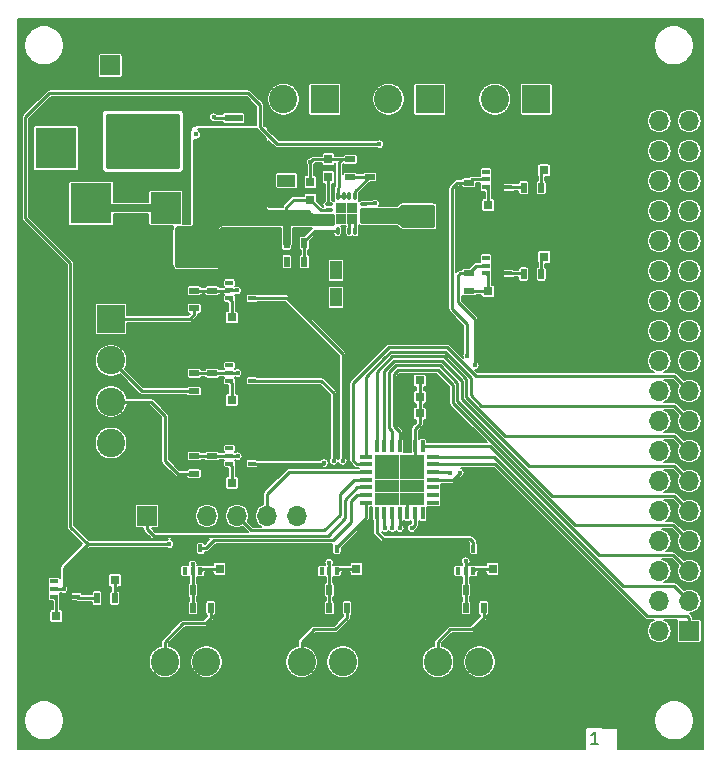
<source format=gbr>
G04 #@! TF.GenerationSoftware,KiCad,Pcbnew,(5.1.4)-1*
G04 #@! TF.CreationDate,2020-05-02T17:21:17-05:00*
G04 #@! TF.ProjectId,Audio_Optical_Trigger,41756469-6f5f-44f7-9074-6963616c5f54,rev?*
G04 #@! TF.SameCoordinates,Original*
G04 #@! TF.FileFunction,Copper,L1,Top*
G04 #@! TF.FilePolarity,Positive*
%FSLAX46Y46*%
G04 Gerber Fmt 4.6, Leading zero omitted, Abs format (unit mm)*
G04 Created by KiCad (PCBNEW (5.1.4)-1) date 2020-05-02 17:21:17*
%MOMM*%
%LPD*%
G04 APERTURE LIST*
%ADD10C,0.150000*%
%ADD11O,1.700000X1.700000*%
%ADD12R,1.700000X1.700000*%
%ADD13R,0.650000X0.400000*%
%ADD14R,1.062500X1.062500*%
%ADD15R,1.000000X0.370000*%
%ADD16R,0.370000X1.000000*%
%ADD17R,0.500000X0.900000*%
%ADD18R,0.900000X0.500000*%
%ADD19R,0.800000X0.800000*%
%ADD20R,0.800000X0.750000*%
%ADD21R,2.550000X2.700000*%
%ADD22R,1.600000X1.000000*%
%ADD23R,0.750000X0.800000*%
%ADD24R,1.000000X1.600000*%
%ADD25R,3.500000X3.500000*%
%ADD26R,2.400000X2.400000*%
%ADD27C,2.400000*%
%ADD28R,2.790000X1.903000*%
%ADD29C,1.500000*%
%ADD30R,0.900000X0.900000*%
%ADD31O,0.300000X0.750000*%
%ADD32O,0.750000X0.300000*%
%ADD33R,0.400000X0.650000*%
%ADD34R,1.550000X0.600000*%
%ADD35C,0.700000*%
%ADD36C,0.431800*%
%ADD37C,0.254000*%
%ADD38C,0.635000*%
%ADD39C,0.127000*%
G04 APERTURE END LIST*
D10*
X159035714Y-129547880D02*
X158464285Y-129547880D01*
X158750000Y-129547880D02*
X158750000Y-128547880D01*
X158654761Y-128690738D01*
X158559523Y-128785976D01*
X158464285Y-128833595D01*
D11*
X133539500Y-110282000D03*
X130999500Y-110282000D03*
X128459500Y-110282000D03*
X125919500Y-110282000D03*
X123379500Y-110282000D03*
D12*
X120839500Y-110282000D03*
D13*
X151445000Y-88440500D03*
X151445000Y-89740500D03*
X149545000Y-89090500D03*
X149545000Y-89740500D03*
X149545000Y-88440500D03*
X151445000Y-81138000D03*
X151445000Y-82438000D03*
X149545000Y-81788000D03*
X149545000Y-82438000D03*
X149545000Y-81138000D03*
D14*
X140638250Y-108805750D03*
X141700750Y-108805750D03*
X142763250Y-108805750D03*
X143825750Y-108805750D03*
X140638250Y-107743250D03*
X141700750Y-107743250D03*
X142763250Y-107743250D03*
X143825750Y-107743250D03*
X140638250Y-106680750D03*
X141700750Y-106680750D03*
X142763250Y-106680750D03*
X143825750Y-106680750D03*
X140638250Y-105618250D03*
X141700750Y-105618250D03*
X142763250Y-105618250D03*
X143825750Y-105618250D03*
D15*
X139382000Y-109162000D03*
X139382000Y-108512000D03*
X139382000Y-107862000D03*
X139382000Y-107212000D03*
X139382000Y-106562000D03*
X139382000Y-105912000D03*
X139382000Y-105262000D03*
D16*
X140282000Y-104362000D03*
X140932000Y-104362000D03*
X141582000Y-104362000D03*
X142232000Y-104362000D03*
X142882000Y-104362000D03*
X143532000Y-104362000D03*
X144182000Y-104362000D03*
D15*
X145082000Y-105262000D03*
X145082000Y-105912000D03*
X145082000Y-106562000D03*
X145082000Y-107212000D03*
X145082000Y-107862000D03*
X145082000Y-108512000D03*
X145082000Y-109162000D03*
D16*
X144182000Y-110062000D03*
X143532000Y-110062000D03*
X142882000Y-110062000D03*
X142232000Y-110062000D03*
X141582000Y-110062000D03*
X140932000Y-110062000D03*
X140282000Y-110062000D03*
D17*
X152729500Y-89789000D03*
X154229500Y-89789000D03*
X152729500Y-82486500D03*
X154229500Y-82486500D03*
D18*
X148082000Y-91237500D03*
X148082000Y-89737500D03*
X148082000Y-82054000D03*
X148082000Y-83554000D03*
D19*
X154470000Y-88328500D03*
X152870000Y-88328500D03*
X154470000Y-81026000D03*
X152870000Y-81026000D03*
D20*
X151245000Y-91249500D03*
X149745000Y-91249500D03*
X151245000Y-83947000D03*
X149745000Y-83947000D03*
X142442500Y-101600000D03*
X143942500Y-101600000D03*
X142442500Y-100203000D03*
X143942500Y-100203000D03*
X142442500Y-98806000D03*
X143942500Y-98806000D03*
D18*
X124841000Y-106698000D03*
X124841000Y-105198000D03*
X124841000Y-99698000D03*
X124841000Y-98198000D03*
D13*
X127828000Y-104536000D03*
X127828000Y-105836000D03*
X127828000Y-105186000D03*
X129728000Y-105836000D03*
X129728000Y-104536000D03*
X127828000Y-97536000D03*
X127828000Y-98836000D03*
X127828000Y-98186000D03*
X129728000Y-98836000D03*
X129728000Y-97536000D03*
D18*
X126365000Y-106698000D03*
X126365000Y-105198000D03*
X126365000Y-99698000D03*
X126365000Y-98198000D03*
D20*
X129528000Y-107472000D03*
X128028000Y-107472000D03*
X129528000Y-100472000D03*
X128028000Y-100472000D03*
X113169000Y-118745000D03*
X114669000Y-118745000D03*
D21*
X122428000Y-84201000D03*
X128778000Y-84201000D03*
D22*
X132651500Y-81875500D03*
X132651500Y-84875500D03*
D23*
X136207500Y-81585500D03*
X136207500Y-80085500D03*
X134683500Y-81990500D03*
X134683500Y-83490500D03*
D24*
X139866500Y-91757500D03*
X136866500Y-91757500D03*
X136866500Y-89471500D03*
X139866500Y-89471500D03*
D23*
X127000000Y-113232500D03*
X127000000Y-114732500D03*
X138557000Y-113235000D03*
X138557000Y-114735000D03*
X150114000Y-114737500D03*
X150114000Y-113237500D03*
D20*
X128028000Y-93472000D03*
X129528000Y-93472000D03*
D19*
X118148000Y-115697000D03*
X116548000Y-115697000D03*
D25*
X116126000Y-83821000D03*
X113126000Y-79121000D03*
X119126000Y-79121000D03*
D26*
X135890000Y-74993500D03*
D27*
X132390000Y-74993500D03*
X122372000Y-122618500D03*
X125872000Y-122618500D03*
D26*
X118872000Y-122618500D03*
X144780000Y-74993500D03*
D27*
X141280000Y-74993500D03*
D26*
X130429000Y-122621000D03*
D27*
X137429000Y-122621000D03*
X133929000Y-122621000D03*
X150297000Y-74993500D03*
D26*
X153797000Y-74993500D03*
X141986000Y-122623500D03*
D27*
X148986000Y-122623500D03*
X145486000Y-122623500D03*
D26*
X117792500Y-93599000D03*
D27*
X117792500Y-97099000D03*
X117792500Y-104099000D03*
X117792500Y-100599000D03*
D11*
X164211000Y-76835000D03*
X166751000Y-76835000D03*
X164211000Y-79375000D03*
X166751000Y-79375000D03*
X164211000Y-81915000D03*
X166751000Y-81915000D03*
X164211000Y-84455000D03*
X166751000Y-84455000D03*
X164211000Y-86995000D03*
X166751000Y-86995000D03*
X164211000Y-89535000D03*
X166751000Y-89535000D03*
X164211000Y-92075000D03*
X166751000Y-92075000D03*
X164211000Y-94615000D03*
X166751000Y-94615000D03*
X164211000Y-97155000D03*
X166751000Y-97155000D03*
X164211000Y-99695000D03*
X166751000Y-99695000D03*
X164211000Y-102235000D03*
X166751000Y-102235000D03*
X164211000Y-104775000D03*
X166751000Y-104775000D03*
X164211000Y-107315000D03*
X166751000Y-107315000D03*
X164211000Y-109855000D03*
X166751000Y-109855000D03*
X164211000Y-112395000D03*
X166751000Y-112395000D03*
X164211000Y-114935000D03*
X166751000Y-114935000D03*
X164211000Y-117475000D03*
X166751000Y-117475000D03*
X164211000Y-120015000D03*
D12*
X166751000Y-120015000D03*
D28*
X143827500Y-89739000D03*
X143827500Y-84886000D03*
D17*
X118098000Y-117221000D03*
X116598000Y-117221000D03*
X132663500Y-87185500D03*
X134163500Y-87185500D03*
X132675499Y-88743499D03*
X134175499Y-88743499D03*
D18*
X139700000Y-81585500D03*
X139700000Y-80085500D03*
X138049000Y-80085500D03*
X138049000Y-81585500D03*
D17*
X126226000Y-118046500D03*
X124726000Y-118046500D03*
X126226000Y-116522500D03*
X124726000Y-116522500D03*
X136283000Y-118049000D03*
X137783000Y-118049000D03*
X137783000Y-116525000D03*
X136283000Y-116525000D03*
X149340000Y-118051500D03*
X147840000Y-118051500D03*
X147840000Y-116527500D03*
X149340000Y-116527500D03*
D18*
X124841000Y-91198000D03*
X124841000Y-92698000D03*
X126365000Y-91198000D03*
X126365000Y-92698000D03*
D12*
X117729000Y-72136000D03*
D29*
X125222000Y-88011000D03*
X143827500Y-92392500D03*
D13*
X112969000Y-115809000D03*
X112969000Y-117109000D03*
X112969000Y-116459000D03*
X114869000Y-117109000D03*
X114869000Y-115809000D03*
D30*
X138181500Y-85095500D03*
X138181500Y-84195500D03*
X137281500Y-85095500D03*
X137281500Y-84195500D03*
D31*
X138481500Y-86120500D03*
X137981500Y-86120500D03*
X137481500Y-86120500D03*
X136981500Y-86120500D03*
D32*
X136256500Y-85395500D03*
X136256500Y-84895500D03*
X136256500Y-84395500D03*
X136256500Y-83895500D03*
D31*
X136981500Y-83170500D03*
X137481500Y-83170500D03*
X137981500Y-83170500D03*
X138481500Y-83170500D03*
D32*
X139206500Y-83895500D03*
X139206500Y-84395500D03*
X139206500Y-84895500D03*
X139206500Y-85395500D03*
D33*
X124064000Y-113032500D03*
X125364000Y-113032500D03*
X124714000Y-114932500D03*
X125364000Y-114932500D03*
X124064000Y-114932500D03*
X135621000Y-114935000D03*
X136921000Y-114935000D03*
X136271000Y-114935000D03*
X136921000Y-113035000D03*
X135621000Y-113035000D03*
X147178000Y-114937500D03*
X148478000Y-114937500D03*
X147828000Y-114937500D03*
X148478000Y-113037500D03*
X147178000Y-113037500D03*
D13*
X129728000Y-90536000D03*
X129728000Y-91836000D03*
X127828000Y-91186000D03*
X127828000Y-91836000D03*
X127828000Y-90536000D03*
D34*
X122776000Y-80391000D03*
X122776000Y-79121000D03*
X122776000Y-77851000D03*
X122776000Y-76581000D03*
X128176000Y-76581000D03*
X128176000Y-77851000D03*
X128176000Y-79121000D03*
X128176000Y-80391000D03*
D35*
X137281500Y-84195500D03*
X138181500Y-84195500D03*
X137281500Y-85095500D03*
X138181500Y-85095500D03*
D36*
X132675499Y-88743499D03*
X134683500Y-80327500D03*
X136866500Y-89471500D03*
X136866500Y-88900000D03*
X136866500Y-90043000D03*
X136866500Y-91186000D03*
X136866500Y-92329000D03*
X136866500Y-91757500D03*
X132651500Y-81891000D03*
X133223000Y-81891000D03*
X132080000Y-81891000D03*
X149745000Y-83947000D03*
X149745000Y-91249500D03*
X127000000Y-114732500D03*
X138557000Y-114735000D03*
X150114000Y-114737500D03*
X113169000Y-118745000D03*
X143942500Y-98806000D03*
X140638250Y-108805750D03*
X140638250Y-107743250D03*
X140638250Y-106680750D03*
X140638250Y-105618250D03*
X141700750Y-105618250D03*
X141700750Y-106680750D03*
X141700750Y-107743250D03*
X141700750Y-108805750D03*
X142763250Y-108805750D03*
X142763250Y-107743250D03*
X142763250Y-106680750D03*
X142763250Y-105618250D03*
X143825750Y-105618250D03*
X143825750Y-106680750D03*
X143825750Y-107743250D03*
X143825750Y-108805750D03*
X124968000Y-77966000D03*
X128028000Y-93472000D03*
X128028000Y-100472000D03*
X128028000Y-107472000D03*
X128176000Y-77851000D03*
X124714000Y-114356400D03*
X136271000Y-114236500D03*
X147828000Y-114109500D03*
X128460500Y-91186000D03*
X128524000Y-98171000D03*
X128524000Y-105219500D03*
X126492000Y-76516000D03*
X140970000Y-111315500D03*
X137414000Y-105600500D03*
X141605000Y-111315500D03*
X136652000Y-105600500D03*
X135826500Y-105791000D03*
X142240000Y-111315500D03*
X114669000Y-116459000D03*
X133489000Y-77533500D03*
X142379000Y-77406500D03*
X151269000Y-77406500D03*
X142442500Y-98806000D03*
X139866500Y-91757500D03*
X113792000Y-116459000D03*
X143256000Y-111315500D03*
X122745500Y-112649000D03*
X140525500Y-78803500D03*
X140144500Y-83820000D03*
X146494500Y-106616500D03*
X147955000Y-96710500D03*
X147320000Y-106616500D03*
X148590000Y-97536000D03*
D37*
X128028000Y-106036000D02*
X127828000Y-105836000D01*
X128028000Y-107472000D02*
X128028000Y-106036000D01*
X128028000Y-99036000D02*
X127828000Y-98836000D01*
X128028000Y-100472000D02*
X128028000Y-99036000D01*
X128028000Y-92036000D02*
X127828000Y-91836000D01*
X128028000Y-93472000D02*
X128028000Y-92036000D01*
X148678000Y-114737500D02*
X148478000Y-114937500D01*
X150114000Y-114737500D02*
X148678000Y-114737500D01*
X137121000Y-114735000D02*
X136921000Y-114935000D01*
X138557000Y-114735000D02*
X137121000Y-114735000D01*
X125564000Y-114732500D02*
X125364000Y-114932500D01*
X127000000Y-114732500D02*
X125564000Y-114732500D01*
X113169000Y-117309000D02*
X112969000Y-117109000D01*
X113169000Y-118745000D02*
X113169000Y-117309000D01*
X113169000Y-118606000D02*
X113157000Y-118618000D01*
X136981500Y-83170500D02*
X137981500Y-83170500D01*
X136981500Y-82541500D02*
X137096500Y-82426500D01*
X136981500Y-83170500D02*
X136981500Y-82541500D01*
X137096500Y-82426500D02*
X137096500Y-80327500D01*
X137338500Y-80085500D02*
X138049000Y-80085500D01*
X137096500Y-80327500D02*
X137338500Y-80085500D01*
X136836500Y-80085500D02*
X137338500Y-80085500D01*
X136207500Y-80085500D02*
X136836500Y-80085500D01*
X137981500Y-85295500D02*
X138181500Y-85095500D01*
X137981500Y-86120500D02*
X137981500Y-85295500D01*
X138481500Y-85395500D02*
X138181500Y-85095500D01*
X138481500Y-86120500D02*
X138481500Y-85395500D01*
X136207500Y-80085500D02*
X134925500Y-80085500D01*
X134925500Y-80085500D02*
X134683500Y-80327500D01*
X134683500Y-81990500D02*
X134683500Y-80327500D01*
X149733000Y-91237500D02*
X149745000Y-91249500D01*
X148082000Y-91237500D02*
X149733000Y-91237500D01*
X143942500Y-101600000D02*
X143942500Y-102501000D01*
X143532000Y-102911500D02*
X143532000Y-104362000D01*
X143942500Y-102501000D02*
X143532000Y-102911500D01*
X143942500Y-101600000D02*
X143942500Y-98806000D01*
X143532000Y-105324500D02*
X143825750Y-105618250D01*
X143532000Y-104362000D02*
X143532000Y-105324500D01*
X142882000Y-108924500D02*
X142763250Y-108805750D01*
X142882000Y-110062000D02*
X142882000Y-108924500D01*
X149745000Y-82638000D02*
X149545000Y-82438000D01*
X149745000Y-83947000D02*
X149745000Y-82638000D01*
X149745000Y-89940500D02*
X149545000Y-89740500D01*
X149745000Y-91249500D02*
X149745000Y-89940500D01*
D38*
X116506000Y-84201000D02*
X116126000Y-83821000D01*
X122428000Y-84201000D02*
X116506000Y-84201000D01*
D37*
X135588500Y-84395500D02*
X134683500Y-83490500D01*
X136256500Y-84395500D02*
X135588500Y-84395500D01*
X132651500Y-84121500D02*
X132651500Y-84875500D01*
X134683500Y-83490500D02*
X133282500Y-83490500D01*
X133282500Y-83490500D02*
X132651500Y-84121500D01*
D38*
X132663500Y-84887500D02*
X132651500Y-84875500D01*
X132663500Y-87185500D02*
X132663500Y-84887500D01*
D37*
X136207500Y-83846500D02*
X136256500Y-83895500D01*
X136207500Y-81585500D02*
X136207500Y-83846500D01*
X124726000Y-118046500D02*
X124726000Y-116522500D01*
X124726000Y-114944500D02*
X124714000Y-114932500D01*
X124726000Y-116522500D02*
X124726000Y-114944500D01*
X124714000Y-114356400D02*
X124714000Y-114932500D01*
X136283000Y-118049000D02*
X136283000Y-116525000D01*
X136283000Y-114947000D02*
X136271000Y-114935000D01*
X136283000Y-116525000D02*
X136283000Y-114947000D01*
X136271000Y-114236500D02*
X136271000Y-114935000D01*
X147840000Y-118051500D02*
X147840000Y-116527500D01*
X147840000Y-114949500D02*
X147828000Y-114937500D01*
X147840000Y-116527500D02*
X147840000Y-114949500D01*
X147828000Y-114109500D02*
X147828000Y-114937500D01*
X124841000Y-91198000D02*
X126365000Y-91198000D01*
X127816000Y-91198000D02*
X127828000Y-91186000D01*
X126365000Y-91198000D02*
X127816000Y-91198000D01*
X128460500Y-91186000D02*
X127828000Y-91186000D01*
X126377000Y-98186000D02*
X126365000Y-98198000D01*
X127828000Y-98186000D02*
X126377000Y-98186000D01*
X126365000Y-98198000D02*
X124841000Y-98198000D01*
X127828000Y-98186000D02*
X128509000Y-98186000D01*
X128509000Y-98186000D02*
X128524000Y-98171000D01*
X124841000Y-105198000D02*
X126365000Y-105198000D01*
X127816000Y-105198000D02*
X127828000Y-105186000D01*
X126365000Y-105198000D02*
X127816000Y-105198000D01*
X127828000Y-105186000D02*
X128490500Y-105186000D01*
X128490500Y-105186000D02*
X128524000Y-105219500D01*
X118098000Y-115747000D02*
X118148000Y-115697000D01*
X118098000Y-117221000D02*
X118098000Y-115747000D01*
X126226000Y-118884000D02*
X126226000Y-118046500D01*
X125730000Y-119380000D02*
X126226000Y-118884000D01*
X123913444Y-119380000D02*
X125730000Y-119380000D01*
X122372000Y-122618500D02*
X122372000Y-120921444D01*
X122372000Y-120921444D02*
X123913444Y-119380000D01*
X133929000Y-120923944D02*
X134964944Y-119888000D01*
X133929000Y-122621000D02*
X133929000Y-120923944D01*
X134964944Y-119888000D02*
X136779000Y-119888000D01*
X137783000Y-118884000D02*
X137783000Y-118049000D01*
X136779000Y-119888000D02*
X137783000Y-118884000D01*
X145486000Y-120926444D02*
X146524444Y-119888000D01*
X145486000Y-122623500D02*
X145486000Y-120926444D01*
X146524444Y-119888000D02*
X148336000Y-119888000D01*
X149340000Y-118884000D02*
X149340000Y-118051500D01*
X148336000Y-119888000D02*
X149340000Y-118884000D01*
X124841000Y-106698000D02*
X123462000Y-106698000D01*
X123462000Y-106698000D02*
X122364500Y-105600500D01*
X122364500Y-105600500D02*
X122364500Y-101790500D01*
X121173000Y-100599000D02*
X117792500Y-100599000D01*
X122364500Y-101790500D02*
X121173000Y-100599000D01*
X119246500Y-93599000D02*
X117792500Y-93599000D01*
X124444000Y-93599000D02*
X119246500Y-93599000D01*
X124841000Y-92698000D02*
X124841000Y-93202000D01*
X124841000Y-93202000D02*
X124444000Y-93599000D01*
X120391500Y-99698000D02*
X117792500Y-97099000D01*
X124841000Y-99698000D02*
X120391500Y-99698000D01*
X165417500Y-113601500D02*
X166751000Y-114935000D01*
X159098328Y-113601500D02*
X165417500Y-113601500D01*
X144621000Y-104362000D02*
X144182000Y-104362000D01*
X159098328Y-113601500D02*
X149858829Y-104362000D01*
X149858829Y-104362000D02*
X144621000Y-104362000D01*
X165481000Y-116205000D02*
X166751000Y-117475000D01*
X161163000Y-116205000D02*
X165481000Y-116205000D01*
X150220000Y-105262000D02*
X161163000Y-116205000D01*
X145082000Y-105262000D02*
X150220000Y-105262000D01*
X163164172Y-118745000D02*
X166585000Y-118745000D01*
X166751000Y-118911000D02*
X166751000Y-120015000D01*
X166585000Y-118745000D02*
X166751000Y-118911000D01*
X145082000Y-105912000D02*
X150331172Y-105912000D01*
X150331172Y-105912000D02*
X163164172Y-118745000D01*
X142232000Y-103179500D02*
X142232000Y-104362000D01*
X141732000Y-102679500D02*
X142232000Y-103179500D01*
X141732000Y-98284298D02*
X141732000Y-102679500D01*
X142099298Y-97917000D02*
X141732000Y-98284298D01*
X166751000Y-112395000D02*
X165417500Y-111061500D01*
X165417500Y-111061500D02*
X157097156Y-111061500D01*
X157097156Y-111061500D02*
X146748500Y-100712844D01*
X146748500Y-100712844D02*
X146748500Y-99187000D01*
X146748500Y-99187000D02*
X145478500Y-97917000D01*
X145478500Y-97917000D02*
X142099298Y-97917000D01*
X155159484Y-108585000D02*
X165481000Y-108585000D01*
X165481000Y-108585000D02*
X166751000Y-109855000D01*
X147129510Y-100555026D02*
X155159484Y-108585000D01*
X147129510Y-99029181D02*
X147129510Y-100555026D01*
X141582000Y-103068328D02*
X141350990Y-102837319D01*
X141582000Y-104362000D02*
X141582000Y-103068328D01*
X141350990Y-102837319D02*
X141350990Y-98126479D01*
X141350990Y-98126479D02*
X141941479Y-97535990D01*
X141941479Y-97535990D02*
X145636319Y-97535990D01*
X145636319Y-97535990D02*
X147129510Y-99029181D01*
X165481000Y-106045000D02*
X166751000Y-107315000D01*
X153158312Y-106045000D02*
X165481000Y-106045000D01*
X140932000Y-98006640D02*
X141783660Y-97154980D01*
X140932000Y-104362000D02*
X140932000Y-98006640D01*
X141783660Y-97154980D02*
X145794138Y-97154980D01*
X145794138Y-97154980D02*
X147510518Y-98871361D01*
X147510518Y-98871361D02*
X147510518Y-100397206D01*
X147510518Y-100397206D02*
X153158312Y-106045000D01*
X165481000Y-98425000D02*
X166751000Y-99695000D01*
X148680644Y-98425000D02*
X165481000Y-98425000D01*
X138627999Y-105911999D02*
X138303000Y-105587000D01*
X139382000Y-105912000D02*
X138627999Y-105911999D01*
X138303000Y-105587000D02*
X138303000Y-99019155D01*
X138303000Y-99019155D02*
X141310203Y-96011950D01*
X141310203Y-96011950D02*
X146267595Y-96011950D01*
X146267595Y-96011950D02*
X148680644Y-98425000D01*
X165481000Y-100965000D02*
X166751000Y-102235000D01*
X149161500Y-100965000D02*
X148272538Y-100076038D01*
X165481000Y-100965000D02*
X149161500Y-100965000D01*
X148272538Y-98555723D02*
X147887814Y-98171000D01*
X148272538Y-100076038D02*
X148272538Y-98555723D01*
X147887814Y-98171000D02*
X146109776Y-96392960D01*
X141468022Y-96392960D02*
X141033500Y-96827483D01*
X146109776Y-96392960D02*
X141468022Y-96392960D01*
X139382000Y-98478983D02*
X139382000Y-105262000D01*
X141033500Y-96827483D02*
X139382000Y-98478983D01*
X165481000Y-103505000D02*
X166751000Y-104775000D01*
X151157140Y-103505000D02*
X165481000Y-103505000D01*
X140282000Y-104362000D02*
X140282000Y-98117811D01*
X141625841Y-96773970D02*
X145951957Y-96773970D01*
X145951957Y-96773970D02*
X147891528Y-98713542D01*
X140282000Y-98117811D02*
X141625841Y-96773970D01*
X147891528Y-98713542D02*
X147891528Y-100239388D01*
X147891528Y-100239388D02*
X151157140Y-103505000D01*
X128176000Y-76581000D02*
X126557000Y-76581000D01*
X126557000Y-76581000D02*
X126492000Y-76516000D01*
X114981000Y-117221000D02*
X114869000Y-117109000D01*
X116598000Y-117221000D02*
X114981000Y-117221000D01*
X134175499Y-87197499D02*
X134163500Y-87185500D01*
X134175499Y-88743499D02*
X134175499Y-87197499D01*
X136577500Y-86120500D02*
X136981500Y-86120500D01*
X135028500Y-86120500D02*
X136577500Y-86120500D01*
X134163500Y-87185500D02*
X134163500Y-86985500D01*
X134163500Y-86985500D02*
X135028500Y-86120500D01*
X139700000Y-81585500D02*
X138049000Y-81585500D01*
X138481500Y-82804000D02*
X139700000Y-81585500D01*
X138481500Y-83170500D02*
X138481500Y-82804000D01*
X140932000Y-110062000D02*
X140932000Y-111277500D01*
X140932000Y-111277500D02*
X140970000Y-111315500D01*
X132666500Y-91836000D02*
X129728000Y-91836000D01*
X137414000Y-105600500D02*
X137414000Y-96583500D01*
X137414000Y-96583500D02*
X132666500Y-91836000D01*
X138628000Y-108512000D02*
X139382000Y-108512000D01*
X125364000Y-113032500D02*
X125818000Y-113032500D01*
X125818000Y-113032500D02*
X126518990Y-112331510D01*
X126518990Y-112331510D02*
X136555819Y-112331510D01*
X136555819Y-112331510D02*
X138112500Y-110774828D01*
X138112500Y-110774828D02*
X138112500Y-109027500D01*
X138112500Y-109027500D02*
X138628000Y-108512000D01*
X136921000Y-112910000D02*
X136921000Y-113035000D01*
X139382000Y-110449000D02*
X136921000Y-112910000D01*
X139382000Y-109162000D02*
X139382000Y-110449000D01*
X141582000Y-110062000D02*
X141582000Y-111292500D01*
X141582000Y-111292500D02*
X141605000Y-111315500D01*
X136652000Y-105600500D02*
X136652000Y-99885500D01*
X135602500Y-98836000D02*
X129728000Y-98836000D01*
X136652000Y-99885500D02*
X135602500Y-98836000D01*
X129728000Y-105836000D02*
X135781500Y-105836000D01*
X135781500Y-105836000D02*
X135826500Y-105791000D01*
X142240000Y-110070000D02*
X142232000Y-110062000D01*
X142240000Y-111315500D02*
X142240000Y-110070000D01*
X148478000Y-112458500D02*
X148478000Y-113037500D01*
X148224000Y-112204500D02*
X148478000Y-112458500D01*
X140843000Y-112204500D02*
X148224000Y-112204500D01*
X140282000Y-111643500D02*
X140843000Y-112204500D01*
X140282000Y-110062000D02*
X140282000Y-111643500D01*
X139866500Y-89171500D02*
X139866500Y-89471500D01*
X139112500Y-88417500D02*
X139866500Y-89171500D01*
X138812500Y-88417500D02*
X139112500Y-88417500D01*
X137481500Y-86120500D02*
X137481500Y-87086500D01*
X137481500Y-87086500D02*
X138812500Y-88417500D01*
X114869000Y-116259000D02*
X114669000Y-116459000D01*
X114869000Y-115809000D02*
X114869000Y-116259000D01*
X114536798Y-116459000D02*
X114669000Y-116459000D01*
X114289999Y-116705799D02*
X114536798Y-116459000D01*
X114289999Y-118390999D02*
X114289999Y-116705799D01*
X114669000Y-118745000D02*
X114644000Y-118745000D01*
X114644000Y-118745000D02*
X114289999Y-118390999D01*
X114981000Y-115697000D02*
X114869000Y-115809000D01*
X116548000Y-115697000D02*
X114981000Y-115697000D01*
X124064000Y-113611500D02*
X124064000Y-113032500D01*
X124339000Y-113886500D02*
X124064000Y-113611500D01*
X126371000Y-113886500D02*
X124339000Y-113886500D01*
X127000000Y-113232500D02*
X127000000Y-113257500D01*
X127000000Y-113257500D02*
X126371000Y-113886500D01*
X135621000Y-113160000D02*
X135621000Y-113035000D01*
X136075000Y-113614000D02*
X135621000Y-113160000D01*
X137548999Y-113614001D02*
X136075000Y-113614000D01*
X138557000Y-113235000D02*
X137928000Y-113235000D01*
X137928000Y-113235000D02*
X137548999Y-113614001D01*
X147178000Y-113162500D02*
X147178000Y-113037500D01*
X147632000Y-113616500D02*
X147178000Y-113162500D01*
X149105999Y-113616501D02*
X147632000Y-113616500D01*
X150114000Y-113237500D02*
X149485000Y-113237500D01*
X149485000Y-113237500D02*
X149105999Y-113616501D01*
X142882000Y-104362000D02*
X142882000Y-103194500D01*
X142442500Y-102755000D02*
X142442500Y-101600000D01*
X142882000Y-103194500D02*
X142442500Y-102755000D01*
X142442500Y-101600000D02*
X142442500Y-98806000D01*
X152758000Y-81138000D02*
X152870000Y-81026000D01*
X151445000Y-81138000D02*
X152758000Y-81138000D01*
X151320000Y-81138000D02*
X151445000Y-81138000D01*
X150866000Y-81592000D02*
X151320000Y-81138000D01*
X150865999Y-82938999D02*
X150866000Y-81592000D01*
X151245000Y-83947000D02*
X151245000Y-83318000D01*
X151245000Y-83318000D02*
X150865999Y-82938999D01*
X152758000Y-88440500D02*
X152870000Y-88328500D01*
X151445000Y-88440500D02*
X152758000Y-88440500D01*
X151320000Y-88440500D02*
X151445000Y-88440500D01*
X150866000Y-88894500D02*
X151320000Y-88440500D01*
X150865999Y-90241499D02*
X150866000Y-88894500D01*
X151245000Y-91249500D02*
X151245000Y-90620500D01*
X151245000Y-90620500D02*
X150865999Y-90241499D01*
X154229500Y-81266500D02*
X154470000Y-81026000D01*
X154229500Y-82486500D02*
X154229500Y-81266500D01*
X154229500Y-88569000D02*
X154470000Y-88328500D01*
X154229500Y-89789000D02*
X154229500Y-88569000D01*
X138628000Y-107862000D02*
X137604500Y-108885500D01*
X139382000Y-107862000D02*
X138628000Y-107862000D01*
X137604500Y-108885500D02*
X137604500Y-110490000D01*
X137604500Y-110490000D02*
X136144000Y-111950500D01*
X120839500Y-111386000D02*
X120839500Y-110282000D01*
X136144000Y-111950500D02*
X121404000Y-111950500D01*
X121404000Y-111950500D02*
X120839500Y-111386000D01*
X139382000Y-107212000D02*
X138406000Y-107212000D01*
X138406000Y-107212000D02*
X137160000Y-108458000D01*
X137160000Y-108458000D02*
X137160000Y-110172500D01*
X137160000Y-110172500D02*
X135826500Y-111506000D01*
X129683500Y-111506000D02*
X128459500Y-110282000D01*
X135826500Y-111506000D02*
X129683500Y-111506000D01*
X139382000Y-106562000D02*
X132833000Y-106562000D01*
X130999500Y-108395500D02*
X130999500Y-110282000D01*
X132833000Y-106562000D02*
X130999500Y-108395500D01*
X112969000Y-116459000D02*
X113792000Y-116459000D01*
X143532000Y-110062000D02*
X143532000Y-111039500D01*
X143532000Y-111039500D02*
X143256000Y-111315500D01*
X122745500Y-112649000D02*
X115824000Y-112649000D01*
X113792000Y-114681000D02*
X113792000Y-116459000D01*
X115824000Y-112649000D02*
X113792000Y-114681000D01*
X115824000Y-112649000D02*
X114363500Y-111188500D01*
X114363500Y-111188500D02*
X114363500Y-88900000D01*
X114363500Y-88900000D02*
X110553500Y-85090000D01*
X110553500Y-85090000D02*
X110553500Y-76517500D01*
X110553500Y-76517500D02*
X112585500Y-74485500D01*
X112585500Y-74485500D02*
X129413000Y-74485500D01*
X129413000Y-74485500D02*
X130429000Y-75501500D01*
X130429000Y-75501500D02*
X130429000Y-77343000D01*
X130429000Y-77343000D02*
X131889500Y-78803500D01*
X131889500Y-78803500D02*
X140525500Y-78803500D01*
X139282000Y-83820000D02*
X139206500Y-83895500D01*
X140144500Y-83820000D02*
X139282000Y-83820000D01*
X148348000Y-81788000D02*
X149545000Y-81788000D01*
X148082000Y-82054000D02*
X148348000Y-81788000D01*
X145082000Y-106562000D02*
X146440000Y-106562000D01*
X146440000Y-106562000D02*
X146494500Y-106616500D01*
X147955000Y-96710500D02*
X147955000Y-94043500D01*
X147955000Y-94043500D02*
X146685000Y-92773500D01*
X146685000Y-92773500D02*
X146685000Y-82486500D01*
X147117500Y-82054000D02*
X148082000Y-82054000D01*
X146685000Y-82486500D02*
X147117500Y-82054000D01*
X148729000Y-89090500D02*
X149545000Y-89090500D01*
X148082000Y-89737500D02*
X148729000Y-89090500D01*
X145082000Y-107212000D02*
X146724500Y-107212000D01*
X146724500Y-107212000D02*
X147320000Y-106616500D01*
X147378000Y-89737500D02*
X148082000Y-89737500D01*
X147193000Y-89922500D02*
X147378000Y-89737500D01*
X147193000Y-92202000D02*
X147193000Y-89922500D01*
X148590000Y-93599000D02*
X147193000Y-92202000D01*
X148590000Y-97536000D02*
X148590000Y-93599000D01*
X152681000Y-82438000D02*
X152729500Y-82486500D01*
X151445000Y-82438000D02*
X152681000Y-82438000D01*
X152681000Y-89740500D02*
X152729500Y-89789000D01*
X151445000Y-89740500D02*
X152681000Y-89740500D01*
G36*
X145018149Y-84022467D02*
G01*
X145058543Y-84049457D01*
X145085533Y-84089851D01*
X145097500Y-84150010D01*
X145097500Y-85585490D01*
X145085533Y-85645649D01*
X145058543Y-85686043D01*
X145018149Y-85713033D01*
X144957990Y-85725000D01*
X142548221Y-85725000D01*
X142488061Y-85713033D01*
X142437065Y-85678959D01*
X142277198Y-85519092D01*
X142257952Y-85503298D01*
X142175548Y-85448238D01*
X142153591Y-85436502D01*
X142129768Y-85429275D01*
X142032567Y-85409940D01*
X142007790Y-85407500D01*
X139077510Y-85407500D01*
X139017351Y-85395533D01*
X138976957Y-85368543D01*
X138949967Y-85328149D01*
X138938000Y-85267990D01*
X138938000Y-84467510D01*
X138949967Y-84407351D01*
X138976957Y-84366957D01*
X139017351Y-84339967D01*
X139077510Y-84328000D01*
X142007790Y-84328000D01*
X142032567Y-84325560D01*
X142129768Y-84306225D01*
X142153592Y-84298997D01*
X142175548Y-84287262D01*
X142257952Y-84232202D01*
X142277198Y-84216408D01*
X142437065Y-84056541D01*
X142488061Y-84022467D01*
X142548221Y-84010500D01*
X144957990Y-84010500D01*
X145018149Y-84022467D01*
X145018149Y-84022467D01*
G37*
X145018149Y-84022467D02*
X145058543Y-84049457D01*
X145085533Y-84089851D01*
X145097500Y-84150010D01*
X145097500Y-85585490D01*
X145085533Y-85645649D01*
X145058543Y-85686043D01*
X145018149Y-85713033D01*
X144957990Y-85725000D01*
X142548221Y-85725000D01*
X142488061Y-85713033D01*
X142437065Y-85678959D01*
X142277198Y-85519092D01*
X142257952Y-85503298D01*
X142175548Y-85448238D01*
X142153591Y-85436502D01*
X142129768Y-85429275D01*
X142032567Y-85409940D01*
X142007790Y-85407500D01*
X139077510Y-85407500D01*
X139017351Y-85395533D01*
X138976957Y-85368543D01*
X138949967Y-85328149D01*
X138938000Y-85267990D01*
X138938000Y-84467510D01*
X138949967Y-84407351D01*
X138976957Y-84366957D01*
X139017351Y-84339967D01*
X139077510Y-84328000D01*
X142007790Y-84328000D01*
X142032567Y-84325560D01*
X142129768Y-84306225D01*
X142153592Y-84298997D01*
X142175548Y-84287262D01*
X142257952Y-84232202D01*
X142277198Y-84216408D01*
X142437065Y-84056541D01*
X142488061Y-84022467D01*
X142548221Y-84010500D01*
X144957990Y-84010500D01*
X145018149Y-84022467D01*
G36*
X123507500Y-80772000D02*
G01*
X117475000Y-80772000D01*
X117475000Y-76327000D01*
X123507500Y-76327000D01*
X123507500Y-80772000D01*
X123507500Y-80772000D01*
G37*
X123507500Y-80772000D02*
X117475000Y-80772000D01*
X117475000Y-76327000D01*
X123507500Y-76327000D01*
X123507500Y-80772000D01*
D39*
G36*
X167903500Y-130004650D02*
G01*
X160718500Y-130004650D01*
X160718500Y-128270000D01*
X160717280Y-128257612D01*
X160713666Y-128245700D01*
X160707798Y-128234721D01*
X160699901Y-128225099D01*
X160690279Y-128217202D01*
X160679300Y-128211334D01*
X160667388Y-128207720D01*
X160655000Y-128206500D01*
X159491691Y-128206500D01*
X159491691Y-128147500D01*
X158008310Y-128147500D01*
X158008310Y-128206500D01*
X157988000Y-128206500D01*
X157975612Y-128207720D01*
X157963700Y-128211334D01*
X157952721Y-128217202D01*
X157943099Y-128225099D01*
X157935202Y-128234721D01*
X157929334Y-128245700D01*
X157925720Y-128257612D01*
X157924500Y-128270000D01*
X157924500Y-130004650D01*
X109914500Y-130004650D01*
X109914500Y-127423250D01*
X110433500Y-127423250D01*
X110433500Y-127756250D01*
X110498465Y-128082851D01*
X110625898Y-128390502D01*
X110810903Y-128667381D01*
X111046369Y-128902847D01*
X111323248Y-129087852D01*
X111630899Y-129215285D01*
X111957500Y-129280250D01*
X112290500Y-129280250D01*
X112617101Y-129215285D01*
X112924752Y-129087852D01*
X113201631Y-128902847D01*
X113437097Y-128667381D01*
X113622102Y-128390502D01*
X113749535Y-128082851D01*
X113814500Y-127756250D01*
X113814500Y-127423250D01*
X163783500Y-127423250D01*
X163783500Y-127756250D01*
X163848465Y-128082851D01*
X163975898Y-128390502D01*
X164160903Y-128667381D01*
X164396369Y-128902847D01*
X164673248Y-129087852D01*
X164980899Y-129215285D01*
X165307500Y-129280250D01*
X165640500Y-129280250D01*
X165967101Y-129215285D01*
X166274752Y-129087852D01*
X166551631Y-128902847D01*
X166787097Y-128667381D01*
X166972102Y-128390502D01*
X167099535Y-128082851D01*
X167164500Y-127756250D01*
X167164500Y-127423250D01*
X167099535Y-127096649D01*
X166972102Y-126788998D01*
X166787097Y-126512119D01*
X166551631Y-126276653D01*
X166274752Y-126091648D01*
X165967101Y-125964215D01*
X165640500Y-125899250D01*
X165307500Y-125899250D01*
X164980899Y-125964215D01*
X164673248Y-126091648D01*
X164396369Y-126276653D01*
X164160903Y-126512119D01*
X163975898Y-126788998D01*
X163848465Y-127096649D01*
X163783500Y-127423250D01*
X113814500Y-127423250D01*
X113749535Y-127096649D01*
X113622102Y-126788998D01*
X113437097Y-126512119D01*
X113201631Y-126276653D01*
X112924752Y-126091648D01*
X112617101Y-125964215D01*
X112290500Y-125899250D01*
X111957500Y-125899250D01*
X111630899Y-125964215D01*
X111323248Y-126091648D01*
X111046369Y-126276653D01*
X110810903Y-126512119D01*
X110625898Y-126788998D01*
X110498465Y-127096649D01*
X110433500Y-127423250D01*
X109914500Y-127423250D01*
X109914500Y-122481548D01*
X120981500Y-122481548D01*
X120981500Y-122755452D01*
X121034936Y-123024094D01*
X121139755Y-123277149D01*
X121291928Y-123504892D01*
X121485608Y-123698572D01*
X121713351Y-123850745D01*
X121966406Y-123955564D01*
X122235048Y-124009000D01*
X122508952Y-124009000D01*
X122777594Y-123955564D01*
X123030649Y-123850745D01*
X123258392Y-123698572D01*
X123452072Y-123504892D01*
X123604245Y-123277149D01*
X123709064Y-123024094D01*
X123762500Y-122755452D01*
X123762500Y-122481548D01*
X124481500Y-122481548D01*
X124481500Y-122755452D01*
X124534936Y-123024094D01*
X124639755Y-123277149D01*
X124791928Y-123504892D01*
X124985608Y-123698572D01*
X125213351Y-123850745D01*
X125466406Y-123955564D01*
X125735048Y-124009000D01*
X126008952Y-124009000D01*
X126277594Y-123955564D01*
X126530649Y-123850745D01*
X126758392Y-123698572D01*
X126952072Y-123504892D01*
X127104245Y-123277149D01*
X127209064Y-123024094D01*
X127262500Y-122755452D01*
X127262500Y-122484048D01*
X132538500Y-122484048D01*
X132538500Y-122757952D01*
X132591936Y-123026594D01*
X132696755Y-123279649D01*
X132848928Y-123507392D01*
X133042608Y-123701072D01*
X133270351Y-123853245D01*
X133523406Y-123958064D01*
X133792048Y-124011500D01*
X134065952Y-124011500D01*
X134334594Y-123958064D01*
X134587649Y-123853245D01*
X134815392Y-123701072D01*
X135009072Y-123507392D01*
X135161245Y-123279649D01*
X135266064Y-123026594D01*
X135319500Y-122757952D01*
X135319500Y-122484048D01*
X136038500Y-122484048D01*
X136038500Y-122757952D01*
X136091936Y-123026594D01*
X136196755Y-123279649D01*
X136348928Y-123507392D01*
X136542608Y-123701072D01*
X136770351Y-123853245D01*
X137023406Y-123958064D01*
X137292048Y-124011500D01*
X137565952Y-124011500D01*
X137834594Y-123958064D01*
X138087649Y-123853245D01*
X138315392Y-123701072D01*
X138509072Y-123507392D01*
X138661245Y-123279649D01*
X138766064Y-123026594D01*
X138819500Y-122757952D01*
X138819500Y-122486548D01*
X144095500Y-122486548D01*
X144095500Y-122760452D01*
X144148936Y-123029094D01*
X144253755Y-123282149D01*
X144405928Y-123509892D01*
X144599608Y-123703572D01*
X144827351Y-123855745D01*
X145080406Y-123960564D01*
X145349048Y-124014000D01*
X145622952Y-124014000D01*
X145891594Y-123960564D01*
X146144649Y-123855745D01*
X146372392Y-123703572D01*
X146566072Y-123509892D01*
X146718245Y-123282149D01*
X146823064Y-123029094D01*
X146876500Y-122760452D01*
X146876500Y-122486548D01*
X147595500Y-122486548D01*
X147595500Y-122760452D01*
X147648936Y-123029094D01*
X147753755Y-123282149D01*
X147905928Y-123509892D01*
X148099608Y-123703572D01*
X148327351Y-123855745D01*
X148580406Y-123960564D01*
X148849048Y-124014000D01*
X149122952Y-124014000D01*
X149391594Y-123960564D01*
X149644649Y-123855745D01*
X149872392Y-123703572D01*
X150066072Y-123509892D01*
X150218245Y-123282149D01*
X150323064Y-123029094D01*
X150376500Y-122760452D01*
X150376500Y-122486548D01*
X150323064Y-122217906D01*
X150218245Y-121964851D01*
X150066072Y-121737108D01*
X149872392Y-121543428D01*
X149644649Y-121391255D01*
X149391594Y-121286436D01*
X149122952Y-121233000D01*
X148849048Y-121233000D01*
X148580406Y-121286436D01*
X148327351Y-121391255D01*
X148099608Y-121543428D01*
X147905928Y-121737108D01*
X147753755Y-121964851D01*
X147648936Y-122217906D01*
X147595500Y-122486548D01*
X146876500Y-122486548D01*
X146823064Y-122217906D01*
X146718245Y-121964851D01*
X146566072Y-121737108D01*
X146372392Y-121543428D01*
X146144649Y-121391255D01*
X145891594Y-121286436D01*
X145803500Y-121268913D01*
X145803500Y-121057956D01*
X146655957Y-120205500D01*
X148320404Y-120205500D01*
X148336000Y-120207036D01*
X148351596Y-120205500D01*
X148398241Y-120200906D01*
X148458090Y-120182751D01*
X148513247Y-120153269D01*
X148561593Y-120113593D01*
X148571542Y-120101470D01*
X149553477Y-119119536D01*
X149565593Y-119109593D01*
X149605269Y-119061247D01*
X149634751Y-119006090D01*
X149652906Y-118946241D01*
X149657500Y-118899596D01*
X149657500Y-118899594D01*
X149659036Y-118884001D01*
X149657500Y-118868408D01*
X149657500Y-118680095D01*
X149663254Y-118678350D01*
X149696348Y-118660661D01*
X149725355Y-118636855D01*
X149749161Y-118607848D01*
X149766850Y-118574754D01*
X149777743Y-118538844D01*
X149781421Y-118501500D01*
X149781421Y-117601500D01*
X149777743Y-117564156D01*
X149766850Y-117528246D01*
X149749161Y-117495152D01*
X149725355Y-117466145D01*
X149696348Y-117442339D01*
X149663254Y-117424650D01*
X149627344Y-117413757D01*
X149590000Y-117410079D01*
X149090000Y-117410079D01*
X149052656Y-117413757D01*
X149016746Y-117424650D01*
X148983652Y-117442339D01*
X148954645Y-117466145D01*
X148930839Y-117495152D01*
X148913150Y-117528246D01*
X148902257Y-117564156D01*
X148898579Y-117601500D01*
X148898579Y-118501500D01*
X148902257Y-118538844D01*
X148913150Y-118574754D01*
X148930839Y-118607848D01*
X148954645Y-118636855D01*
X148983652Y-118660661D01*
X149016746Y-118678350D01*
X149022500Y-118680096D01*
X149022500Y-118752487D01*
X148204488Y-119570500D01*
X146540040Y-119570500D01*
X146524444Y-119568964D01*
X146508848Y-119570500D01*
X146462203Y-119575094D01*
X146402354Y-119593249D01*
X146347197Y-119622731D01*
X146298851Y-119662407D01*
X146288909Y-119674522D01*
X145272525Y-120690907D01*
X145260408Y-120700851D01*
X145220732Y-120749197D01*
X145204973Y-120778680D01*
X145191249Y-120804355D01*
X145173094Y-120864204D01*
X145166964Y-120926444D01*
X145168501Y-120942050D01*
X145168501Y-121268913D01*
X145080406Y-121286436D01*
X144827351Y-121391255D01*
X144599608Y-121543428D01*
X144405928Y-121737108D01*
X144253755Y-121964851D01*
X144148936Y-122217906D01*
X144095500Y-122486548D01*
X138819500Y-122486548D01*
X138819500Y-122484048D01*
X138766064Y-122215406D01*
X138661245Y-121962351D01*
X138509072Y-121734608D01*
X138315392Y-121540928D01*
X138087649Y-121388755D01*
X137834594Y-121283936D01*
X137565952Y-121230500D01*
X137292048Y-121230500D01*
X137023406Y-121283936D01*
X136770351Y-121388755D01*
X136542608Y-121540928D01*
X136348928Y-121734608D01*
X136196755Y-121962351D01*
X136091936Y-122215406D01*
X136038500Y-122484048D01*
X135319500Y-122484048D01*
X135266064Y-122215406D01*
X135161245Y-121962351D01*
X135009072Y-121734608D01*
X134815392Y-121540928D01*
X134587649Y-121388755D01*
X134334594Y-121283936D01*
X134246500Y-121266413D01*
X134246500Y-121055456D01*
X135096457Y-120205500D01*
X136763404Y-120205500D01*
X136779000Y-120207036D01*
X136794596Y-120205500D01*
X136841241Y-120200906D01*
X136901090Y-120182751D01*
X136956247Y-120153269D01*
X137004593Y-120113593D01*
X137014542Y-120101470D01*
X137996477Y-119119536D01*
X138008593Y-119109593D01*
X138048269Y-119061247D01*
X138077751Y-119006090D01*
X138095906Y-118946241D01*
X138100500Y-118899596D01*
X138100500Y-118899594D01*
X138102036Y-118884001D01*
X138100500Y-118868408D01*
X138100500Y-118677595D01*
X138106254Y-118675850D01*
X138139348Y-118658161D01*
X138168355Y-118634355D01*
X138192161Y-118605348D01*
X138209850Y-118572254D01*
X138220743Y-118536344D01*
X138224421Y-118499000D01*
X138224421Y-117599000D01*
X138220743Y-117561656D01*
X138209850Y-117525746D01*
X138192161Y-117492652D01*
X138168355Y-117463645D01*
X138139348Y-117439839D01*
X138106254Y-117422150D01*
X138070344Y-117411257D01*
X138033000Y-117407579D01*
X137533000Y-117407579D01*
X137495656Y-117411257D01*
X137459746Y-117422150D01*
X137426652Y-117439839D01*
X137397645Y-117463645D01*
X137373839Y-117492652D01*
X137356150Y-117525746D01*
X137345257Y-117561656D01*
X137341579Y-117599000D01*
X137341579Y-118499000D01*
X137345257Y-118536344D01*
X137356150Y-118572254D01*
X137373839Y-118605348D01*
X137397645Y-118634355D01*
X137426652Y-118658161D01*
X137459746Y-118675850D01*
X137465500Y-118677596D01*
X137465500Y-118752487D01*
X136647488Y-119570500D01*
X134980539Y-119570500D01*
X134964943Y-119568964D01*
X134902703Y-119575094D01*
X134842854Y-119593249D01*
X134787697Y-119622731D01*
X134739351Y-119662407D01*
X134729409Y-119674522D01*
X133715525Y-120688407D01*
X133703408Y-120698351D01*
X133663732Y-120746697D01*
X133659666Y-120754304D01*
X133634249Y-120801855D01*
X133616094Y-120861704D01*
X133609964Y-120923944D01*
X133611501Y-120939550D01*
X133611501Y-121266413D01*
X133523406Y-121283936D01*
X133270351Y-121388755D01*
X133042608Y-121540928D01*
X132848928Y-121734608D01*
X132696755Y-121962351D01*
X132591936Y-122215406D01*
X132538500Y-122484048D01*
X127262500Y-122484048D01*
X127262500Y-122481548D01*
X127209064Y-122212906D01*
X127104245Y-121959851D01*
X126952072Y-121732108D01*
X126758392Y-121538428D01*
X126530649Y-121386255D01*
X126277594Y-121281436D01*
X126008952Y-121228000D01*
X125735048Y-121228000D01*
X125466406Y-121281436D01*
X125213351Y-121386255D01*
X124985608Y-121538428D01*
X124791928Y-121732108D01*
X124639755Y-121959851D01*
X124534936Y-122212906D01*
X124481500Y-122481548D01*
X123762500Y-122481548D01*
X123709064Y-122212906D01*
X123604245Y-121959851D01*
X123452072Y-121732108D01*
X123258392Y-121538428D01*
X123030649Y-121386255D01*
X122777594Y-121281436D01*
X122689500Y-121263913D01*
X122689500Y-121052956D01*
X124044957Y-119697500D01*
X125714404Y-119697500D01*
X125730000Y-119699036D01*
X125745596Y-119697500D01*
X125792241Y-119692906D01*
X125852090Y-119674751D01*
X125907247Y-119645269D01*
X125955593Y-119605593D01*
X125965542Y-119593470D01*
X126439477Y-119119536D01*
X126451593Y-119109593D01*
X126491269Y-119061247D01*
X126520751Y-119006090D01*
X126538906Y-118946241D01*
X126543500Y-118899596D01*
X126543500Y-118899595D01*
X126545036Y-118884000D01*
X126543500Y-118868404D01*
X126543500Y-118675095D01*
X126549254Y-118673350D01*
X126582348Y-118655661D01*
X126611355Y-118631855D01*
X126635161Y-118602848D01*
X126652850Y-118569754D01*
X126663743Y-118533844D01*
X126667421Y-118496500D01*
X126667421Y-117596500D01*
X126663743Y-117559156D01*
X126652850Y-117523246D01*
X126635161Y-117490152D01*
X126611355Y-117461145D01*
X126582348Y-117437339D01*
X126549254Y-117419650D01*
X126513344Y-117408757D01*
X126476000Y-117405079D01*
X125976000Y-117405079D01*
X125938656Y-117408757D01*
X125902746Y-117419650D01*
X125869652Y-117437339D01*
X125840645Y-117461145D01*
X125816839Y-117490152D01*
X125799150Y-117523246D01*
X125788257Y-117559156D01*
X125784579Y-117596500D01*
X125784579Y-118496500D01*
X125788257Y-118533844D01*
X125799150Y-118569754D01*
X125816839Y-118602848D01*
X125840645Y-118631855D01*
X125869652Y-118655661D01*
X125902746Y-118673350D01*
X125908500Y-118675096D01*
X125908500Y-118752487D01*
X125598488Y-119062500D01*
X123929039Y-119062500D01*
X123913443Y-119060964D01*
X123882252Y-119064036D01*
X123851203Y-119067094D01*
X123791354Y-119085249D01*
X123736197Y-119114731D01*
X123687851Y-119154407D01*
X123677909Y-119166522D01*
X122158525Y-120685907D01*
X122146408Y-120695851D01*
X122106732Y-120744197D01*
X122104059Y-120749198D01*
X122077249Y-120799355D01*
X122059094Y-120859204D01*
X122052964Y-120921444D01*
X122054501Y-120937050D01*
X122054501Y-121263913D01*
X121966406Y-121281436D01*
X121713351Y-121386255D01*
X121485608Y-121538428D01*
X121291928Y-121732108D01*
X121139755Y-121959851D01*
X121034936Y-122212906D01*
X120981500Y-122481548D01*
X109914500Y-122481548D01*
X109914500Y-76517500D01*
X110234464Y-76517500D01*
X110236001Y-76533106D01*
X110236000Y-85074404D01*
X110234464Y-85090000D01*
X110236000Y-85105595D01*
X110240594Y-85152240D01*
X110258749Y-85212089D01*
X110288231Y-85267246D01*
X110327907Y-85315593D01*
X110340030Y-85325542D01*
X114046001Y-89031514D01*
X114046000Y-111172904D01*
X114044464Y-111188500D01*
X114046000Y-111204095D01*
X114050594Y-111250740D01*
X114068749Y-111310589D01*
X114098231Y-111365746D01*
X114137907Y-111414093D01*
X114150030Y-111424042D01*
X115374987Y-112649000D01*
X113578530Y-114445458D01*
X113566407Y-114455407D01*
X113526731Y-114503754D01*
X113506022Y-114542498D01*
X113497249Y-114558911D01*
X113479094Y-114618760D01*
X113472964Y-114681000D01*
X113474500Y-114696596D01*
X113474500Y-115547780D01*
X113470850Y-115535746D01*
X113453161Y-115502652D01*
X113429355Y-115473645D01*
X113400348Y-115449839D01*
X113367254Y-115432150D01*
X113331344Y-115421257D01*
X113294000Y-115417579D01*
X112644000Y-115417579D01*
X112606656Y-115421257D01*
X112570746Y-115432150D01*
X112537652Y-115449839D01*
X112508645Y-115473645D01*
X112484839Y-115502652D01*
X112467150Y-115535746D01*
X112456257Y-115571656D01*
X112452579Y-115609000D01*
X112452579Y-116009000D01*
X112456257Y-116046344D01*
X112467150Y-116082254D01*
X112484839Y-116115348D01*
X112500147Y-116134000D01*
X112484839Y-116152652D01*
X112467150Y-116185746D01*
X112456257Y-116221656D01*
X112452579Y-116259000D01*
X112452579Y-116659000D01*
X112456257Y-116696344D01*
X112467150Y-116732254D01*
X112484839Y-116765348D01*
X112500147Y-116784000D01*
X112484839Y-116802652D01*
X112467150Y-116835746D01*
X112456257Y-116871656D01*
X112452579Y-116909000D01*
X112452579Y-117309000D01*
X112456257Y-117346344D01*
X112467150Y-117382254D01*
X112484839Y-117415348D01*
X112508645Y-117444355D01*
X112537652Y-117468161D01*
X112570746Y-117485850D01*
X112606656Y-117496743D01*
X112644000Y-117500421D01*
X112851501Y-117500421D01*
X112851500Y-118178579D01*
X112769000Y-118178579D01*
X112731656Y-118182257D01*
X112695746Y-118193150D01*
X112662652Y-118210839D01*
X112633645Y-118234645D01*
X112609839Y-118263652D01*
X112592150Y-118296746D01*
X112581257Y-118332656D01*
X112577579Y-118370000D01*
X112577579Y-119120000D01*
X112581257Y-119157344D01*
X112592150Y-119193254D01*
X112609839Y-119226348D01*
X112633645Y-119255355D01*
X112662652Y-119279161D01*
X112695746Y-119296850D01*
X112731656Y-119307743D01*
X112769000Y-119311421D01*
X113569000Y-119311421D01*
X113606344Y-119307743D01*
X113642254Y-119296850D01*
X113675348Y-119279161D01*
X113704355Y-119255355D01*
X113728161Y-119226348D01*
X113745850Y-119193254D01*
X113756743Y-119157344D01*
X113760421Y-119120000D01*
X113760421Y-118370000D01*
X113756743Y-118332656D01*
X113745850Y-118296746D01*
X113728161Y-118263652D01*
X113704355Y-118234645D01*
X113675348Y-118210839D01*
X113642254Y-118193150D01*
X113606344Y-118182257D01*
X113569000Y-118178579D01*
X113486500Y-118178579D01*
X113486500Y-117324596D01*
X113488036Y-117309000D01*
X113485421Y-117282449D01*
X113485421Y-116909000D01*
X114352579Y-116909000D01*
X114352579Y-117309000D01*
X114356257Y-117346344D01*
X114367150Y-117382254D01*
X114384839Y-117415348D01*
X114408645Y-117444355D01*
X114437652Y-117468161D01*
X114470746Y-117485850D01*
X114506656Y-117496743D01*
X114544000Y-117500421D01*
X114830230Y-117500421D01*
X114858910Y-117515751D01*
X114918759Y-117533906D01*
X114981000Y-117540036D01*
X114996596Y-117538500D01*
X116156579Y-117538500D01*
X116156579Y-117671000D01*
X116160257Y-117708344D01*
X116171150Y-117744254D01*
X116188839Y-117777348D01*
X116212645Y-117806355D01*
X116241652Y-117830161D01*
X116274746Y-117847850D01*
X116310656Y-117858743D01*
X116348000Y-117862421D01*
X116848000Y-117862421D01*
X116885344Y-117858743D01*
X116921254Y-117847850D01*
X116954348Y-117830161D01*
X116983355Y-117806355D01*
X117007161Y-117777348D01*
X117024850Y-117744254D01*
X117035743Y-117708344D01*
X117039421Y-117671000D01*
X117039421Y-116771000D01*
X117035743Y-116733656D01*
X117024850Y-116697746D01*
X117007161Y-116664652D01*
X116983355Y-116635645D01*
X116954348Y-116611839D01*
X116921254Y-116594150D01*
X116885344Y-116583257D01*
X116848000Y-116579579D01*
X116348000Y-116579579D01*
X116310656Y-116583257D01*
X116274746Y-116594150D01*
X116241652Y-116611839D01*
X116212645Y-116635645D01*
X116188839Y-116664652D01*
X116171150Y-116697746D01*
X116160257Y-116733656D01*
X116156579Y-116771000D01*
X116156579Y-116903500D01*
X115384879Y-116903500D01*
X115381743Y-116871656D01*
X115370850Y-116835746D01*
X115353161Y-116802652D01*
X115329355Y-116773645D01*
X115300348Y-116749839D01*
X115267254Y-116732150D01*
X115231344Y-116721257D01*
X115194000Y-116717579D01*
X114544000Y-116717579D01*
X114506656Y-116721257D01*
X114470746Y-116732150D01*
X114437652Y-116749839D01*
X114408645Y-116773645D01*
X114384839Y-116802652D01*
X114367150Y-116835746D01*
X114356257Y-116871656D01*
X114352579Y-116909000D01*
X113485421Y-116909000D01*
X113481743Y-116871656D01*
X113470850Y-116835746D01*
X113453161Y-116802652D01*
X113437853Y-116784000D01*
X113444009Y-116776500D01*
X113535672Y-116776500D01*
X113599498Y-116819147D01*
X113673458Y-116849782D01*
X113751973Y-116865400D01*
X113832027Y-116865400D01*
X113910542Y-116849782D01*
X113984502Y-116819147D01*
X114051065Y-116774671D01*
X114107671Y-116718065D01*
X114152147Y-116651502D01*
X114182782Y-116577542D01*
X114198400Y-116499027D01*
X114198400Y-116418973D01*
X114182782Y-116340458D01*
X114152147Y-116266498D01*
X114109500Y-116202672D01*
X114109500Y-115297000D01*
X117556579Y-115297000D01*
X117556579Y-116097000D01*
X117560257Y-116134344D01*
X117571150Y-116170254D01*
X117588839Y-116203348D01*
X117612645Y-116232355D01*
X117641652Y-116256161D01*
X117674746Y-116273850D01*
X117710656Y-116284743D01*
X117748000Y-116288421D01*
X117780501Y-116288421D01*
X117780500Y-116592404D01*
X117774746Y-116594150D01*
X117741652Y-116611839D01*
X117712645Y-116635645D01*
X117688839Y-116664652D01*
X117671150Y-116697746D01*
X117660257Y-116733656D01*
X117656579Y-116771000D01*
X117656579Y-117671000D01*
X117660257Y-117708344D01*
X117671150Y-117744254D01*
X117688839Y-117777348D01*
X117712645Y-117806355D01*
X117741652Y-117830161D01*
X117774746Y-117847850D01*
X117810656Y-117858743D01*
X117848000Y-117862421D01*
X118348000Y-117862421D01*
X118385344Y-117858743D01*
X118421254Y-117847850D01*
X118454348Y-117830161D01*
X118483355Y-117806355D01*
X118507161Y-117777348D01*
X118524850Y-117744254D01*
X118535743Y-117708344D01*
X118539421Y-117671000D01*
X118539421Y-116771000D01*
X118535743Y-116733656D01*
X118524850Y-116697746D01*
X118507161Y-116664652D01*
X118483355Y-116635645D01*
X118454348Y-116611839D01*
X118421254Y-116594150D01*
X118415500Y-116592405D01*
X118415500Y-116288421D01*
X118548000Y-116288421D01*
X118585344Y-116284743D01*
X118621254Y-116273850D01*
X118654348Y-116256161D01*
X118683355Y-116232355D01*
X118707161Y-116203348D01*
X118724850Y-116170254D01*
X118735743Y-116134344D01*
X118739421Y-116097000D01*
X118739421Y-115297000D01*
X118735743Y-115259656D01*
X118724850Y-115223746D01*
X118707161Y-115190652D01*
X118683355Y-115161645D01*
X118654348Y-115137839D01*
X118621254Y-115120150D01*
X118585344Y-115109257D01*
X118548000Y-115105579D01*
X117748000Y-115105579D01*
X117710656Y-115109257D01*
X117674746Y-115120150D01*
X117641652Y-115137839D01*
X117612645Y-115161645D01*
X117588839Y-115190652D01*
X117571150Y-115223746D01*
X117560257Y-115259656D01*
X117556579Y-115297000D01*
X114109500Y-115297000D01*
X114109500Y-114812512D01*
X114314512Y-114607500D01*
X123672579Y-114607500D01*
X123672579Y-115257500D01*
X123676257Y-115294844D01*
X123687150Y-115330754D01*
X123704839Y-115363848D01*
X123728645Y-115392855D01*
X123757652Y-115416661D01*
X123790746Y-115434350D01*
X123826656Y-115445243D01*
X123864000Y-115448921D01*
X124264000Y-115448921D01*
X124301344Y-115445243D01*
X124337254Y-115434350D01*
X124370348Y-115416661D01*
X124389000Y-115401353D01*
X124407652Y-115416661D01*
X124408501Y-115417115D01*
X124408500Y-115893904D01*
X124402746Y-115895650D01*
X124369652Y-115913339D01*
X124340645Y-115937145D01*
X124316839Y-115966152D01*
X124299150Y-115999246D01*
X124288257Y-116035156D01*
X124284579Y-116072500D01*
X124284579Y-116972500D01*
X124288257Y-117009844D01*
X124299150Y-117045754D01*
X124316839Y-117078848D01*
X124340645Y-117107855D01*
X124369652Y-117131661D01*
X124402746Y-117149350D01*
X124408501Y-117151096D01*
X124408500Y-117417904D01*
X124402746Y-117419650D01*
X124369652Y-117437339D01*
X124340645Y-117461145D01*
X124316839Y-117490152D01*
X124299150Y-117523246D01*
X124288257Y-117559156D01*
X124284579Y-117596500D01*
X124284579Y-118496500D01*
X124288257Y-118533844D01*
X124299150Y-118569754D01*
X124316839Y-118602848D01*
X124340645Y-118631855D01*
X124369652Y-118655661D01*
X124402746Y-118673350D01*
X124438656Y-118684243D01*
X124476000Y-118687921D01*
X124976000Y-118687921D01*
X125013344Y-118684243D01*
X125049254Y-118673350D01*
X125082348Y-118655661D01*
X125111355Y-118631855D01*
X125135161Y-118602848D01*
X125152850Y-118569754D01*
X125163743Y-118533844D01*
X125167421Y-118496500D01*
X125167421Y-117596500D01*
X125163743Y-117559156D01*
X125152850Y-117523246D01*
X125135161Y-117490152D01*
X125111355Y-117461145D01*
X125082348Y-117437339D01*
X125049254Y-117419650D01*
X125043500Y-117417905D01*
X125043500Y-117151095D01*
X125049254Y-117149350D01*
X125082348Y-117131661D01*
X125111355Y-117107855D01*
X125135161Y-117078848D01*
X125152850Y-117045754D01*
X125163743Y-117009844D01*
X125167421Y-116972500D01*
X125167421Y-116072500D01*
X125163743Y-116035156D01*
X125152850Y-115999246D01*
X125135161Y-115966152D01*
X125111355Y-115937145D01*
X125082348Y-115913339D01*
X125049254Y-115895650D01*
X125043500Y-115893905D01*
X125043500Y-115405046D01*
X125057652Y-115416661D01*
X125090746Y-115434350D01*
X125126656Y-115445243D01*
X125164000Y-115448921D01*
X125564000Y-115448921D01*
X125601344Y-115445243D01*
X125637254Y-115434350D01*
X125670348Y-115416661D01*
X125699355Y-115392855D01*
X125723161Y-115363848D01*
X125740850Y-115330754D01*
X125751743Y-115294844D01*
X125755421Y-115257500D01*
X125755421Y-115050000D01*
X126433579Y-115050000D01*
X126433579Y-115132500D01*
X126437257Y-115169844D01*
X126448150Y-115205754D01*
X126465839Y-115238848D01*
X126489645Y-115267855D01*
X126518652Y-115291661D01*
X126551746Y-115309350D01*
X126587656Y-115320243D01*
X126625000Y-115323921D01*
X127375000Y-115323921D01*
X127412344Y-115320243D01*
X127448254Y-115309350D01*
X127481348Y-115291661D01*
X127510355Y-115267855D01*
X127534161Y-115238848D01*
X127551850Y-115205754D01*
X127562743Y-115169844D01*
X127566421Y-115132500D01*
X127566421Y-114610000D01*
X135229579Y-114610000D01*
X135229579Y-115260000D01*
X135233257Y-115297344D01*
X135244150Y-115333254D01*
X135261839Y-115366348D01*
X135285645Y-115395355D01*
X135314652Y-115419161D01*
X135347746Y-115436850D01*
X135383656Y-115447743D01*
X135421000Y-115451421D01*
X135821000Y-115451421D01*
X135858344Y-115447743D01*
X135894254Y-115436850D01*
X135927348Y-115419161D01*
X135946000Y-115403853D01*
X135964652Y-115419161D01*
X135965501Y-115419615D01*
X135965500Y-115896404D01*
X135959746Y-115898150D01*
X135926652Y-115915839D01*
X135897645Y-115939645D01*
X135873839Y-115968652D01*
X135856150Y-116001746D01*
X135845257Y-116037656D01*
X135841579Y-116075000D01*
X135841579Y-116975000D01*
X135845257Y-117012344D01*
X135856150Y-117048254D01*
X135873839Y-117081348D01*
X135897645Y-117110355D01*
X135926652Y-117134161D01*
X135959746Y-117151850D01*
X135965501Y-117153596D01*
X135965500Y-117420404D01*
X135959746Y-117422150D01*
X135926652Y-117439839D01*
X135897645Y-117463645D01*
X135873839Y-117492652D01*
X135856150Y-117525746D01*
X135845257Y-117561656D01*
X135841579Y-117599000D01*
X135841579Y-118499000D01*
X135845257Y-118536344D01*
X135856150Y-118572254D01*
X135873839Y-118605348D01*
X135897645Y-118634355D01*
X135926652Y-118658161D01*
X135959746Y-118675850D01*
X135995656Y-118686743D01*
X136033000Y-118690421D01*
X136533000Y-118690421D01*
X136570344Y-118686743D01*
X136606254Y-118675850D01*
X136639348Y-118658161D01*
X136668355Y-118634355D01*
X136692161Y-118605348D01*
X136709850Y-118572254D01*
X136720743Y-118536344D01*
X136724421Y-118499000D01*
X136724421Y-117599000D01*
X136720743Y-117561656D01*
X136709850Y-117525746D01*
X136692161Y-117492652D01*
X136668355Y-117463645D01*
X136639348Y-117439839D01*
X136606254Y-117422150D01*
X136600500Y-117420405D01*
X136600500Y-117153595D01*
X136606254Y-117151850D01*
X136639348Y-117134161D01*
X136668355Y-117110355D01*
X136692161Y-117081348D01*
X136709850Y-117048254D01*
X136720743Y-117012344D01*
X136724421Y-116975000D01*
X136724421Y-116075000D01*
X136720743Y-116037656D01*
X136709850Y-116001746D01*
X136692161Y-115968652D01*
X136668355Y-115939645D01*
X136639348Y-115915839D01*
X136606254Y-115898150D01*
X136600500Y-115896405D01*
X136600500Y-115407546D01*
X136614652Y-115419161D01*
X136647746Y-115436850D01*
X136683656Y-115447743D01*
X136721000Y-115451421D01*
X137121000Y-115451421D01*
X137158344Y-115447743D01*
X137194254Y-115436850D01*
X137227348Y-115419161D01*
X137256355Y-115395355D01*
X137280161Y-115366348D01*
X137297850Y-115333254D01*
X137308743Y-115297344D01*
X137312421Y-115260000D01*
X137312421Y-115052500D01*
X137990579Y-115052500D01*
X137990579Y-115135000D01*
X137994257Y-115172344D01*
X138005150Y-115208254D01*
X138022839Y-115241348D01*
X138046645Y-115270355D01*
X138075652Y-115294161D01*
X138108746Y-115311850D01*
X138144656Y-115322743D01*
X138182000Y-115326421D01*
X138932000Y-115326421D01*
X138969344Y-115322743D01*
X139005254Y-115311850D01*
X139038348Y-115294161D01*
X139067355Y-115270355D01*
X139091161Y-115241348D01*
X139108850Y-115208254D01*
X139119743Y-115172344D01*
X139123421Y-115135000D01*
X139123421Y-114612500D01*
X146786579Y-114612500D01*
X146786579Y-115262500D01*
X146790257Y-115299844D01*
X146801150Y-115335754D01*
X146818839Y-115368848D01*
X146842645Y-115397855D01*
X146871652Y-115421661D01*
X146904746Y-115439350D01*
X146940656Y-115450243D01*
X146978000Y-115453921D01*
X147378000Y-115453921D01*
X147415344Y-115450243D01*
X147451254Y-115439350D01*
X147484348Y-115421661D01*
X147503000Y-115406353D01*
X147521652Y-115421661D01*
X147522501Y-115422115D01*
X147522500Y-115898904D01*
X147516746Y-115900650D01*
X147483652Y-115918339D01*
X147454645Y-115942145D01*
X147430839Y-115971152D01*
X147413150Y-116004246D01*
X147402257Y-116040156D01*
X147398579Y-116077500D01*
X147398579Y-116977500D01*
X147402257Y-117014844D01*
X147413150Y-117050754D01*
X147430839Y-117083848D01*
X147454645Y-117112855D01*
X147483652Y-117136661D01*
X147516746Y-117154350D01*
X147522501Y-117156096D01*
X147522500Y-117422904D01*
X147516746Y-117424650D01*
X147483652Y-117442339D01*
X147454645Y-117466145D01*
X147430839Y-117495152D01*
X147413150Y-117528246D01*
X147402257Y-117564156D01*
X147398579Y-117601500D01*
X147398579Y-118501500D01*
X147402257Y-118538844D01*
X147413150Y-118574754D01*
X147430839Y-118607848D01*
X147454645Y-118636855D01*
X147483652Y-118660661D01*
X147516746Y-118678350D01*
X147552656Y-118689243D01*
X147590000Y-118692921D01*
X148090000Y-118692921D01*
X148127344Y-118689243D01*
X148163254Y-118678350D01*
X148196348Y-118660661D01*
X148225355Y-118636855D01*
X148249161Y-118607848D01*
X148266850Y-118574754D01*
X148277743Y-118538844D01*
X148281421Y-118501500D01*
X148281421Y-117601500D01*
X148277743Y-117564156D01*
X148266850Y-117528246D01*
X148249161Y-117495152D01*
X148225355Y-117466145D01*
X148196348Y-117442339D01*
X148163254Y-117424650D01*
X148157500Y-117422905D01*
X148157500Y-117156095D01*
X148163254Y-117154350D01*
X148196348Y-117136661D01*
X148225355Y-117112855D01*
X148249161Y-117083848D01*
X148266850Y-117050754D01*
X148277743Y-117014844D01*
X148281421Y-116977500D01*
X148281421Y-116077500D01*
X148277743Y-116040156D01*
X148266850Y-116004246D01*
X148249161Y-115971152D01*
X148225355Y-115942145D01*
X148196348Y-115918339D01*
X148163254Y-115900650D01*
X148157500Y-115898905D01*
X148157500Y-115410046D01*
X148171652Y-115421661D01*
X148204746Y-115439350D01*
X148240656Y-115450243D01*
X148278000Y-115453921D01*
X148678000Y-115453921D01*
X148715344Y-115450243D01*
X148751254Y-115439350D01*
X148784348Y-115421661D01*
X148813355Y-115397855D01*
X148837161Y-115368848D01*
X148854850Y-115335754D01*
X148865743Y-115299844D01*
X148869421Y-115262500D01*
X148869421Y-115055000D01*
X149547579Y-115055000D01*
X149547579Y-115137500D01*
X149551257Y-115174844D01*
X149562150Y-115210754D01*
X149579839Y-115243848D01*
X149603645Y-115272855D01*
X149632652Y-115296661D01*
X149665746Y-115314350D01*
X149701656Y-115325243D01*
X149739000Y-115328921D01*
X150489000Y-115328921D01*
X150526344Y-115325243D01*
X150562254Y-115314350D01*
X150595348Y-115296661D01*
X150624355Y-115272855D01*
X150648161Y-115243848D01*
X150665850Y-115210754D01*
X150676743Y-115174844D01*
X150680421Y-115137500D01*
X150680421Y-114337500D01*
X150676743Y-114300156D01*
X150665850Y-114264246D01*
X150648161Y-114231152D01*
X150624355Y-114202145D01*
X150595348Y-114178339D01*
X150562254Y-114160650D01*
X150526344Y-114149757D01*
X150489000Y-114146079D01*
X149739000Y-114146079D01*
X149701656Y-114149757D01*
X149665746Y-114160650D01*
X149632652Y-114178339D01*
X149603645Y-114202145D01*
X149579839Y-114231152D01*
X149562150Y-114264246D01*
X149551257Y-114300156D01*
X149547579Y-114337500D01*
X149547579Y-114420000D01*
X148693596Y-114420000D01*
X148678000Y-114418464D01*
X148662404Y-114420000D01*
X148651448Y-114421079D01*
X148278000Y-114421079D01*
X148240656Y-114424757D01*
X148204746Y-114435650D01*
X148171652Y-114453339D01*
X148153000Y-114468647D01*
X148145500Y-114462491D01*
X148145500Y-114365828D01*
X148188147Y-114302002D01*
X148218782Y-114228042D01*
X148234400Y-114149527D01*
X148234400Y-114069473D01*
X148218782Y-113990958D01*
X148188147Y-113916998D01*
X148143671Y-113850435D01*
X148087065Y-113793829D01*
X148020502Y-113749353D01*
X147946542Y-113718718D01*
X147868027Y-113703100D01*
X147787973Y-113703100D01*
X147709458Y-113718718D01*
X147635498Y-113749353D01*
X147568935Y-113793829D01*
X147512329Y-113850435D01*
X147467853Y-113916998D01*
X147437218Y-113990958D01*
X147421600Y-114069473D01*
X147421600Y-114149527D01*
X147437218Y-114228042D01*
X147467853Y-114302002D01*
X147510500Y-114365828D01*
X147510500Y-114462491D01*
X147503000Y-114468647D01*
X147484348Y-114453339D01*
X147451254Y-114435650D01*
X147415344Y-114424757D01*
X147378000Y-114421079D01*
X146978000Y-114421079D01*
X146940656Y-114424757D01*
X146904746Y-114435650D01*
X146871652Y-114453339D01*
X146842645Y-114477145D01*
X146818839Y-114506152D01*
X146801150Y-114539246D01*
X146790257Y-114575156D01*
X146786579Y-114612500D01*
X139123421Y-114612500D01*
X139123421Y-114335000D01*
X139119743Y-114297656D01*
X139108850Y-114261746D01*
X139091161Y-114228652D01*
X139067355Y-114199645D01*
X139038348Y-114175839D01*
X139005254Y-114158150D01*
X138969344Y-114147257D01*
X138932000Y-114143579D01*
X138182000Y-114143579D01*
X138144656Y-114147257D01*
X138108746Y-114158150D01*
X138075652Y-114175839D01*
X138046645Y-114199645D01*
X138022839Y-114228652D01*
X138005150Y-114261746D01*
X137994257Y-114297656D01*
X137990579Y-114335000D01*
X137990579Y-114417500D01*
X137136596Y-114417500D01*
X137121000Y-114415964D01*
X137105404Y-114417500D01*
X137094448Y-114418579D01*
X136721000Y-114418579D01*
X136683656Y-114422257D01*
X136647746Y-114433150D01*
X136617614Y-114449256D01*
X136631147Y-114429002D01*
X136661782Y-114355042D01*
X136677400Y-114276527D01*
X136677400Y-114196473D01*
X136661782Y-114117958D01*
X136631147Y-114043998D01*
X136586671Y-113977435D01*
X136530065Y-113920829D01*
X136463502Y-113876353D01*
X136389542Y-113845718D01*
X136311027Y-113830100D01*
X136230973Y-113830100D01*
X136152458Y-113845718D01*
X136078498Y-113876353D01*
X136011935Y-113920829D01*
X135955329Y-113977435D01*
X135910853Y-114043998D01*
X135880218Y-114117958D01*
X135864600Y-114196473D01*
X135864600Y-114276527D01*
X135880218Y-114355042D01*
X135910853Y-114429002D01*
X135924386Y-114449256D01*
X135894254Y-114433150D01*
X135858344Y-114422257D01*
X135821000Y-114418579D01*
X135421000Y-114418579D01*
X135383656Y-114422257D01*
X135347746Y-114433150D01*
X135314652Y-114450839D01*
X135285645Y-114474645D01*
X135261839Y-114503652D01*
X135244150Y-114536746D01*
X135233257Y-114572656D01*
X135229579Y-114610000D01*
X127566421Y-114610000D01*
X127566421Y-114332500D01*
X127562743Y-114295156D01*
X127551850Y-114259246D01*
X127534161Y-114226152D01*
X127510355Y-114197145D01*
X127481348Y-114173339D01*
X127448254Y-114155650D01*
X127412344Y-114144757D01*
X127375000Y-114141079D01*
X126625000Y-114141079D01*
X126587656Y-114144757D01*
X126551746Y-114155650D01*
X126518652Y-114173339D01*
X126489645Y-114197145D01*
X126465839Y-114226152D01*
X126448150Y-114259246D01*
X126437257Y-114295156D01*
X126433579Y-114332500D01*
X126433579Y-114415000D01*
X125579596Y-114415000D01*
X125564000Y-114413464D01*
X125548404Y-114415000D01*
X125537448Y-114416079D01*
X125164000Y-114416079D01*
X125126656Y-114419757D01*
X125115060Y-114423275D01*
X125120400Y-114396427D01*
X125120400Y-114316373D01*
X125104782Y-114237858D01*
X125074147Y-114163898D01*
X125029671Y-114097335D01*
X124973065Y-114040729D01*
X124906502Y-113996253D01*
X124832542Y-113965618D01*
X124754027Y-113950000D01*
X124673973Y-113950000D01*
X124595458Y-113965618D01*
X124521498Y-113996253D01*
X124454935Y-114040729D01*
X124398329Y-114097335D01*
X124353853Y-114163898D01*
X124323218Y-114237858D01*
X124307600Y-114316373D01*
X124307600Y-114396427D01*
X124312940Y-114423275D01*
X124301344Y-114419757D01*
X124264000Y-114416079D01*
X123864000Y-114416079D01*
X123826656Y-114419757D01*
X123790746Y-114430650D01*
X123757652Y-114448339D01*
X123728645Y-114472145D01*
X123704839Y-114501152D01*
X123687150Y-114534246D01*
X123676257Y-114570156D01*
X123672579Y-114607500D01*
X114314512Y-114607500D01*
X115955513Y-112966500D01*
X122489172Y-112966500D01*
X122552998Y-113009147D01*
X122626958Y-113039782D01*
X122705473Y-113055400D01*
X122785527Y-113055400D01*
X122864042Y-113039782D01*
X122938002Y-113009147D01*
X123004565Y-112964671D01*
X123061171Y-112908065D01*
X123105647Y-112841502D01*
X123136282Y-112767542D01*
X123151900Y-112689027D01*
X123151900Y-112608973D01*
X123136282Y-112530458D01*
X123105647Y-112456498D01*
X123061171Y-112389935D01*
X123004565Y-112333329D01*
X122938002Y-112288853D01*
X122887658Y-112268000D01*
X126133487Y-112268000D01*
X125746992Y-112654495D01*
X125740850Y-112634246D01*
X125723161Y-112601152D01*
X125699355Y-112572145D01*
X125670348Y-112548339D01*
X125637254Y-112530650D01*
X125601344Y-112519757D01*
X125564000Y-112516079D01*
X125164000Y-112516079D01*
X125126656Y-112519757D01*
X125090746Y-112530650D01*
X125057652Y-112548339D01*
X125028645Y-112572145D01*
X125004839Y-112601152D01*
X124987150Y-112634246D01*
X124976257Y-112670156D01*
X124972579Y-112707500D01*
X124972579Y-113357500D01*
X124976257Y-113394844D01*
X124987150Y-113430754D01*
X125004839Y-113463848D01*
X125028645Y-113492855D01*
X125057652Y-113516661D01*
X125090746Y-113534350D01*
X125126656Y-113545243D01*
X125164000Y-113548921D01*
X125564000Y-113548921D01*
X125601344Y-113545243D01*
X125637254Y-113534350D01*
X125670348Y-113516661D01*
X125699355Y-113492855D01*
X125723161Y-113463848D01*
X125740850Y-113430754D01*
X125751743Y-113394844D01*
X125755421Y-113357500D01*
X125755421Y-113350000D01*
X125802404Y-113350000D01*
X125818000Y-113351536D01*
X125833596Y-113350000D01*
X125880241Y-113345406D01*
X125940090Y-113327251D01*
X125995247Y-113297769D01*
X126043593Y-113258093D01*
X126053542Y-113245970D01*
X126650503Y-112649010D01*
X136540223Y-112649010D01*
X136540424Y-112649030D01*
X136533257Y-112672656D01*
X136529579Y-112710000D01*
X136529579Y-113360000D01*
X136533257Y-113397344D01*
X136544150Y-113433254D01*
X136561839Y-113466348D01*
X136585645Y-113495355D01*
X136614652Y-113519161D01*
X136647746Y-113536850D01*
X136683656Y-113547743D01*
X136721000Y-113551421D01*
X137121000Y-113551421D01*
X137158344Y-113547743D01*
X137194254Y-113536850D01*
X137227348Y-113519161D01*
X137256355Y-113495355D01*
X137280161Y-113466348D01*
X137297850Y-113433254D01*
X137308743Y-113397344D01*
X137312421Y-113360000D01*
X137312421Y-112967591D01*
X139595476Y-110684537D01*
X139607593Y-110674593D01*
X139647269Y-110626247D01*
X139676751Y-110571090D01*
X139694906Y-110511241D01*
X139699500Y-110464596D01*
X139701036Y-110449000D01*
X139699500Y-110433404D01*
X139699500Y-109538421D01*
X139882000Y-109538421D01*
X139908155Y-109535845D01*
X139905579Y-109562000D01*
X139905579Y-110562000D01*
X139909257Y-110599344D01*
X139920150Y-110635254D01*
X139937839Y-110668348D01*
X139961645Y-110697355D01*
X139964500Y-110699698D01*
X139964501Y-111627895D01*
X139962964Y-111643500D01*
X139969094Y-111705740D01*
X139987249Y-111765589D01*
X139987250Y-111765590D01*
X140016732Y-111820747D01*
X140056408Y-111869093D01*
X140068525Y-111879037D01*
X140607463Y-112417976D01*
X140617407Y-112430093D01*
X140665753Y-112469769D01*
X140720910Y-112499251D01*
X140780759Y-112517406D01*
X140843000Y-112523536D01*
X140858596Y-112522000D01*
X148092488Y-112522000D01*
X148145384Y-112574897D01*
X148142645Y-112577145D01*
X148118839Y-112606152D01*
X148101150Y-112639246D01*
X148090257Y-112675156D01*
X148086579Y-112712500D01*
X148086579Y-113362500D01*
X148090257Y-113399844D01*
X148101150Y-113435754D01*
X148118839Y-113468848D01*
X148142645Y-113497855D01*
X148171652Y-113521661D01*
X148204746Y-113539350D01*
X148240656Y-113550243D01*
X148278000Y-113553921D01*
X148678000Y-113553921D01*
X148715344Y-113550243D01*
X148751254Y-113539350D01*
X148784348Y-113521661D01*
X148813355Y-113497855D01*
X148837161Y-113468848D01*
X148854850Y-113435754D01*
X148865743Y-113399844D01*
X148869421Y-113362500D01*
X148869421Y-112712500D01*
X148865743Y-112675156D01*
X148854850Y-112639246D01*
X148837161Y-112606152D01*
X148813355Y-112577145D01*
X148795500Y-112562491D01*
X148795500Y-112474092D01*
X148797036Y-112458499D01*
X148794238Y-112430092D01*
X148790906Y-112396259D01*
X148772751Y-112336410D01*
X148743269Y-112281253D01*
X148703593Y-112232907D01*
X148691477Y-112222964D01*
X148459541Y-111991029D01*
X148449593Y-111978907D01*
X148401247Y-111939231D01*
X148346090Y-111909749D01*
X148286241Y-111891594D01*
X148239596Y-111887000D01*
X148224000Y-111885464D01*
X148208404Y-111887000D01*
X140974513Y-111887000D01*
X140734286Y-111646774D01*
X140777498Y-111675647D01*
X140851458Y-111706282D01*
X140929973Y-111721900D01*
X141010027Y-111721900D01*
X141088542Y-111706282D01*
X141162502Y-111675647D01*
X141229065Y-111631171D01*
X141285671Y-111574565D01*
X141287500Y-111571828D01*
X141289329Y-111574565D01*
X141345935Y-111631171D01*
X141412498Y-111675647D01*
X141486458Y-111706282D01*
X141564973Y-111721900D01*
X141645027Y-111721900D01*
X141723542Y-111706282D01*
X141797502Y-111675647D01*
X141864065Y-111631171D01*
X141920671Y-111574565D01*
X141922500Y-111571828D01*
X141924329Y-111574565D01*
X141980935Y-111631171D01*
X142047498Y-111675647D01*
X142121458Y-111706282D01*
X142199973Y-111721900D01*
X142280027Y-111721900D01*
X142358542Y-111706282D01*
X142432502Y-111675647D01*
X142499065Y-111631171D01*
X142555671Y-111574565D01*
X142600147Y-111508002D01*
X142630782Y-111434042D01*
X142646400Y-111355527D01*
X142646400Y-111275473D01*
X142630782Y-111196958D01*
X142600147Y-111122998D01*
X142557500Y-111059172D01*
X142557500Y-110692304D01*
X142561645Y-110697355D01*
X142590652Y-110721161D01*
X142623746Y-110738850D01*
X142659656Y-110749743D01*
X142697000Y-110753421D01*
X143067000Y-110753421D01*
X143104344Y-110749743D01*
X143140254Y-110738850D01*
X143173348Y-110721161D01*
X143202355Y-110697355D01*
X143207000Y-110691695D01*
X143211645Y-110697355D01*
X143214501Y-110699699D01*
X143214501Y-110907986D01*
X143212745Y-110909742D01*
X143137458Y-110924718D01*
X143063498Y-110955353D01*
X142996935Y-110999829D01*
X142940329Y-111056435D01*
X142895853Y-111122998D01*
X142865218Y-111196958D01*
X142849600Y-111275473D01*
X142849600Y-111355527D01*
X142865218Y-111434042D01*
X142895853Y-111508002D01*
X142940329Y-111574565D01*
X142996935Y-111631171D01*
X143063498Y-111675647D01*
X143137458Y-111706282D01*
X143215973Y-111721900D01*
X143296027Y-111721900D01*
X143374542Y-111706282D01*
X143448502Y-111675647D01*
X143515065Y-111631171D01*
X143571671Y-111574565D01*
X143616147Y-111508002D01*
X143646782Y-111434042D01*
X143661758Y-111358755D01*
X143745475Y-111275038D01*
X143757593Y-111265093D01*
X143797269Y-111216747D01*
X143826751Y-111161590D01*
X143844906Y-111101741D01*
X143849500Y-111055096D01*
X143851036Y-111039500D01*
X143849500Y-111023904D01*
X143849500Y-110699698D01*
X143852355Y-110697355D01*
X143857000Y-110691695D01*
X143861645Y-110697355D01*
X143890652Y-110721161D01*
X143923746Y-110738850D01*
X143959656Y-110749743D01*
X143997000Y-110753421D01*
X144367000Y-110753421D01*
X144404344Y-110749743D01*
X144440254Y-110738850D01*
X144473348Y-110721161D01*
X144502355Y-110697355D01*
X144526161Y-110668348D01*
X144543850Y-110635254D01*
X144554743Y-110599344D01*
X144558421Y-110562000D01*
X144558421Y-109562000D01*
X144555845Y-109535845D01*
X144582000Y-109538421D01*
X145582000Y-109538421D01*
X145619344Y-109534743D01*
X145655254Y-109523850D01*
X145688348Y-109506161D01*
X145717355Y-109482355D01*
X145741161Y-109453348D01*
X145758850Y-109420254D01*
X145769743Y-109384344D01*
X145773421Y-109347000D01*
X145773421Y-108977000D01*
X145769743Y-108939656D01*
X145758850Y-108903746D01*
X145741161Y-108870652D01*
X145717355Y-108841645D01*
X145711695Y-108837000D01*
X145717355Y-108832355D01*
X145741161Y-108803348D01*
X145758850Y-108770254D01*
X145769743Y-108734344D01*
X145773421Y-108697000D01*
X145773421Y-108327000D01*
X145769743Y-108289656D01*
X145758850Y-108253746D01*
X145741161Y-108220652D01*
X145717355Y-108191645D01*
X145711695Y-108187000D01*
X145717355Y-108182355D01*
X145741161Y-108153348D01*
X145758850Y-108120254D01*
X145769743Y-108084344D01*
X145773421Y-108047000D01*
X145773421Y-107677000D01*
X145769743Y-107639656D01*
X145758850Y-107603746D01*
X145741161Y-107570652D01*
X145717355Y-107541645D01*
X145711695Y-107537000D01*
X145717355Y-107532355D01*
X145719698Y-107529500D01*
X146708904Y-107529500D01*
X146724500Y-107531036D01*
X146740096Y-107529500D01*
X146786741Y-107524906D01*
X146846590Y-107506751D01*
X146901747Y-107477269D01*
X146950093Y-107437593D01*
X146960042Y-107425470D01*
X147363255Y-107022258D01*
X147438542Y-107007282D01*
X147512502Y-106976647D01*
X147579065Y-106932171D01*
X147635671Y-106875565D01*
X147680147Y-106809002D01*
X147710782Y-106735042D01*
X147726400Y-106656527D01*
X147726400Y-106576473D01*
X147710782Y-106497958D01*
X147680147Y-106423998D01*
X147635671Y-106357435D01*
X147579065Y-106300829D01*
X147512502Y-106256353D01*
X147447673Y-106229500D01*
X150199660Y-106229500D01*
X162928635Y-118958476D01*
X162938579Y-118970593D01*
X162986925Y-119010269D01*
X163042082Y-119039751D01*
X163101931Y-119057906D01*
X163109506Y-119058652D01*
X163164172Y-119064036D01*
X163179768Y-119062500D01*
X163785733Y-119062500D01*
X163630132Y-119145670D01*
X163471696Y-119275696D01*
X163341670Y-119434132D01*
X163245053Y-119614891D01*
X163185556Y-119811026D01*
X163165466Y-120015000D01*
X163185556Y-120218974D01*
X163245053Y-120415109D01*
X163341670Y-120595868D01*
X163471696Y-120754304D01*
X163630132Y-120884330D01*
X163810891Y-120980947D01*
X164007026Y-121040444D01*
X164159890Y-121055500D01*
X164262110Y-121055500D01*
X164414974Y-121040444D01*
X164611109Y-120980947D01*
X164791868Y-120884330D01*
X164950304Y-120754304D01*
X165080330Y-120595868D01*
X165176947Y-120415109D01*
X165236444Y-120218974D01*
X165256534Y-120015000D01*
X165236444Y-119811026D01*
X165176947Y-119614891D01*
X165080330Y-119434132D01*
X164950304Y-119275696D01*
X164791868Y-119145670D01*
X164636267Y-119062500D01*
X165739782Y-119062500D01*
X165724150Y-119091746D01*
X165713257Y-119127656D01*
X165709579Y-119165000D01*
X165709579Y-120865000D01*
X165713257Y-120902344D01*
X165724150Y-120938254D01*
X165741839Y-120971348D01*
X165765645Y-121000355D01*
X165794652Y-121024161D01*
X165827746Y-121041850D01*
X165863656Y-121052743D01*
X165901000Y-121056421D01*
X167601000Y-121056421D01*
X167638344Y-121052743D01*
X167674254Y-121041850D01*
X167707348Y-121024161D01*
X167736355Y-121000355D01*
X167760161Y-120971348D01*
X167777850Y-120938254D01*
X167788743Y-120902344D01*
X167792421Y-120865000D01*
X167792421Y-119165000D01*
X167788743Y-119127656D01*
X167777850Y-119091746D01*
X167760161Y-119058652D01*
X167736355Y-119029645D01*
X167707348Y-119005839D01*
X167674254Y-118988150D01*
X167638344Y-118977257D01*
X167601000Y-118973579D01*
X167068500Y-118973579D01*
X167068500Y-118926592D01*
X167070036Y-118910999D01*
X167067377Y-118884001D01*
X167063906Y-118848759D01*
X167045751Y-118788910D01*
X167016269Y-118733753D01*
X166976593Y-118685407D01*
X166964471Y-118675459D01*
X166820542Y-118531530D01*
X166810593Y-118519407D01*
X166805433Y-118515173D01*
X166954974Y-118500444D01*
X167151109Y-118440947D01*
X167331868Y-118344330D01*
X167490304Y-118214304D01*
X167620330Y-118055868D01*
X167716947Y-117875109D01*
X167776444Y-117678974D01*
X167796534Y-117475000D01*
X167776444Y-117271026D01*
X167716947Y-117074891D01*
X167620330Y-116894132D01*
X167490304Y-116735696D01*
X167331868Y-116605670D01*
X167151109Y-116509053D01*
X166954974Y-116449556D01*
X166802110Y-116434500D01*
X166699890Y-116434500D01*
X166547026Y-116449556D01*
X166350891Y-116509053D01*
X166274759Y-116549746D01*
X165716542Y-115991530D01*
X165706593Y-115979407D01*
X165658247Y-115939731D01*
X165603090Y-115910249D01*
X165543241Y-115892094D01*
X165496596Y-115887500D01*
X165481000Y-115885964D01*
X165465404Y-115887500D01*
X164636267Y-115887500D01*
X164791868Y-115804330D01*
X164950304Y-115674304D01*
X165080330Y-115515868D01*
X165176947Y-115335109D01*
X165236444Y-115138974D01*
X165256534Y-114935000D01*
X165236444Y-114731026D01*
X165176947Y-114534891D01*
X165080330Y-114354132D01*
X164950304Y-114195696D01*
X164791868Y-114065670D01*
X164611109Y-113969053D01*
X164446107Y-113919000D01*
X165285988Y-113919000D01*
X165825746Y-114458759D01*
X165785053Y-114534891D01*
X165725556Y-114731026D01*
X165705466Y-114935000D01*
X165725556Y-115138974D01*
X165785053Y-115335109D01*
X165881670Y-115515868D01*
X166011696Y-115674304D01*
X166170132Y-115804330D01*
X166350891Y-115900947D01*
X166547026Y-115960444D01*
X166699890Y-115975500D01*
X166802110Y-115975500D01*
X166954974Y-115960444D01*
X167151109Y-115900947D01*
X167331868Y-115804330D01*
X167490304Y-115674304D01*
X167620330Y-115515868D01*
X167716947Y-115335109D01*
X167776444Y-115138974D01*
X167796534Y-114935000D01*
X167776444Y-114731026D01*
X167716947Y-114534891D01*
X167620330Y-114354132D01*
X167490304Y-114195696D01*
X167331868Y-114065670D01*
X167151109Y-113969053D01*
X166954974Y-113909556D01*
X166802110Y-113894500D01*
X166699890Y-113894500D01*
X166547026Y-113909556D01*
X166350891Y-113969053D01*
X166274759Y-114009746D01*
X165653042Y-113388030D01*
X165643093Y-113375907D01*
X165594747Y-113336231D01*
X165539590Y-113306749D01*
X165479741Y-113288594D01*
X165433096Y-113284000D01*
X165417500Y-113282464D01*
X165401904Y-113284000D01*
X164755068Y-113284000D01*
X164791868Y-113264330D01*
X164950304Y-113134304D01*
X165080330Y-112975868D01*
X165176947Y-112795109D01*
X165236444Y-112598974D01*
X165256534Y-112395000D01*
X165236444Y-112191026D01*
X165176947Y-111994891D01*
X165080330Y-111814132D01*
X164950304Y-111655696D01*
X164791868Y-111525670D01*
X164611109Y-111429053D01*
X164446107Y-111379000D01*
X165285988Y-111379000D01*
X165825746Y-111918759D01*
X165785053Y-111994891D01*
X165725556Y-112191026D01*
X165705466Y-112395000D01*
X165725556Y-112598974D01*
X165785053Y-112795109D01*
X165881670Y-112975868D01*
X166011696Y-113134304D01*
X166170132Y-113264330D01*
X166350891Y-113360947D01*
X166547026Y-113420444D01*
X166699890Y-113435500D01*
X166802110Y-113435500D01*
X166954974Y-113420444D01*
X167151109Y-113360947D01*
X167331868Y-113264330D01*
X167490304Y-113134304D01*
X167620330Y-112975868D01*
X167716947Y-112795109D01*
X167776444Y-112598974D01*
X167796534Y-112395000D01*
X167776444Y-112191026D01*
X167716947Y-111994891D01*
X167620330Y-111814132D01*
X167490304Y-111655696D01*
X167331868Y-111525670D01*
X167151109Y-111429053D01*
X166954974Y-111369556D01*
X166802110Y-111354500D01*
X166699890Y-111354500D01*
X166547026Y-111369556D01*
X166350891Y-111429053D01*
X166274759Y-111469746D01*
X165653042Y-110848030D01*
X165643093Y-110835907D01*
X165594747Y-110796231D01*
X165539590Y-110766749D01*
X165479741Y-110748594D01*
X165433096Y-110744000D01*
X165417500Y-110742464D01*
X165401904Y-110744000D01*
X164755068Y-110744000D01*
X164791868Y-110724330D01*
X164950304Y-110594304D01*
X165080330Y-110435868D01*
X165176947Y-110255109D01*
X165236444Y-110058974D01*
X165256534Y-109855000D01*
X165236444Y-109651026D01*
X165176947Y-109454891D01*
X165080330Y-109274132D01*
X164950304Y-109115696D01*
X164791868Y-108985670D01*
X164636267Y-108902500D01*
X165349488Y-108902500D01*
X165825746Y-109378759D01*
X165785053Y-109454891D01*
X165725556Y-109651026D01*
X165705466Y-109855000D01*
X165725556Y-110058974D01*
X165785053Y-110255109D01*
X165881670Y-110435868D01*
X166011696Y-110594304D01*
X166170132Y-110724330D01*
X166350891Y-110820947D01*
X166547026Y-110880444D01*
X166699890Y-110895500D01*
X166802110Y-110895500D01*
X166954974Y-110880444D01*
X167151109Y-110820947D01*
X167331868Y-110724330D01*
X167490304Y-110594304D01*
X167620330Y-110435868D01*
X167716947Y-110255109D01*
X167776444Y-110058974D01*
X167796534Y-109855000D01*
X167776444Y-109651026D01*
X167716947Y-109454891D01*
X167620330Y-109274132D01*
X167490304Y-109115696D01*
X167331868Y-108985670D01*
X167151109Y-108889053D01*
X166954974Y-108829556D01*
X166802110Y-108814500D01*
X166699890Y-108814500D01*
X166547026Y-108829556D01*
X166350891Y-108889053D01*
X166274759Y-108929746D01*
X165716542Y-108371530D01*
X165706593Y-108359407D01*
X165658247Y-108319731D01*
X165603090Y-108290249D01*
X165543241Y-108272094D01*
X165496596Y-108267500D01*
X165481000Y-108265964D01*
X165465404Y-108267500D01*
X164636267Y-108267500D01*
X164791868Y-108184330D01*
X164950304Y-108054304D01*
X165080330Y-107895868D01*
X165176947Y-107715109D01*
X165236444Y-107518974D01*
X165256534Y-107315000D01*
X165236444Y-107111026D01*
X165176947Y-106914891D01*
X165080330Y-106734132D01*
X164950304Y-106575696D01*
X164791868Y-106445670D01*
X164636267Y-106362500D01*
X165349488Y-106362500D01*
X165825746Y-106838759D01*
X165785053Y-106914891D01*
X165725556Y-107111026D01*
X165705466Y-107315000D01*
X165725556Y-107518974D01*
X165785053Y-107715109D01*
X165881670Y-107895868D01*
X166011696Y-108054304D01*
X166170132Y-108184330D01*
X166350891Y-108280947D01*
X166547026Y-108340444D01*
X166699890Y-108355500D01*
X166802110Y-108355500D01*
X166954974Y-108340444D01*
X167151109Y-108280947D01*
X167331868Y-108184330D01*
X167490304Y-108054304D01*
X167620330Y-107895868D01*
X167716947Y-107715109D01*
X167776444Y-107518974D01*
X167796534Y-107315000D01*
X167776444Y-107111026D01*
X167716947Y-106914891D01*
X167620330Y-106734132D01*
X167490304Y-106575696D01*
X167331868Y-106445670D01*
X167151109Y-106349053D01*
X166954974Y-106289556D01*
X166802110Y-106274500D01*
X166699890Y-106274500D01*
X166547026Y-106289556D01*
X166350891Y-106349053D01*
X166274759Y-106389746D01*
X165716542Y-105831530D01*
X165706593Y-105819407D01*
X165658247Y-105779731D01*
X165603090Y-105750249D01*
X165543241Y-105732094D01*
X165496596Y-105727500D01*
X165481000Y-105725964D01*
X165465404Y-105727500D01*
X164636267Y-105727500D01*
X164791868Y-105644330D01*
X164950304Y-105514304D01*
X165080330Y-105355868D01*
X165176947Y-105175109D01*
X165236444Y-104978974D01*
X165256534Y-104775000D01*
X165236444Y-104571026D01*
X165176947Y-104374891D01*
X165080330Y-104194132D01*
X164950304Y-104035696D01*
X164791868Y-103905670D01*
X164636267Y-103822500D01*
X165349488Y-103822500D01*
X165825746Y-104298759D01*
X165785053Y-104374891D01*
X165725556Y-104571026D01*
X165705466Y-104775000D01*
X165725556Y-104978974D01*
X165785053Y-105175109D01*
X165881670Y-105355868D01*
X166011696Y-105514304D01*
X166170132Y-105644330D01*
X166350891Y-105740947D01*
X166547026Y-105800444D01*
X166699890Y-105815500D01*
X166802110Y-105815500D01*
X166954974Y-105800444D01*
X167151109Y-105740947D01*
X167331868Y-105644330D01*
X167490304Y-105514304D01*
X167620330Y-105355868D01*
X167716947Y-105175109D01*
X167776444Y-104978974D01*
X167796534Y-104775000D01*
X167776444Y-104571026D01*
X167716947Y-104374891D01*
X167620330Y-104194132D01*
X167490304Y-104035696D01*
X167331868Y-103905670D01*
X167151109Y-103809053D01*
X166954974Y-103749556D01*
X166802110Y-103734500D01*
X166699890Y-103734500D01*
X166547026Y-103749556D01*
X166350891Y-103809053D01*
X166274759Y-103849746D01*
X165716542Y-103291530D01*
X165706593Y-103279407D01*
X165658247Y-103239731D01*
X165603090Y-103210249D01*
X165543241Y-103192094D01*
X165496596Y-103187500D01*
X165481000Y-103185964D01*
X165465404Y-103187500D01*
X164636267Y-103187500D01*
X164791868Y-103104330D01*
X164950304Y-102974304D01*
X165080330Y-102815868D01*
X165176947Y-102635109D01*
X165236444Y-102438974D01*
X165256534Y-102235000D01*
X165236444Y-102031026D01*
X165176947Y-101834891D01*
X165080330Y-101654132D01*
X164950304Y-101495696D01*
X164791868Y-101365670D01*
X164636267Y-101282500D01*
X165349488Y-101282500D01*
X165825746Y-101758759D01*
X165785053Y-101834891D01*
X165725556Y-102031026D01*
X165705466Y-102235000D01*
X165725556Y-102438974D01*
X165785053Y-102635109D01*
X165881670Y-102815868D01*
X166011696Y-102974304D01*
X166170132Y-103104330D01*
X166350891Y-103200947D01*
X166547026Y-103260444D01*
X166699890Y-103275500D01*
X166802110Y-103275500D01*
X166954974Y-103260444D01*
X167151109Y-103200947D01*
X167331868Y-103104330D01*
X167490304Y-102974304D01*
X167620330Y-102815868D01*
X167716947Y-102635109D01*
X167776444Y-102438974D01*
X167796534Y-102235000D01*
X167776444Y-102031026D01*
X167716947Y-101834891D01*
X167620330Y-101654132D01*
X167490304Y-101495696D01*
X167331868Y-101365670D01*
X167151109Y-101269053D01*
X166954974Y-101209556D01*
X166802110Y-101194500D01*
X166699890Y-101194500D01*
X166547026Y-101209556D01*
X166350891Y-101269053D01*
X166274759Y-101309746D01*
X165716542Y-100751530D01*
X165706593Y-100739407D01*
X165658247Y-100699731D01*
X165603090Y-100670249D01*
X165543241Y-100652094D01*
X165496596Y-100647500D01*
X165481000Y-100645964D01*
X165465404Y-100647500D01*
X164636267Y-100647500D01*
X164791868Y-100564330D01*
X164950304Y-100434304D01*
X165080330Y-100275868D01*
X165176947Y-100095109D01*
X165236444Y-99898974D01*
X165256534Y-99695000D01*
X165236444Y-99491026D01*
X165176947Y-99294891D01*
X165080330Y-99114132D01*
X164950304Y-98955696D01*
X164791868Y-98825670D01*
X164636267Y-98742500D01*
X165349488Y-98742500D01*
X165825746Y-99218759D01*
X165785053Y-99294891D01*
X165725556Y-99491026D01*
X165705466Y-99695000D01*
X165725556Y-99898974D01*
X165785053Y-100095109D01*
X165881670Y-100275868D01*
X166011696Y-100434304D01*
X166170132Y-100564330D01*
X166350891Y-100660947D01*
X166547026Y-100720444D01*
X166699890Y-100735500D01*
X166802110Y-100735500D01*
X166954974Y-100720444D01*
X167151109Y-100660947D01*
X167331868Y-100564330D01*
X167490304Y-100434304D01*
X167620330Y-100275868D01*
X167716947Y-100095109D01*
X167776444Y-99898974D01*
X167796534Y-99695000D01*
X167776444Y-99491026D01*
X167716947Y-99294891D01*
X167620330Y-99114132D01*
X167490304Y-98955696D01*
X167331868Y-98825670D01*
X167151109Y-98729053D01*
X166954974Y-98669556D01*
X166802110Y-98654500D01*
X166699890Y-98654500D01*
X166547026Y-98669556D01*
X166350891Y-98729053D01*
X166274759Y-98769746D01*
X165716542Y-98211530D01*
X165706593Y-98199407D01*
X165658247Y-98159731D01*
X165603090Y-98130249D01*
X165543241Y-98112094D01*
X165496596Y-98107500D01*
X165481000Y-98105964D01*
X165465404Y-98107500D01*
X164636267Y-98107500D01*
X164791868Y-98024330D01*
X164950304Y-97894304D01*
X165080330Y-97735868D01*
X165176947Y-97555109D01*
X165236444Y-97358974D01*
X165256534Y-97155000D01*
X165705466Y-97155000D01*
X165725556Y-97358974D01*
X165785053Y-97555109D01*
X165881670Y-97735868D01*
X166011696Y-97894304D01*
X166170132Y-98024330D01*
X166350891Y-98120947D01*
X166547026Y-98180444D01*
X166699890Y-98195500D01*
X166802110Y-98195500D01*
X166954974Y-98180444D01*
X167151109Y-98120947D01*
X167331868Y-98024330D01*
X167490304Y-97894304D01*
X167620330Y-97735868D01*
X167716947Y-97555109D01*
X167776444Y-97358974D01*
X167796534Y-97155000D01*
X167776444Y-96951026D01*
X167716947Y-96754891D01*
X167620330Y-96574132D01*
X167490304Y-96415696D01*
X167331868Y-96285670D01*
X167151109Y-96189053D01*
X166954974Y-96129556D01*
X166802110Y-96114500D01*
X166699890Y-96114500D01*
X166547026Y-96129556D01*
X166350891Y-96189053D01*
X166170132Y-96285670D01*
X166011696Y-96415696D01*
X165881670Y-96574132D01*
X165785053Y-96754891D01*
X165725556Y-96951026D01*
X165705466Y-97155000D01*
X165256534Y-97155000D01*
X165236444Y-96951026D01*
X165176947Y-96754891D01*
X165080330Y-96574132D01*
X164950304Y-96415696D01*
X164791868Y-96285670D01*
X164611109Y-96189053D01*
X164414974Y-96129556D01*
X164262110Y-96114500D01*
X164159890Y-96114500D01*
X164007026Y-96129556D01*
X163810891Y-96189053D01*
X163630132Y-96285670D01*
X163471696Y-96415696D01*
X163341670Y-96574132D01*
X163245053Y-96754891D01*
X163185556Y-96951026D01*
X163165466Y-97155000D01*
X163185556Y-97358974D01*
X163245053Y-97555109D01*
X163341670Y-97735868D01*
X163471696Y-97894304D01*
X163630132Y-98024330D01*
X163785733Y-98107500D01*
X148812157Y-98107500D01*
X148644231Y-97939574D01*
X148708542Y-97926782D01*
X148782502Y-97896147D01*
X148849065Y-97851671D01*
X148905671Y-97795065D01*
X148950147Y-97728502D01*
X148980782Y-97654542D01*
X148996400Y-97576027D01*
X148996400Y-97495973D01*
X148980782Y-97417458D01*
X148950147Y-97343498D01*
X148907500Y-97279672D01*
X148907500Y-94615000D01*
X163165466Y-94615000D01*
X163185556Y-94818974D01*
X163245053Y-95015109D01*
X163341670Y-95195868D01*
X163471696Y-95354304D01*
X163630132Y-95484330D01*
X163810891Y-95580947D01*
X164007026Y-95640444D01*
X164159890Y-95655500D01*
X164262110Y-95655500D01*
X164414974Y-95640444D01*
X164611109Y-95580947D01*
X164791868Y-95484330D01*
X164950304Y-95354304D01*
X165080330Y-95195868D01*
X165176947Y-95015109D01*
X165236444Y-94818974D01*
X165256534Y-94615000D01*
X165705466Y-94615000D01*
X165725556Y-94818974D01*
X165785053Y-95015109D01*
X165881670Y-95195868D01*
X166011696Y-95354304D01*
X166170132Y-95484330D01*
X166350891Y-95580947D01*
X166547026Y-95640444D01*
X166699890Y-95655500D01*
X166802110Y-95655500D01*
X166954974Y-95640444D01*
X167151109Y-95580947D01*
X167331868Y-95484330D01*
X167490304Y-95354304D01*
X167620330Y-95195868D01*
X167716947Y-95015109D01*
X167776444Y-94818974D01*
X167796534Y-94615000D01*
X167776444Y-94411026D01*
X167716947Y-94214891D01*
X167620330Y-94034132D01*
X167490304Y-93875696D01*
X167331868Y-93745670D01*
X167151109Y-93649053D01*
X166954974Y-93589556D01*
X166802110Y-93574500D01*
X166699890Y-93574500D01*
X166547026Y-93589556D01*
X166350891Y-93649053D01*
X166170132Y-93745670D01*
X166011696Y-93875696D01*
X165881670Y-94034132D01*
X165785053Y-94214891D01*
X165725556Y-94411026D01*
X165705466Y-94615000D01*
X165256534Y-94615000D01*
X165236444Y-94411026D01*
X165176947Y-94214891D01*
X165080330Y-94034132D01*
X164950304Y-93875696D01*
X164791868Y-93745670D01*
X164611109Y-93649053D01*
X164414974Y-93589556D01*
X164262110Y-93574500D01*
X164159890Y-93574500D01*
X164007026Y-93589556D01*
X163810891Y-93649053D01*
X163630132Y-93745670D01*
X163471696Y-93875696D01*
X163341670Y-94034132D01*
X163245053Y-94214891D01*
X163185556Y-94411026D01*
X163165466Y-94615000D01*
X148907500Y-94615000D01*
X148907500Y-93614592D01*
X148909036Y-93598999D01*
X148906623Y-93574500D01*
X148902906Y-93536759D01*
X148884751Y-93476910D01*
X148855269Y-93421753D01*
X148815593Y-93373407D01*
X148803476Y-93363463D01*
X147515013Y-92075000D01*
X163165466Y-92075000D01*
X163185556Y-92278974D01*
X163245053Y-92475109D01*
X163341670Y-92655868D01*
X163471696Y-92814304D01*
X163630132Y-92944330D01*
X163810891Y-93040947D01*
X164007026Y-93100444D01*
X164159890Y-93115500D01*
X164262110Y-93115500D01*
X164414974Y-93100444D01*
X164611109Y-93040947D01*
X164791868Y-92944330D01*
X164950304Y-92814304D01*
X165080330Y-92655868D01*
X165176947Y-92475109D01*
X165236444Y-92278974D01*
X165256534Y-92075000D01*
X165705466Y-92075000D01*
X165725556Y-92278974D01*
X165785053Y-92475109D01*
X165881670Y-92655868D01*
X166011696Y-92814304D01*
X166170132Y-92944330D01*
X166350891Y-93040947D01*
X166547026Y-93100444D01*
X166699890Y-93115500D01*
X166802110Y-93115500D01*
X166954974Y-93100444D01*
X167151109Y-93040947D01*
X167331868Y-92944330D01*
X167490304Y-92814304D01*
X167620330Y-92655868D01*
X167716947Y-92475109D01*
X167776444Y-92278974D01*
X167796534Y-92075000D01*
X167776444Y-91871026D01*
X167716947Y-91674891D01*
X167620330Y-91494132D01*
X167490304Y-91335696D01*
X167331868Y-91205670D01*
X167151109Y-91109053D01*
X166954974Y-91049556D01*
X166802110Y-91034500D01*
X166699890Y-91034500D01*
X166547026Y-91049556D01*
X166350891Y-91109053D01*
X166170132Y-91205670D01*
X166011696Y-91335696D01*
X165881670Y-91494132D01*
X165785053Y-91674891D01*
X165725556Y-91871026D01*
X165705466Y-92075000D01*
X165256534Y-92075000D01*
X165236444Y-91871026D01*
X165176947Y-91674891D01*
X165080330Y-91494132D01*
X164950304Y-91335696D01*
X164791868Y-91205670D01*
X164611109Y-91109053D01*
X164414974Y-91049556D01*
X164262110Y-91034500D01*
X164159890Y-91034500D01*
X164007026Y-91049556D01*
X163810891Y-91109053D01*
X163630132Y-91205670D01*
X163471696Y-91335696D01*
X163341670Y-91494132D01*
X163245053Y-91674891D01*
X163185556Y-91871026D01*
X163165466Y-92075000D01*
X147515013Y-92075000D01*
X147510500Y-92070488D01*
X147510500Y-91634226D01*
X147525652Y-91646661D01*
X147558746Y-91664350D01*
X147594656Y-91675243D01*
X147632000Y-91678921D01*
X148532000Y-91678921D01*
X148569344Y-91675243D01*
X148605254Y-91664350D01*
X148638348Y-91646661D01*
X148667355Y-91622855D01*
X148691161Y-91593848D01*
X148708850Y-91560754D01*
X148710595Y-91555000D01*
X149153579Y-91555000D01*
X149153579Y-91624500D01*
X149157257Y-91661844D01*
X149168150Y-91697754D01*
X149185839Y-91730848D01*
X149209645Y-91759855D01*
X149238652Y-91783661D01*
X149271746Y-91801350D01*
X149307656Y-91812243D01*
X149345000Y-91815921D01*
X150145000Y-91815921D01*
X150182344Y-91812243D01*
X150218254Y-91801350D01*
X150251348Y-91783661D01*
X150280355Y-91759855D01*
X150304161Y-91730848D01*
X150321850Y-91697754D01*
X150332743Y-91661844D01*
X150336421Y-91624500D01*
X150336421Y-90874500D01*
X150332743Y-90837156D01*
X150321850Y-90801246D01*
X150304161Y-90768152D01*
X150280355Y-90739145D01*
X150251348Y-90715339D01*
X150218254Y-90697650D01*
X150182344Y-90686757D01*
X150145000Y-90683079D01*
X150062500Y-90683079D01*
X150062500Y-89956096D01*
X150064036Y-89940500D01*
X150061421Y-89913949D01*
X150061421Y-89540500D01*
X150928579Y-89540500D01*
X150928579Y-89940500D01*
X150932257Y-89977844D01*
X150943150Y-90013754D01*
X150960839Y-90046848D01*
X150984645Y-90075855D01*
X151013652Y-90099661D01*
X151046746Y-90117350D01*
X151082656Y-90128243D01*
X151120000Y-90131921D01*
X151770000Y-90131921D01*
X151807344Y-90128243D01*
X151843254Y-90117350D01*
X151876348Y-90099661D01*
X151905355Y-90075855D01*
X151920009Y-90058000D01*
X152288079Y-90058000D01*
X152288079Y-90239000D01*
X152291757Y-90276344D01*
X152302650Y-90312254D01*
X152320339Y-90345348D01*
X152344145Y-90374355D01*
X152373152Y-90398161D01*
X152406246Y-90415850D01*
X152442156Y-90426743D01*
X152479500Y-90430421D01*
X152979500Y-90430421D01*
X153016844Y-90426743D01*
X153052754Y-90415850D01*
X153085848Y-90398161D01*
X153114855Y-90374355D01*
X153138661Y-90345348D01*
X153156350Y-90312254D01*
X153167243Y-90276344D01*
X153170921Y-90239000D01*
X153170921Y-89339000D01*
X153788079Y-89339000D01*
X153788079Y-90239000D01*
X153791757Y-90276344D01*
X153802650Y-90312254D01*
X153820339Y-90345348D01*
X153844145Y-90374355D01*
X153873152Y-90398161D01*
X153906246Y-90415850D01*
X153942156Y-90426743D01*
X153979500Y-90430421D01*
X154479500Y-90430421D01*
X154516844Y-90426743D01*
X154552754Y-90415850D01*
X154585848Y-90398161D01*
X154614855Y-90374355D01*
X154638661Y-90345348D01*
X154656350Y-90312254D01*
X154667243Y-90276344D01*
X154670921Y-90239000D01*
X154670921Y-89535000D01*
X163165466Y-89535000D01*
X163185556Y-89738974D01*
X163245053Y-89935109D01*
X163341670Y-90115868D01*
X163471696Y-90274304D01*
X163630132Y-90404330D01*
X163810891Y-90500947D01*
X164007026Y-90560444D01*
X164159890Y-90575500D01*
X164262110Y-90575500D01*
X164414974Y-90560444D01*
X164611109Y-90500947D01*
X164791868Y-90404330D01*
X164950304Y-90274304D01*
X165080330Y-90115868D01*
X165176947Y-89935109D01*
X165236444Y-89738974D01*
X165256534Y-89535000D01*
X165705466Y-89535000D01*
X165725556Y-89738974D01*
X165785053Y-89935109D01*
X165881670Y-90115868D01*
X166011696Y-90274304D01*
X166170132Y-90404330D01*
X166350891Y-90500947D01*
X166547026Y-90560444D01*
X166699890Y-90575500D01*
X166802110Y-90575500D01*
X166954974Y-90560444D01*
X167151109Y-90500947D01*
X167331868Y-90404330D01*
X167490304Y-90274304D01*
X167620330Y-90115868D01*
X167716947Y-89935109D01*
X167776444Y-89738974D01*
X167796534Y-89535000D01*
X167776444Y-89331026D01*
X167716947Y-89134891D01*
X167620330Y-88954132D01*
X167490304Y-88795696D01*
X167331868Y-88665670D01*
X167151109Y-88569053D01*
X166954974Y-88509556D01*
X166802110Y-88494500D01*
X166699890Y-88494500D01*
X166547026Y-88509556D01*
X166350891Y-88569053D01*
X166170132Y-88665670D01*
X166011696Y-88795696D01*
X165881670Y-88954132D01*
X165785053Y-89134891D01*
X165725556Y-89331026D01*
X165705466Y-89535000D01*
X165256534Y-89535000D01*
X165236444Y-89331026D01*
X165176947Y-89134891D01*
X165080330Y-88954132D01*
X164950304Y-88795696D01*
X164791868Y-88665670D01*
X164611109Y-88569053D01*
X164414974Y-88509556D01*
X164262110Y-88494500D01*
X164159890Y-88494500D01*
X164007026Y-88509556D01*
X163810891Y-88569053D01*
X163630132Y-88665670D01*
X163471696Y-88795696D01*
X163341670Y-88954132D01*
X163245053Y-89134891D01*
X163185556Y-89331026D01*
X163165466Y-89535000D01*
X154670921Y-89535000D01*
X154670921Y-89339000D01*
X154667243Y-89301656D01*
X154656350Y-89265746D01*
X154638661Y-89232652D01*
X154614855Y-89203645D01*
X154585848Y-89179839D01*
X154552754Y-89162150D01*
X154547000Y-89160405D01*
X154547000Y-88919921D01*
X154870000Y-88919921D01*
X154907344Y-88916243D01*
X154943254Y-88905350D01*
X154976348Y-88887661D01*
X155005355Y-88863855D01*
X155029161Y-88834848D01*
X155046850Y-88801754D01*
X155057743Y-88765844D01*
X155061421Y-88728500D01*
X155061421Y-87928500D01*
X155057743Y-87891156D01*
X155046850Y-87855246D01*
X155029161Y-87822152D01*
X155005355Y-87793145D01*
X154976348Y-87769339D01*
X154943254Y-87751650D01*
X154907344Y-87740757D01*
X154870000Y-87737079D01*
X154070000Y-87737079D01*
X154032656Y-87740757D01*
X153996746Y-87751650D01*
X153963652Y-87769339D01*
X153934645Y-87793145D01*
X153910839Y-87822152D01*
X153893150Y-87855246D01*
X153882257Y-87891156D01*
X153878579Y-87928500D01*
X153878579Y-88728500D01*
X153882257Y-88765844D01*
X153893150Y-88801754D01*
X153910839Y-88834848D01*
X153912001Y-88836264D01*
X153912001Y-89160404D01*
X153906246Y-89162150D01*
X153873152Y-89179839D01*
X153844145Y-89203645D01*
X153820339Y-89232652D01*
X153802650Y-89265746D01*
X153791757Y-89301656D01*
X153788079Y-89339000D01*
X153170921Y-89339000D01*
X153167243Y-89301656D01*
X153156350Y-89265746D01*
X153138661Y-89232652D01*
X153114855Y-89203645D01*
X153085848Y-89179839D01*
X153052754Y-89162150D01*
X153016844Y-89151257D01*
X152979500Y-89147579D01*
X152479500Y-89147579D01*
X152442156Y-89151257D01*
X152406246Y-89162150D01*
X152373152Y-89179839D01*
X152344145Y-89203645D01*
X152320339Y-89232652D01*
X152302650Y-89265746D01*
X152291757Y-89301656D01*
X152288079Y-89339000D01*
X152288079Y-89423000D01*
X151920009Y-89423000D01*
X151905355Y-89405145D01*
X151876348Y-89381339D01*
X151843254Y-89363650D01*
X151807344Y-89352757D01*
X151770000Y-89349079D01*
X151120000Y-89349079D01*
X151082656Y-89352757D01*
X151046746Y-89363650D01*
X151013652Y-89381339D01*
X150984645Y-89405145D01*
X150960839Y-89434152D01*
X150943150Y-89467246D01*
X150932257Y-89503156D01*
X150928579Y-89540500D01*
X150061421Y-89540500D01*
X150057743Y-89503156D01*
X150046850Y-89467246D01*
X150029161Y-89434152D01*
X150013853Y-89415500D01*
X150029161Y-89396848D01*
X150046850Y-89363754D01*
X150057743Y-89327844D01*
X150061421Y-89290500D01*
X150061421Y-88890500D01*
X150057743Y-88853156D01*
X150046850Y-88817246D01*
X150029161Y-88784152D01*
X150013853Y-88765500D01*
X150029161Y-88746848D01*
X150046850Y-88713754D01*
X150057743Y-88677844D01*
X150061421Y-88640500D01*
X150061421Y-88240500D01*
X150057743Y-88203156D01*
X150046850Y-88167246D01*
X150029161Y-88134152D01*
X150005355Y-88105145D01*
X149976348Y-88081339D01*
X149943254Y-88063650D01*
X149907344Y-88052757D01*
X149870000Y-88049079D01*
X149220000Y-88049079D01*
X149182656Y-88052757D01*
X149146746Y-88063650D01*
X149113652Y-88081339D01*
X149084645Y-88105145D01*
X149060839Y-88134152D01*
X149043150Y-88167246D01*
X149032257Y-88203156D01*
X149028579Y-88240500D01*
X149028579Y-88640500D01*
X149032257Y-88677844D01*
X149043150Y-88713754D01*
X149060839Y-88746848D01*
X149076147Y-88765500D01*
X149069991Y-88773000D01*
X148744592Y-88773000D01*
X148728999Y-88771464D01*
X148713406Y-88773000D01*
X148713404Y-88773000D01*
X148666759Y-88777594D01*
X148606910Y-88795749D01*
X148551753Y-88825231D01*
X148503407Y-88864907D01*
X148493463Y-88877024D01*
X148074409Y-89296079D01*
X147632000Y-89296079D01*
X147594656Y-89299757D01*
X147558746Y-89310650D01*
X147525652Y-89328339D01*
X147496645Y-89352145D01*
X147472839Y-89381152D01*
X147455150Y-89414246D01*
X147453405Y-89420000D01*
X147393603Y-89420000D01*
X147378000Y-89418463D01*
X147315759Y-89424594D01*
X147255910Y-89442749D01*
X147200753Y-89472231D01*
X147152407Y-89511907D01*
X147142458Y-89524030D01*
X147002500Y-89663988D01*
X147002500Y-86995000D01*
X163165466Y-86995000D01*
X163185556Y-87198974D01*
X163245053Y-87395109D01*
X163341670Y-87575868D01*
X163471696Y-87734304D01*
X163630132Y-87864330D01*
X163810891Y-87960947D01*
X164007026Y-88020444D01*
X164159890Y-88035500D01*
X164262110Y-88035500D01*
X164414974Y-88020444D01*
X164611109Y-87960947D01*
X164791868Y-87864330D01*
X164950304Y-87734304D01*
X165080330Y-87575868D01*
X165176947Y-87395109D01*
X165236444Y-87198974D01*
X165256534Y-86995000D01*
X165705466Y-86995000D01*
X165725556Y-87198974D01*
X165785053Y-87395109D01*
X165881670Y-87575868D01*
X166011696Y-87734304D01*
X166170132Y-87864330D01*
X166350891Y-87960947D01*
X166547026Y-88020444D01*
X166699890Y-88035500D01*
X166802110Y-88035500D01*
X166954974Y-88020444D01*
X167151109Y-87960947D01*
X167331868Y-87864330D01*
X167490304Y-87734304D01*
X167620330Y-87575868D01*
X167716947Y-87395109D01*
X167776444Y-87198974D01*
X167796534Y-86995000D01*
X167776444Y-86791026D01*
X167716947Y-86594891D01*
X167620330Y-86414132D01*
X167490304Y-86255696D01*
X167331868Y-86125670D01*
X167151109Y-86029053D01*
X166954974Y-85969556D01*
X166802110Y-85954500D01*
X166699890Y-85954500D01*
X166547026Y-85969556D01*
X166350891Y-86029053D01*
X166170132Y-86125670D01*
X166011696Y-86255696D01*
X165881670Y-86414132D01*
X165785053Y-86594891D01*
X165725556Y-86791026D01*
X165705466Y-86995000D01*
X165256534Y-86995000D01*
X165236444Y-86791026D01*
X165176947Y-86594891D01*
X165080330Y-86414132D01*
X164950304Y-86255696D01*
X164791868Y-86125670D01*
X164611109Y-86029053D01*
X164414974Y-85969556D01*
X164262110Y-85954500D01*
X164159890Y-85954500D01*
X164007026Y-85969556D01*
X163810891Y-86029053D01*
X163630132Y-86125670D01*
X163471696Y-86255696D01*
X163341670Y-86414132D01*
X163245053Y-86594891D01*
X163185556Y-86791026D01*
X163165466Y-86995000D01*
X147002500Y-86995000D01*
X147002500Y-82618012D01*
X147249013Y-82371500D01*
X147453405Y-82371500D01*
X147455150Y-82377254D01*
X147472839Y-82410348D01*
X147496645Y-82439355D01*
X147525652Y-82463161D01*
X147558746Y-82480850D01*
X147594656Y-82491743D01*
X147632000Y-82495421D01*
X148532000Y-82495421D01*
X148569344Y-82491743D01*
X148605254Y-82480850D01*
X148638348Y-82463161D01*
X148667355Y-82439355D01*
X148691161Y-82410348D01*
X148708850Y-82377254D01*
X148719743Y-82341344D01*
X148723421Y-82304000D01*
X148723421Y-82105500D01*
X149069991Y-82105500D01*
X149076147Y-82113000D01*
X149060839Y-82131652D01*
X149043150Y-82164746D01*
X149032257Y-82200656D01*
X149028579Y-82238000D01*
X149028579Y-82638000D01*
X149032257Y-82675344D01*
X149043150Y-82711254D01*
X149060839Y-82744348D01*
X149084645Y-82773355D01*
X149113652Y-82797161D01*
X149146746Y-82814850D01*
X149182656Y-82825743D01*
X149220000Y-82829421D01*
X149427501Y-82829421D01*
X149427500Y-83380579D01*
X149345000Y-83380579D01*
X149307656Y-83384257D01*
X149271746Y-83395150D01*
X149238652Y-83412839D01*
X149209645Y-83436645D01*
X149185839Y-83465652D01*
X149168150Y-83498746D01*
X149157257Y-83534656D01*
X149153579Y-83572000D01*
X149153579Y-84322000D01*
X149157257Y-84359344D01*
X149168150Y-84395254D01*
X149185839Y-84428348D01*
X149209645Y-84457355D01*
X149238652Y-84481161D01*
X149271746Y-84498850D01*
X149307656Y-84509743D01*
X149345000Y-84513421D01*
X150145000Y-84513421D01*
X150182344Y-84509743D01*
X150218254Y-84498850D01*
X150251348Y-84481161D01*
X150280355Y-84457355D01*
X150282287Y-84455000D01*
X163165466Y-84455000D01*
X163185556Y-84658974D01*
X163245053Y-84855109D01*
X163341670Y-85035868D01*
X163471696Y-85194304D01*
X163630132Y-85324330D01*
X163810891Y-85420947D01*
X164007026Y-85480444D01*
X164159890Y-85495500D01*
X164262110Y-85495500D01*
X164414974Y-85480444D01*
X164611109Y-85420947D01*
X164791868Y-85324330D01*
X164950304Y-85194304D01*
X165080330Y-85035868D01*
X165176947Y-84855109D01*
X165236444Y-84658974D01*
X165256534Y-84455000D01*
X165705466Y-84455000D01*
X165725556Y-84658974D01*
X165785053Y-84855109D01*
X165881670Y-85035868D01*
X166011696Y-85194304D01*
X166170132Y-85324330D01*
X166350891Y-85420947D01*
X166547026Y-85480444D01*
X166699890Y-85495500D01*
X166802110Y-85495500D01*
X166954974Y-85480444D01*
X167151109Y-85420947D01*
X167331868Y-85324330D01*
X167490304Y-85194304D01*
X167620330Y-85035868D01*
X167716947Y-84855109D01*
X167776444Y-84658974D01*
X167796534Y-84455000D01*
X167776444Y-84251026D01*
X167716947Y-84054891D01*
X167620330Y-83874132D01*
X167490304Y-83715696D01*
X167331868Y-83585670D01*
X167151109Y-83489053D01*
X166954974Y-83429556D01*
X166802110Y-83414500D01*
X166699890Y-83414500D01*
X166547026Y-83429556D01*
X166350891Y-83489053D01*
X166170132Y-83585670D01*
X166011696Y-83715696D01*
X165881670Y-83874132D01*
X165785053Y-84054891D01*
X165725556Y-84251026D01*
X165705466Y-84455000D01*
X165256534Y-84455000D01*
X165236444Y-84251026D01*
X165176947Y-84054891D01*
X165080330Y-83874132D01*
X164950304Y-83715696D01*
X164791868Y-83585670D01*
X164611109Y-83489053D01*
X164414974Y-83429556D01*
X164262110Y-83414500D01*
X164159890Y-83414500D01*
X164007026Y-83429556D01*
X163810891Y-83489053D01*
X163630132Y-83585670D01*
X163471696Y-83715696D01*
X163341670Y-83874132D01*
X163245053Y-84054891D01*
X163185556Y-84251026D01*
X163165466Y-84455000D01*
X150282287Y-84455000D01*
X150304161Y-84428348D01*
X150321850Y-84395254D01*
X150332743Y-84359344D01*
X150336421Y-84322000D01*
X150336421Y-83572000D01*
X150332743Y-83534656D01*
X150321850Y-83498746D01*
X150304161Y-83465652D01*
X150280355Y-83436645D01*
X150251348Y-83412839D01*
X150218254Y-83395150D01*
X150182344Y-83384257D01*
X150145000Y-83380579D01*
X150062500Y-83380579D01*
X150062500Y-82653596D01*
X150064036Y-82638000D01*
X150061421Y-82611449D01*
X150061421Y-82238000D01*
X150928579Y-82238000D01*
X150928579Y-82638000D01*
X150932257Y-82675344D01*
X150943150Y-82711254D01*
X150960839Y-82744348D01*
X150984645Y-82773355D01*
X151013652Y-82797161D01*
X151046746Y-82814850D01*
X151082656Y-82825743D01*
X151120000Y-82829421D01*
X151770000Y-82829421D01*
X151807344Y-82825743D01*
X151843254Y-82814850D01*
X151876348Y-82797161D01*
X151905355Y-82773355D01*
X151920009Y-82755500D01*
X152288079Y-82755500D01*
X152288079Y-82936500D01*
X152291757Y-82973844D01*
X152302650Y-83009754D01*
X152320339Y-83042848D01*
X152344145Y-83071855D01*
X152373152Y-83095661D01*
X152406246Y-83113350D01*
X152442156Y-83124243D01*
X152479500Y-83127921D01*
X152979500Y-83127921D01*
X153016844Y-83124243D01*
X153052754Y-83113350D01*
X153085848Y-83095661D01*
X153114855Y-83071855D01*
X153138661Y-83042848D01*
X153156350Y-83009754D01*
X153167243Y-82973844D01*
X153170921Y-82936500D01*
X153170921Y-82036500D01*
X153788079Y-82036500D01*
X153788079Y-82936500D01*
X153791757Y-82973844D01*
X153802650Y-83009754D01*
X153820339Y-83042848D01*
X153844145Y-83071855D01*
X153873152Y-83095661D01*
X153906246Y-83113350D01*
X153942156Y-83124243D01*
X153979500Y-83127921D01*
X154479500Y-83127921D01*
X154516844Y-83124243D01*
X154552754Y-83113350D01*
X154585848Y-83095661D01*
X154614855Y-83071855D01*
X154638661Y-83042848D01*
X154656350Y-83009754D01*
X154667243Y-82973844D01*
X154670921Y-82936500D01*
X154670921Y-82036500D01*
X154667243Y-81999156D01*
X154656350Y-81963246D01*
X154638661Y-81930152D01*
X154626226Y-81915000D01*
X163165466Y-81915000D01*
X163185556Y-82118974D01*
X163245053Y-82315109D01*
X163341670Y-82495868D01*
X163471696Y-82654304D01*
X163630132Y-82784330D01*
X163810891Y-82880947D01*
X164007026Y-82940444D01*
X164159890Y-82955500D01*
X164262110Y-82955500D01*
X164414974Y-82940444D01*
X164611109Y-82880947D01*
X164791868Y-82784330D01*
X164950304Y-82654304D01*
X165080330Y-82495868D01*
X165176947Y-82315109D01*
X165236444Y-82118974D01*
X165256534Y-81915000D01*
X165705466Y-81915000D01*
X165725556Y-82118974D01*
X165785053Y-82315109D01*
X165881670Y-82495868D01*
X166011696Y-82654304D01*
X166170132Y-82784330D01*
X166350891Y-82880947D01*
X166547026Y-82940444D01*
X166699890Y-82955500D01*
X166802110Y-82955500D01*
X166954974Y-82940444D01*
X167151109Y-82880947D01*
X167331868Y-82784330D01*
X167490304Y-82654304D01*
X167620330Y-82495868D01*
X167716947Y-82315109D01*
X167776444Y-82118974D01*
X167796534Y-81915000D01*
X167776444Y-81711026D01*
X167716947Y-81514891D01*
X167620330Y-81334132D01*
X167490304Y-81175696D01*
X167331868Y-81045670D01*
X167151109Y-80949053D01*
X166954974Y-80889556D01*
X166802110Y-80874500D01*
X166699890Y-80874500D01*
X166547026Y-80889556D01*
X166350891Y-80949053D01*
X166170132Y-81045670D01*
X166011696Y-81175696D01*
X165881670Y-81334132D01*
X165785053Y-81514891D01*
X165725556Y-81711026D01*
X165705466Y-81915000D01*
X165256534Y-81915000D01*
X165236444Y-81711026D01*
X165176947Y-81514891D01*
X165080330Y-81334132D01*
X164950304Y-81175696D01*
X164791868Y-81045670D01*
X164611109Y-80949053D01*
X164414974Y-80889556D01*
X164262110Y-80874500D01*
X164159890Y-80874500D01*
X164007026Y-80889556D01*
X163810891Y-80949053D01*
X163630132Y-81045670D01*
X163471696Y-81175696D01*
X163341670Y-81334132D01*
X163245053Y-81514891D01*
X163185556Y-81711026D01*
X163165466Y-81915000D01*
X154626226Y-81915000D01*
X154614855Y-81901145D01*
X154585848Y-81877339D01*
X154552754Y-81859650D01*
X154547000Y-81857905D01*
X154547000Y-81617421D01*
X154870000Y-81617421D01*
X154907344Y-81613743D01*
X154943254Y-81602850D01*
X154976348Y-81585161D01*
X155005355Y-81561355D01*
X155029161Y-81532348D01*
X155046850Y-81499254D01*
X155057743Y-81463344D01*
X155061421Y-81426000D01*
X155061421Y-80626000D01*
X155057743Y-80588656D01*
X155046850Y-80552746D01*
X155029161Y-80519652D01*
X155005355Y-80490645D01*
X154976348Y-80466839D01*
X154943254Y-80449150D01*
X154907344Y-80438257D01*
X154870000Y-80434579D01*
X154070000Y-80434579D01*
X154032656Y-80438257D01*
X153996746Y-80449150D01*
X153963652Y-80466839D01*
X153934645Y-80490645D01*
X153910839Y-80519652D01*
X153893150Y-80552746D01*
X153882257Y-80588656D01*
X153878579Y-80626000D01*
X153878579Y-81426000D01*
X153882257Y-81463344D01*
X153893150Y-81499254D01*
X153910839Y-81532348D01*
X153912001Y-81533764D01*
X153912001Y-81857904D01*
X153906246Y-81859650D01*
X153873152Y-81877339D01*
X153844145Y-81901145D01*
X153820339Y-81930152D01*
X153802650Y-81963246D01*
X153791757Y-81999156D01*
X153788079Y-82036500D01*
X153170921Y-82036500D01*
X153167243Y-81999156D01*
X153156350Y-81963246D01*
X153138661Y-81930152D01*
X153114855Y-81901145D01*
X153085848Y-81877339D01*
X153052754Y-81859650D01*
X153016844Y-81848757D01*
X152979500Y-81845079D01*
X152479500Y-81845079D01*
X152442156Y-81848757D01*
X152406246Y-81859650D01*
X152373152Y-81877339D01*
X152344145Y-81901145D01*
X152320339Y-81930152D01*
X152302650Y-81963246D01*
X152291757Y-81999156D01*
X152288079Y-82036500D01*
X152288079Y-82120500D01*
X151920009Y-82120500D01*
X151905355Y-82102645D01*
X151876348Y-82078839D01*
X151843254Y-82061150D01*
X151807344Y-82050257D01*
X151770000Y-82046579D01*
X151120000Y-82046579D01*
X151082656Y-82050257D01*
X151046746Y-82061150D01*
X151013652Y-82078839D01*
X150984645Y-82102645D01*
X150960839Y-82131652D01*
X150943150Y-82164746D01*
X150932257Y-82200656D01*
X150928579Y-82238000D01*
X150061421Y-82238000D01*
X150057743Y-82200656D01*
X150046850Y-82164746D01*
X150029161Y-82131652D01*
X150013853Y-82113000D01*
X150029161Y-82094348D01*
X150046850Y-82061254D01*
X150057743Y-82025344D01*
X150061421Y-81988000D01*
X150061421Y-81588000D01*
X150057743Y-81550656D01*
X150046850Y-81514746D01*
X150029161Y-81481652D01*
X150013853Y-81463000D01*
X150029161Y-81444348D01*
X150046850Y-81411254D01*
X150057743Y-81375344D01*
X150061421Y-81338000D01*
X150061421Y-80938000D01*
X150057743Y-80900656D01*
X150046850Y-80864746D01*
X150029161Y-80831652D01*
X150005355Y-80802645D01*
X149976348Y-80778839D01*
X149943254Y-80761150D01*
X149907344Y-80750257D01*
X149870000Y-80746579D01*
X149220000Y-80746579D01*
X149182656Y-80750257D01*
X149146746Y-80761150D01*
X149113652Y-80778839D01*
X149084645Y-80802645D01*
X149060839Y-80831652D01*
X149043150Y-80864746D01*
X149032257Y-80900656D01*
X149028579Y-80938000D01*
X149028579Y-81338000D01*
X149032257Y-81375344D01*
X149043150Y-81411254D01*
X149060839Y-81444348D01*
X149076147Y-81463000D01*
X149069991Y-81470500D01*
X148363596Y-81470500D01*
X148348000Y-81468964D01*
X148332404Y-81470500D01*
X148285759Y-81475094D01*
X148225910Y-81493249D01*
X148170753Y-81522731D01*
X148122407Y-81562407D01*
X148112462Y-81574525D01*
X148074408Y-81612579D01*
X147632000Y-81612579D01*
X147594656Y-81616257D01*
X147558746Y-81627150D01*
X147525652Y-81644839D01*
X147496645Y-81668645D01*
X147472839Y-81697652D01*
X147455150Y-81730746D01*
X147453405Y-81736500D01*
X147133092Y-81736500D01*
X147117499Y-81734964D01*
X147101906Y-81736500D01*
X147101904Y-81736500D01*
X147055259Y-81741094D01*
X146995410Y-81759249D01*
X146940253Y-81788731D01*
X146891907Y-81828407D01*
X146881965Y-81840522D01*
X146471525Y-82250963D01*
X146459408Y-82260907D01*
X146419732Y-82309253D01*
X146411265Y-82325094D01*
X146390249Y-82364411D01*
X146372094Y-82424260D01*
X146365964Y-82486500D01*
X146367501Y-82502106D01*
X146367500Y-92757904D01*
X146365964Y-92773500D01*
X146367500Y-92789095D01*
X146372094Y-92835740D01*
X146390249Y-92895589D01*
X146419731Y-92950746D01*
X146459407Y-92999093D01*
X146471530Y-93009042D01*
X147637501Y-94175014D01*
X147637500Y-96454172D01*
X147594853Y-96517998D01*
X147564218Y-96591958D01*
X147548600Y-96670473D01*
X147548600Y-96750527D01*
X147564218Y-96829042D01*
X147585798Y-96881141D01*
X146503137Y-95798480D01*
X146493188Y-95786357D01*
X146444842Y-95746681D01*
X146389685Y-95717199D01*
X146329836Y-95699044D01*
X146283191Y-95694450D01*
X146267595Y-95692914D01*
X146251999Y-95694450D01*
X141325799Y-95694450D01*
X141310203Y-95692914D01*
X141294607Y-95694450D01*
X141247962Y-95699044D01*
X141188113Y-95717199D01*
X141132956Y-95746681D01*
X141084610Y-95786357D01*
X141074666Y-95798474D01*
X138089525Y-98783618D01*
X138077408Y-98793562D01*
X138051058Y-98825670D01*
X138037731Y-98841909D01*
X138008249Y-98897066D01*
X137990094Y-98956915D01*
X137983964Y-99019155D01*
X137985501Y-99034761D01*
X137985500Y-105571404D01*
X137983964Y-105587000D01*
X137985500Y-105602595D01*
X137990094Y-105649240D01*
X138008249Y-105709089D01*
X138037731Y-105764246D01*
X138077407Y-105812593D01*
X138089529Y-105822541D01*
X138392465Y-106125478D01*
X138402406Y-106137591D01*
X138414518Y-106147531D01*
X138414520Y-106147533D01*
X138450752Y-106177267D01*
X138505909Y-106206750D01*
X138565758Y-106224905D01*
X138627999Y-106231035D01*
X138643604Y-106229498D01*
X138744301Y-106229498D01*
X138746645Y-106232355D01*
X138752305Y-106237000D01*
X138746645Y-106241645D01*
X138744302Y-106244500D01*
X132848596Y-106244500D01*
X132833000Y-106242964D01*
X132817404Y-106244500D01*
X132770759Y-106249094D01*
X132710910Y-106267249D01*
X132655753Y-106296731D01*
X132607407Y-106336407D01*
X132597463Y-106348524D01*
X130786030Y-108159958D01*
X130773907Y-108169907D01*
X130734231Y-108218254D01*
X130705453Y-108272094D01*
X130704749Y-108273411D01*
X130686594Y-108333260D01*
X130680464Y-108395500D01*
X130682000Y-108411096D01*
X130682000Y-109290994D01*
X130599391Y-109316053D01*
X130418632Y-109412670D01*
X130260196Y-109542696D01*
X130130170Y-109701132D01*
X130033553Y-109881891D01*
X129974056Y-110078026D01*
X129953966Y-110282000D01*
X129974056Y-110485974D01*
X130033553Y-110682109D01*
X130130170Y-110862868D01*
X130260196Y-111021304D01*
X130418632Y-111151330D01*
X130488173Y-111188500D01*
X129815013Y-111188500D01*
X129384754Y-110758241D01*
X129425447Y-110682109D01*
X129484944Y-110485974D01*
X129505034Y-110282000D01*
X129484944Y-110078026D01*
X129425447Y-109881891D01*
X129328830Y-109701132D01*
X129198804Y-109542696D01*
X129040368Y-109412670D01*
X128859609Y-109316053D01*
X128663474Y-109256556D01*
X128510610Y-109241500D01*
X128408390Y-109241500D01*
X128255526Y-109256556D01*
X128059391Y-109316053D01*
X127878632Y-109412670D01*
X127720196Y-109542696D01*
X127590170Y-109701132D01*
X127493553Y-109881891D01*
X127434056Y-110078026D01*
X127413966Y-110282000D01*
X127434056Y-110485974D01*
X127493553Y-110682109D01*
X127590170Y-110862868D01*
X127720196Y-111021304D01*
X127878632Y-111151330D01*
X128059391Y-111247947D01*
X128255526Y-111307444D01*
X128408390Y-111322500D01*
X128510610Y-111322500D01*
X128663474Y-111307444D01*
X128859609Y-111247947D01*
X128935741Y-111207254D01*
X129361487Y-111633000D01*
X121535513Y-111633000D01*
X121225933Y-111323421D01*
X121689500Y-111323421D01*
X121726844Y-111319743D01*
X121762754Y-111308850D01*
X121795848Y-111291161D01*
X121824855Y-111267355D01*
X121848661Y-111238348D01*
X121866350Y-111205254D01*
X121877243Y-111169344D01*
X121880921Y-111132000D01*
X121880921Y-110282000D01*
X124873966Y-110282000D01*
X124894056Y-110485974D01*
X124953553Y-110682109D01*
X125050170Y-110862868D01*
X125180196Y-111021304D01*
X125338632Y-111151330D01*
X125519391Y-111247947D01*
X125715526Y-111307444D01*
X125868390Y-111322500D01*
X125970610Y-111322500D01*
X126123474Y-111307444D01*
X126319609Y-111247947D01*
X126500368Y-111151330D01*
X126658804Y-111021304D01*
X126788830Y-110862868D01*
X126885447Y-110682109D01*
X126944944Y-110485974D01*
X126965034Y-110282000D01*
X126944944Y-110078026D01*
X126885447Y-109881891D01*
X126788830Y-109701132D01*
X126658804Y-109542696D01*
X126500368Y-109412670D01*
X126319609Y-109316053D01*
X126123474Y-109256556D01*
X125970610Y-109241500D01*
X125868390Y-109241500D01*
X125715526Y-109256556D01*
X125519391Y-109316053D01*
X125338632Y-109412670D01*
X125180196Y-109542696D01*
X125050170Y-109701132D01*
X124953553Y-109881891D01*
X124894056Y-110078026D01*
X124873966Y-110282000D01*
X121880921Y-110282000D01*
X121880921Y-109432000D01*
X121877243Y-109394656D01*
X121866350Y-109358746D01*
X121848661Y-109325652D01*
X121824855Y-109296645D01*
X121795848Y-109272839D01*
X121762754Y-109255150D01*
X121726844Y-109244257D01*
X121689500Y-109240579D01*
X119989500Y-109240579D01*
X119952156Y-109244257D01*
X119916246Y-109255150D01*
X119883152Y-109272839D01*
X119854145Y-109296645D01*
X119830339Y-109325652D01*
X119812650Y-109358746D01*
X119801757Y-109394656D01*
X119798079Y-109432000D01*
X119798079Y-111132000D01*
X119801757Y-111169344D01*
X119812650Y-111205254D01*
X119830339Y-111238348D01*
X119854145Y-111267355D01*
X119883152Y-111291161D01*
X119916246Y-111308850D01*
X119952156Y-111319743D01*
X119989500Y-111323421D01*
X120522000Y-111323421D01*
X120522000Y-111370404D01*
X120520464Y-111386000D01*
X120522000Y-111401595D01*
X120526594Y-111448240D01*
X120544749Y-111508089D01*
X120574231Y-111563246D01*
X120613907Y-111611593D01*
X120626030Y-111621542D01*
X121168463Y-112163976D01*
X121178407Y-112176093D01*
X121219017Y-112209420D01*
X121226753Y-112215769D01*
X121281910Y-112245251D01*
X121341759Y-112263406D01*
X121404000Y-112269536D01*
X121419596Y-112268000D01*
X122603342Y-112268000D01*
X122552998Y-112288853D01*
X122489172Y-112331500D01*
X115955513Y-112331500D01*
X114681000Y-111056988D01*
X114681000Y-103962048D01*
X116402000Y-103962048D01*
X116402000Y-104235952D01*
X116455436Y-104504594D01*
X116560255Y-104757649D01*
X116712428Y-104985392D01*
X116906108Y-105179072D01*
X117133851Y-105331245D01*
X117386906Y-105436064D01*
X117655548Y-105489500D01*
X117929452Y-105489500D01*
X118198094Y-105436064D01*
X118451149Y-105331245D01*
X118678892Y-105179072D01*
X118872572Y-104985392D01*
X119024745Y-104757649D01*
X119129564Y-104504594D01*
X119183000Y-104235952D01*
X119183000Y-103962048D01*
X119129564Y-103693406D01*
X119024745Y-103440351D01*
X118872572Y-103212608D01*
X118678892Y-103018928D01*
X118451149Y-102866755D01*
X118198094Y-102761936D01*
X117929452Y-102708500D01*
X117655548Y-102708500D01*
X117386906Y-102761936D01*
X117133851Y-102866755D01*
X116906108Y-103018928D01*
X116712428Y-103212608D01*
X116560255Y-103440351D01*
X116455436Y-103693406D01*
X116402000Y-103962048D01*
X114681000Y-103962048D01*
X114681000Y-100462048D01*
X116402000Y-100462048D01*
X116402000Y-100735952D01*
X116455436Y-101004594D01*
X116560255Y-101257649D01*
X116712428Y-101485392D01*
X116906108Y-101679072D01*
X117133851Y-101831245D01*
X117386906Y-101936064D01*
X117655548Y-101989500D01*
X117929452Y-101989500D01*
X118198094Y-101936064D01*
X118451149Y-101831245D01*
X118678892Y-101679072D01*
X118872572Y-101485392D01*
X119024745Y-101257649D01*
X119129564Y-101004594D01*
X119147087Y-100916500D01*
X121041488Y-100916500D01*
X122047001Y-101922014D01*
X122047000Y-105584904D01*
X122045464Y-105600500D01*
X122050708Y-105653746D01*
X122051594Y-105662740D01*
X122069749Y-105722589D01*
X122099231Y-105777746D01*
X122138907Y-105826093D01*
X122151030Y-105836042D01*
X123226463Y-106911476D01*
X123236407Y-106923593D01*
X123284753Y-106963269D01*
X123339910Y-106992751D01*
X123399759Y-107010906D01*
X123446404Y-107015500D01*
X123446406Y-107015500D01*
X123461999Y-107017036D01*
X123477592Y-107015500D01*
X124212405Y-107015500D01*
X124214150Y-107021254D01*
X124231839Y-107054348D01*
X124255645Y-107083355D01*
X124284652Y-107107161D01*
X124317746Y-107124850D01*
X124353656Y-107135743D01*
X124391000Y-107139421D01*
X125291000Y-107139421D01*
X125328344Y-107135743D01*
X125364254Y-107124850D01*
X125397348Y-107107161D01*
X125426355Y-107083355D01*
X125450161Y-107054348D01*
X125467850Y-107021254D01*
X125478743Y-106985344D01*
X125482421Y-106948000D01*
X125482421Y-106448000D01*
X125478743Y-106410656D01*
X125467850Y-106374746D01*
X125450161Y-106341652D01*
X125426355Y-106312645D01*
X125397348Y-106288839D01*
X125364254Y-106271150D01*
X125328344Y-106260257D01*
X125291000Y-106256579D01*
X124391000Y-106256579D01*
X124353656Y-106260257D01*
X124317746Y-106271150D01*
X124284652Y-106288839D01*
X124255645Y-106312645D01*
X124231839Y-106341652D01*
X124214150Y-106374746D01*
X124212405Y-106380500D01*
X123593513Y-106380500D01*
X122682000Y-105468988D01*
X122682000Y-104948000D01*
X124199579Y-104948000D01*
X124199579Y-105448000D01*
X124203257Y-105485344D01*
X124214150Y-105521254D01*
X124231839Y-105554348D01*
X124255645Y-105583355D01*
X124284652Y-105607161D01*
X124317746Y-105624850D01*
X124353656Y-105635743D01*
X124391000Y-105639421D01*
X125291000Y-105639421D01*
X125328344Y-105635743D01*
X125364254Y-105624850D01*
X125397348Y-105607161D01*
X125426355Y-105583355D01*
X125450161Y-105554348D01*
X125467850Y-105521254D01*
X125469595Y-105515500D01*
X125736405Y-105515500D01*
X125738150Y-105521254D01*
X125755839Y-105554348D01*
X125779645Y-105583355D01*
X125808652Y-105607161D01*
X125841746Y-105624850D01*
X125877656Y-105635743D01*
X125915000Y-105639421D01*
X126815000Y-105639421D01*
X126852344Y-105635743D01*
X126888254Y-105624850D01*
X126921348Y-105607161D01*
X126950355Y-105583355D01*
X126974161Y-105554348D01*
X126991850Y-105521254D01*
X126993595Y-105515500D01*
X127355454Y-105515500D01*
X127343839Y-105529652D01*
X127326150Y-105562746D01*
X127315257Y-105598656D01*
X127311579Y-105636000D01*
X127311579Y-106036000D01*
X127315257Y-106073344D01*
X127326150Y-106109254D01*
X127343839Y-106142348D01*
X127367645Y-106171355D01*
X127396652Y-106195161D01*
X127429746Y-106212850D01*
X127465656Y-106223743D01*
X127503000Y-106227421D01*
X127710501Y-106227421D01*
X127710500Y-106905579D01*
X127628000Y-106905579D01*
X127590656Y-106909257D01*
X127554746Y-106920150D01*
X127521652Y-106937839D01*
X127492645Y-106961645D01*
X127468839Y-106990652D01*
X127451150Y-107023746D01*
X127440257Y-107059656D01*
X127436579Y-107097000D01*
X127436579Y-107847000D01*
X127440257Y-107884344D01*
X127451150Y-107920254D01*
X127468839Y-107953348D01*
X127492645Y-107982355D01*
X127521652Y-108006161D01*
X127554746Y-108023850D01*
X127590656Y-108034743D01*
X127628000Y-108038421D01*
X128428000Y-108038421D01*
X128465344Y-108034743D01*
X128501254Y-108023850D01*
X128534348Y-108006161D01*
X128563355Y-107982355D01*
X128587161Y-107953348D01*
X128604850Y-107920254D01*
X128615743Y-107884344D01*
X128619421Y-107847000D01*
X128619421Y-107097000D01*
X128615743Y-107059656D01*
X128604850Y-107023746D01*
X128587161Y-106990652D01*
X128563355Y-106961645D01*
X128534348Y-106937839D01*
X128501254Y-106920150D01*
X128465344Y-106909257D01*
X128428000Y-106905579D01*
X128345500Y-106905579D01*
X128345500Y-106051596D01*
X128347036Y-106036000D01*
X128344421Y-106009449D01*
X128344421Y-105636000D01*
X129211579Y-105636000D01*
X129211579Y-106036000D01*
X129215257Y-106073344D01*
X129226150Y-106109254D01*
X129243839Y-106142348D01*
X129267645Y-106171355D01*
X129296652Y-106195161D01*
X129329746Y-106212850D01*
X129365656Y-106223743D01*
X129403000Y-106227421D01*
X130053000Y-106227421D01*
X130090344Y-106223743D01*
X130126254Y-106212850D01*
X130159348Y-106195161D01*
X130188355Y-106171355D01*
X130203009Y-106153500D01*
X135639679Y-106153500D01*
X135707958Y-106181782D01*
X135786473Y-106197400D01*
X135866527Y-106197400D01*
X135945042Y-106181782D01*
X136019002Y-106151147D01*
X136085565Y-106106671D01*
X136142171Y-106050065D01*
X136186647Y-105983502D01*
X136217282Y-105909542D01*
X136232900Y-105831027D01*
X136232900Y-105750973D01*
X136217282Y-105672458D01*
X136186647Y-105598498D01*
X136142171Y-105531935D01*
X136085565Y-105475329D01*
X136019002Y-105430853D01*
X135945042Y-105400218D01*
X135866527Y-105384600D01*
X135786473Y-105384600D01*
X135707958Y-105400218D01*
X135633998Y-105430853D01*
X135567435Y-105475329D01*
X135524264Y-105518500D01*
X130203009Y-105518500D01*
X130188355Y-105500645D01*
X130159348Y-105476839D01*
X130126254Y-105459150D01*
X130090344Y-105448257D01*
X130053000Y-105444579D01*
X129403000Y-105444579D01*
X129365656Y-105448257D01*
X129329746Y-105459150D01*
X129296652Y-105476839D01*
X129267645Y-105500645D01*
X129243839Y-105529652D01*
X129226150Y-105562746D01*
X129215257Y-105598656D01*
X129211579Y-105636000D01*
X128344421Y-105636000D01*
X128340743Y-105598656D01*
X128335477Y-105581295D01*
X128405458Y-105610282D01*
X128483973Y-105625900D01*
X128564027Y-105625900D01*
X128642542Y-105610282D01*
X128716502Y-105579647D01*
X128783065Y-105535171D01*
X128839671Y-105478565D01*
X128884147Y-105412002D01*
X128914782Y-105338042D01*
X128930400Y-105259527D01*
X128930400Y-105179473D01*
X128914782Y-105100958D01*
X128884147Y-105026998D01*
X128839671Y-104960435D01*
X128783065Y-104903829D01*
X128716502Y-104859353D01*
X128642542Y-104828718D01*
X128564027Y-104813100D01*
X128483973Y-104813100D01*
X128405458Y-104828718D01*
X128331498Y-104859353D01*
X128317809Y-104868500D01*
X128303009Y-104868500D01*
X128296853Y-104861000D01*
X128312161Y-104842348D01*
X128329850Y-104809254D01*
X128340743Y-104773344D01*
X128344421Y-104736000D01*
X128344421Y-104336000D01*
X128340743Y-104298656D01*
X128329850Y-104262746D01*
X128312161Y-104229652D01*
X128288355Y-104200645D01*
X128259348Y-104176839D01*
X128226254Y-104159150D01*
X128190344Y-104148257D01*
X128153000Y-104144579D01*
X127503000Y-104144579D01*
X127465656Y-104148257D01*
X127429746Y-104159150D01*
X127396652Y-104176839D01*
X127367645Y-104200645D01*
X127343839Y-104229652D01*
X127326150Y-104262746D01*
X127315257Y-104298656D01*
X127311579Y-104336000D01*
X127311579Y-104736000D01*
X127315257Y-104773344D01*
X127326150Y-104809254D01*
X127343839Y-104842348D01*
X127359147Y-104861000D01*
X127343839Y-104879652D01*
X127343386Y-104880500D01*
X126993595Y-104880500D01*
X126991850Y-104874746D01*
X126974161Y-104841652D01*
X126950355Y-104812645D01*
X126921348Y-104788839D01*
X126888254Y-104771150D01*
X126852344Y-104760257D01*
X126815000Y-104756579D01*
X125915000Y-104756579D01*
X125877656Y-104760257D01*
X125841746Y-104771150D01*
X125808652Y-104788839D01*
X125779645Y-104812645D01*
X125755839Y-104841652D01*
X125738150Y-104874746D01*
X125736405Y-104880500D01*
X125469595Y-104880500D01*
X125467850Y-104874746D01*
X125450161Y-104841652D01*
X125426355Y-104812645D01*
X125397348Y-104788839D01*
X125364254Y-104771150D01*
X125328344Y-104760257D01*
X125291000Y-104756579D01*
X124391000Y-104756579D01*
X124353656Y-104760257D01*
X124317746Y-104771150D01*
X124284652Y-104788839D01*
X124255645Y-104812645D01*
X124231839Y-104841652D01*
X124214150Y-104874746D01*
X124203257Y-104910656D01*
X124199579Y-104948000D01*
X122682000Y-104948000D01*
X122682000Y-101806092D01*
X122683536Y-101790499D01*
X122682000Y-101774904D01*
X122677406Y-101728259D01*
X122659251Y-101668410D01*
X122629769Y-101613253D01*
X122590093Y-101564907D01*
X122577976Y-101554963D01*
X121408542Y-100385530D01*
X121398593Y-100373407D01*
X121350247Y-100333731D01*
X121295090Y-100304249D01*
X121235241Y-100286094D01*
X121188596Y-100281500D01*
X121173000Y-100279964D01*
X121157404Y-100281500D01*
X119147087Y-100281500D01*
X119129564Y-100193406D01*
X119024745Y-99940351D01*
X118872572Y-99712608D01*
X118678892Y-99518928D01*
X118451149Y-99366755D01*
X118198094Y-99261936D01*
X117929452Y-99208500D01*
X117655548Y-99208500D01*
X117386906Y-99261936D01*
X117133851Y-99366755D01*
X116906108Y-99518928D01*
X116712428Y-99712608D01*
X116560255Y-99940351D01*
X116455436Y-100193406D01*
X116402000Y-100462048D01*
X114681000Y-100462048D01*
X114681000Y-96962048D01*
X116402000Y-96962048D01*
X116402000Y-97235952D01*
X116455436Y-97504594D01*
X116560255Y-97757649D01*
X116712428Y-97985392D01*
X116906108Y-98179072D01*
X117133851Y-98331245D01*
X117386906Y-98436064D01*
X117655548Y-98489500D01*
X117929452Y-98489500D01*
X118198094Y-98436064D01*
X118451149Y-98331245D01*
X118525831Y-98281344D01*
X120155963Y-99911476D01*
X120165907Y-99923593D01*
X120214253Y-99963269D01*
X120263796Y-99989750D01*
X120269410Y-99992751D01*
X120329259Y-100010906D01*
X120391499Y-100017036D01*
X120407095Y-100015500D01*
X124212405Y-100015500D01*
X124214150Y-100021254D01*
X124231839Y-100054348D01*
X124255645Y-100083355D01*
X124284652Y-100107161D01*
X124317746Y-100124850D01*
X124353656Y-100135743D01*
X124391000Y-100139421D01*
X125291000Y-100139421D01*
X125328344Y-100135743D01*
X125364254Y-100124850D01*
X125397348Y-100107161D01*
X125426355Y-100083355D01*
X125450161Y-100054348D01*
X125467850Y-100021254D01*
X125478743Y-99985344D01*
X125482421Y-99948000D01*
X125482421Y-99448000D01*
X125478743Y-99410656D01*
X125467850Y-99374746D01*
X125450161Y-99341652D01*
X125426355Y-99312645D01*
X125397348Y-99288839D01*
X125364254Y-99271150D01*
X125328344Y-99260257D01*
X125291000Y-99256579D01*
X124391000Y-99256579D01*
X124353656Y-99260257D01*
X124317746Y-99271150D01*
X124284652Y-99288839D01*
X124255645Y-99312645D01*
X124231839Y-99341652D01*
X124214150Y-99374746D01*
X124212405Y-99380500D01*
X120523013Y-99380500D01*
X119090513Y-97948000D01*
X124199579Y-97948000D01*
X124199579Y-98448000D01*
X124203257Y-98485344D01*
X124214150Y-98521254D01*
X124231839Y-98554348D01*
X124255645Y-98583355D01*
X124284652Y-98607161D01*
X124317746Y-98624850D01*
X124353656Y-98635743D01*
X124391000Y-98639421D01*
X125291000Y-98639421D01*
X125328344Y-98635743D01*
X125364254Y-98624850D01*
X125397348Y-98607161D01*
X125426355Y-98583355D01*
X125450161Y-98554348D01*
X125467850Y-98521254D01*
X125469595Y-98515500D01*
X125736405Y-98515500D01*
X125738150Y-98521254D01*
X125755839Y-98554348D01*
X125779645Y-98583355D01*
X125808652Y-98607161D01*
X125841746Y-98624850D01*
X125877656Y-98635743D01*
X125915000Y-98639421D01*
X126815000Y-98639421D01*
X126852344Y-98635743D01*
X126888254Y-98624850D01*
X126921348Y-98607161D01*
X126950355Y-98583355D01*
X126974161Y-98554348D01*
X126991850Y-98521254D01*
X126997236Y-98503500D01*
X127352991Y-98503500D01*
X127359147Y-98511000D01*
X127343839Y-98529652D01*
X127326150Y-98562746D01*
X127315257Y-98598656D01*
X127311579Y-98636000D01*
X127311579Y-99036000D01*
X127315257Y-99073344D01*
X127326150Y-99109254D01*
X127343839Y-99142348D01*
X127367645Y-99171355D01*
X127396652Y-99195161D01*
X127429746Y-99212850D01*
X127465656Y-99223743D01*
X127503000Y-99227421D01*
X127710501Y-99227421D01*
X127710500Y-99905579D01*
X127628000Y-99905579D01*
X127590656Y-99909257D01*
X127554746Y-99920150D01*
X127521652Y-99937839D01*
X127492645Y-99961645D01*
X127468839Y-99990652D01*
X127451150Y-100023746D01*
X127440257Y-100059656D01*
X127436579Y-100097000D01*
X127436579Y-100847000D01*
X127440257Y-100884344D01*
X127451150Y-100920254D01*
X127468839Y-100953348D01*
X127492645Y-100982355D01*
X127521652Y-101006161D01*
X127554746Y-101023850D01*
X127590656Y-101034743D01*
X127628000Y-101038421D01*
X128428000Y-101038421D01*
X128465344Y-101034743D01*
X128501254Y-101023850D01*
X128534348Y-101006161D01*
X128563355Y-100982355D01*
X128587161Y-100953348D01*
X128604850Y-100920254D01*
X128615743Y-100884344D01*
X128619421Y-100847000D01*
X128619421Y-100097000D01*
X128615743Y-100059656D01*
X128604850Y-100023746D01*
X128587161Y-99990652D01*
X128563355Y-99961645D01*
X128534348Y-99937839D01*
X128501254Y-99920150D01*
X128465344Y-99909257D01*
X128428000Y-99905579D01*
X128345500Y-99905579D01*
X128345500Y-99051596D01*
X128347036Y-99036000D01*
X128344829Y-99013586D01*
X128344421Y-99009448D01*
X128344421Y-98636000D01*
X128340743Y-98598656D01*
X128329850Y-98562746D01*
X128312161Y-98529652D01*
X128296853Y-98511000D01*
X128298444Y-98509061D01*
X128331498Y-98531147D01*
X128405458Y-98561782D01*
X128483973Y-98577400D01*
X128564027Y-98577400D01*
X128642542Y-98561782D01*
X128716502Y-98531147D01*
X128783065Y-98486671D01*
X128839671Y-98430065D01*
X128884147Y-98363502D01*
X128914782Y-98289542D01*
X128930400Y-98211027D01*
X128930400Y-98130973D01*
X128914782Y-98052458D01*
X128884147Y-97978498D01*
X128839671Y-97911935D01*
X128783065Y-97855329D01*
X128716502Y-97810853D01*
X128642542Y-97780218D01*
X128564027Y-97764600D01*
X128483973Y-97764600D01*
X128405458Y-97780218D01*
X128331498Y-97810853D01*
X128327605Y-97813454D01*
X128329850Y-97809254D01*
X128340743Y-97773344D01*
X128344421Y-97736000D01*
X128344421Y-97336000D01*
X128340743Y-97298656D01*
X128329850Y-97262746D01*
X128312161Y-97229652D01*
X128288355Y-97200645D01*
X128259348Y-97176839D01*
X128226254Y-97159150D01*
X128190344Y-97148257D01*
X128153000Y-97144579D01*
X127503000Y-97144579D01*
X127465656Y-97148257D01*
X127429746Y-97159150D01*
X127396652Y-97176839D01*
X127367645Y-97200645D01*
X127343839Y-97229652D01*
X127326150Y-97262746D01*
X127315257Y-97298656D01*
X127311579Y-97336000D01*
X127311579Y-97736000D01*
X127315257Y-97773344D01*
X127326150Y-97809254D01*
X127343839Y-97842348D01*
X127359147Y-97861000D01*
X127352991Y-97868500D01*
X126988511Y-97868500D01*
X126974161Y-97841652D01*
X126950355Y-97812645D01*
X126921348Y-97788839D01*
X126888254Y-97771150D01*
X126852344Y-97760257D01*
X126815000Y-97756579D01*
X125915000Y-97756579D01*
X125877656Y-97760257D01*
X125841746Y-97771150D01*
X125808652Y-97788839D01*
X125779645Y-97812645D01*
X125755839Y-97841652D01*
X125738150Y-97874746D01*
X125736405Y-97880500D01*
X125469595Y-97880500D01*
X125467850Y-97874746D01*
X125450161Y-97841652D01*
X125426355Y-97812645D01*
X125397348Y-97788839D01*
X125364254Y-97771150D01*
X125328344Y-97760257D01*
X125291000Y-97756579D01*
X124391000Y-97756579D01*
X124353656Y-97760257D01*
X124317746Y-97771150D01*
X124284652Y-97788839D01*
X124255645Y-97812645D01*
X124231839Y-97841652D01*
X124214150Y-97874746D01*
X124203257Y-97910656D01*
X124199579Y-97948000D01*
X119090513Y-97948000D01*
X118974844Y-97832331D01*
X119024745Y-97757649D01*
X119129564Y-97504594D01*
X119183000Y-97235952D01*
X119183000Y-96962048D01*
X119129564Y-96693406D01*
X119024745Y-96440351D01*
X118872572Y-96212608D01*
X118678892Y-96018928D01*
X118451149Y-95866755D01*
X118198094Y-95761936D01*
X117929452Y-95708500D01*
X117655548Y-95708500D01*
X117386906Y-95761936D01*
X117133851Y-95866755D01*
X116906108Y-96018928D01*
X116712428Y-96212608D01*
X116560255Y-96440351D01*
X116455436Y-96693406D01*
X116402000Y-96962048D01*
X114681000Y-96962048D01*
X114681000Y-92399000D01*
X116401079Y-92399000D01*
X116401079Y-94799000D01*
X116404757Y-94836344D01*
X116415650Y-94872254D01*
X116433339Y-94905348D01*
X116457145Y-94934355D01*
X116486152Y-94958161D01*
X116519246Y-94975850D01*
X116555156Y-94986743D01*
X116592500Y-94990421D01*
X118992500Y-94990421D01*
X119029844Y-94986743D01*
X119065754Y-94975850D01*
X119098848Y-94958161D01*
X119127855Y-94934355D01*
X119151661Y-94905348D01*
X119169350Y-94872254D01*
X119180243Y-94836344D01*
X119183921Y-94799000D01*
X119183921Y-93916500D01*
X124428404Y-93916500D01*
X124444000Y-93918036D01*
X124459596Y-93916500D01*
X124506241Y-93911906D01*
X124566090Y-93893751D01*
X124621247Y-93864269D01*
X124669593Y-93824593D01*
X124679542Y-93812471D01*
X125054476Y-93437537D01*
X125066593Y-93427593D01*
X125106269Y-93379247D01*
X125135751Y-93324090D01*
X125153906Y-93264241D01*
X125158500Y-93217596D01*
X125160036Y-93202000D01*
X125158500Y-93186404D01*
X125158500Y-93139421D01*
X125291000Y-93139421D01*
X125328344Y-93135743D01*
X125364254Y-93124850D01*
X125397348Y-93107161D01*
X125426355Y-93083355D01*
X125450161Y-93054348D01*
X125467850Y-93021254D01*
X125478743Y-92985344D01*
X125482421Y-92948000D01*
X125482421Y-92448000D01*
X125478743Y-92410656D01*
X125467850Y-92374746D01*
X125450161Y-92341652D01*
X125426355Y-92312645D01*
X125397348Y-92288839D01*
X125364254Y-92271150D01*
X125328344Y-92260257D01*
X125291000Y-92256579D01*
X124391000Y-92256579D01*
X124353656Y-92260257D01*
X124317746Y-92271150D01*
X124284652Y-92288839D01*
X124255645Y-92312645D01*
X124231839Y-92341652D01*
X124214150Y-92374746D01*
X124203257Y-92410656D01*
X124199579Y-92448000D01*
X124199579Y-92948000D01*
X124203257Y-92985344D01*
X124214150Y-93021254D01*
X124231839Y-93054348D01*
X124255645Y-93083355D01*
X124284652Y-93107161D01*
X124317746Y-93124850D01*
X124353656Y-93135743D01*
X124391000Y-93139421D01*
X124454566Y-93139421D01*
X124312488Y-93281500D01*
X119183921Y-93281500D01*
X119183921Y-92399000D01*
X119180243Y-92361656D01*
X119169350Y-92325746D01*
X119151661Y-92292652D01*
X119127855Y-92263645D01*
X119098848Y-92239839D01*
X119065754Y-92222150D01*
X119029844Y-92211257D01*
X118992500Y-92207579D01*
X116592500Y-92207579D01*
X116555156Y-92211257D01*
X116519246Y-92222150D01*
X116486152Y-92239839D01*
X116457145Y-92263645D01*
X116433339Y-92292652D01*
X116415650Y-92325746D01*
X116404757Y-92361656D01*
X116401079Y-92399000D01*
X114681000Y-92399000D01*
X114681000Y-90948000D01*
X124199579Y-90948000D01*
X124199579Y-91448000D01*
X124203257Y-91485344D01*
X124214150Y-91521254D01*
X124231839Y-91554348D01*
X124255645Y-91583355D01*
X124284652Y-91607161D01*
X124317746Y-91624850D01*
X124353656Y-91635743D01*
X124391000Y-91639421D01*
X125291000Y-91639421D01*
X125328344Y-91635743D01*
X125364254Y-91624850D01*
X125397348Y-91607161D01*
X125426355Y-91583355D01*
X125450161Y-91554348D01*
X125467850Y-91521254D01*
X125469595Y-91515500D01*
X125736405Y-91515500D01*
X125738150Y-91521254D01*
X125755839Y-91554348D01*
X125779645Y-91583355D01*
X125808652Y-91607161D01*
X125841746Y-91624850D01*
X125877656Y-91635743D01*
X125915000Y-91639421D01*
X126815000Y-91639421D01*
X126852344Y-91635743D01*
X126888254Y-91624850D01*
X126921348Y-91607161D01*
X126950355Y-91583355D01*
X126974161Y-91554348D01*
X126991850Y-91521254D01*
X126993595Y-91515500D01*
X127355454Y-91515500D01*
X127343839Y-91529652D01*
X127326150Y-91562746D01*
X127315257Y-91598656D01*
X127311579Y-91636000D01*
X127311579Y-92036000D01*
X127315257Y-92073344D01*
X127326150Y-92109254D01*
X127343839Y-92142348D01*
X127367645Y-92171355D01*
X127396652Y-92195161D01*
X127429746Y-92212850D01*
X127465656Y-92223743D01*
X127503000Y-92227421D01*
X127710501Y-92227421D01*
X127710500Y-92905579D01*
X127628000Y-92905579D01*
X127590656Y-92909257D01*
X127554746Y-92920150D01*
X127521652Y-92937839D01*
X127492645Y-92961645D01*
X127468839Y-92990652D01*
X127451150Y-93023746D01*
X127440257Y-93059656D01*
X127436579Y-93097000D01*
X127436579Y-93847000D01*
X127440257Y-93884344D01*
X127451150Y-93920254D01*
X127468839Y-93953348D01*
X127492645Y-93982355D01*
X127521652Y-94006161D01*
X127554746Y-94023850D01*
X127590656Y-94034743D01*
X127628000Y-94038421D01*
X128428000Y-94038421D01*
X128465344Y-94034743D01*
X128501254Y-94023850D01*
X128534348Y-94006161D01*
X128563355Y-93982355D01*
X128587161Y-93953348D01*
X128604850Y-93920254D01*
X128615743Y-93884344D01*
X128619421Y-93847000D01*
X128619421Y-93097000D01*
X128615743Y-93059656D01*
X128604850Y-93023746D01*
X128587161Y-92990652D01*
X128563355Y-92961645D01*
X128534348Y-92937839D01*
X128501254Y-92920150D01*
X128465344Y-92909257D01*
X128428000Y-92905579D01*
X128345500Y-92905579D01*
X128345500Y-92051596D01*
X128347036Y-92036000D01*
X128344421Y-92009449D01*
X128344421Y-91636000D01*
X129211579Y-91636000D01*
X129211579Y-92036000D01*
X129215257Y-92073344D01*
X129226150Y-92109254D01*
X129243839Y-92142348D01*
X129267645Y-92171355D01*
X129296652Y-92195161D01*
X129329746Y-92212850D01*
X129365656Y-92223743D01*
X129403000Y-92227421D01*
X130053000Y-92227421D01*
X130090344Y-92223743D01*
X130126254Y-92212850D01*
X130159348Y-92195161D01*
X130188355Y-92171355D01*
X130203009Y-92153500D01*
X132534988Y-92153500D01*
X137096501Y-96715014D01*
X137096500Y-105344172D01*
X137053853Y-105407998D01*
X137033000Y-105458342D01*
X137012147Y-105407998D01*
X136969500Y-105344172D01*
X136969500Y-99901092D01*
X136971036Y-99885499D01*
X136969500Y-99869904D01*
X136964906Y-99823259D01*
X136946751Y-99763410D01*
X136917269Y-99708253D01*
X136877593Y-99659907D01*
X136865476Y-99649963D01*
X135838042Y-98622530D01*
X135828093Y-98610407D01*
X135779747Y-98570731D01*
X135724590Y-98541249D01*
X135664741Y-98523094D01*
X135618096Y-98518500D01*
X135602500Y-98516964D01*
X135586904Y-98518500D01*
X130203009Y-98518500D01*
X130188355Y-98500645D01*
X130159348Y-98476839D01*
X130126254Y-98459150D01*
X130090344Y-98448257D01*
X130053000Y-98444579D01*
X129403000Y-98444579D01*
X129365656Y-98448257D01*
X129329746Y-98459150D01*
X129296652Y-98476839D01*
X129267645Y-98500645D01*
X129243839Y-98529652D01*
X129226150Y-98562746D01*
X129215257Y-98598656D01*
X129211579Y-98636000D01*
X129211579Y-99036000D01*
X129215257Y-99073344D01*
X129226150Y-99109254D01*
X129243839Y-99142348D01*
X129267645Y-99171355D01*
X129296652Y-99195161D01*
X129329746Y-99212850D01*
X129365656Y-99223743D01*
X129403000Y-99227421D01*
X130053000Y-99227421D01*
X130090344Y-99223743D01*
X130126254Y-99212850D01*
X130159348Y-99195161D01*
X130188355Y-99171355D01*
X130203009Y-99153500D01*
X135470988Y-99153500D01*
X136334501Y-100017014D01*
X136334500Y-105344172D01*
X136291853Y-105407998D01*
X136261218Y-105481958D01*
X136245600Y-105560473D01*
X136245600Y-105640527D01*
X136261218Y-105719042D01*
X136291853Y-105793002D01*
X136336329Y-105859565D01*
X136392935Y-105916171D01*
X136459498Y-105960647D01*
X136533458Y-105991282D01*
X136611973Y-106006900D01*
X136692027Y-106006900D01*
X136770542Y-105991282D01*
X136844502Y-105960647D01*
X136911065Y-105916171D01*
X136967671Y-105859565D01*
X137012147Y-105793002D01*
X137033000Y-105742658D01*
X137053853Y-105793002D01*
X137098329Y-105859565D01*
X137154935Y-105916171D01*
X137221498Y-105960647D01*
X137295458Y-105991282D01*
X137373973Y-106006900D01*
X137454027Y-106006900D01*
X137532542Y-105991282D01*
X137606502Y-105960647D01*
X137673065Y-105916171D01*
X137729671Y-105859565D01*
X137774147Y-105793002D01*
X137804782Y-105719042D01*
X137820400Y-105640527D01*
X137820400Y-105560473D01*
X137804782Y-105481958D01*
X137774147Y-105407998D01*
X137731500Y-105344172D01*
X137731500Y-96599096D01*
X137733036Y-96583500D01*
X137726906Y-96521259D01*
X137708751Y-96461410D01*
X137679269Y-96406253D01*
X137668360Y-96392960D01*
X137639593Y-96357907D01*
X137627476Y-96347963D01*
X132902042Y-91622530D01*
X132892093Y-91610407D01*
X132843747Y-91570731D01*
X132788590Y-91541249D01*
X132728741Y-91523094D01*
X132682096Y-91518500D01*
X132666500Y-91516964D01*
X132650904Y-91518500D01*
X130203009Y-91518500D01*
X130188355Y-91500645D01*
X130159348Y-91476839D01*
X130126254Y-91459150D01*
X130090344Y-91448257D01*
X130053000Y-91444579D01*
X129403000Y-91444579D01*
X129365656Y-91448257D01*
X129329746Y-91459150D01*
X129296652Y-91476839D01*
X129267645Y-91500645D01*
X129243839Y-91529652D01*
X129226150Y-91562746D01*
X129215257Y-91598656D01*
X129211579Y-91636000D01*
X128344421Y-91636000D01*
X128340743Y-91598656D01*
X128332980Y-91573063D01*
X128341958Y-91576782D01*
X128420473Y-91592400D01*
X128500527Y-91592400D01*
X128579042Y-91576782D01*
X128653002Y-91546147D01*
X128719565Y-91501671D01*
X128776171Y-91445065D01*
X128820647Y-91378502D01*
X128851282Y-91304542D01*
X128866900Y-91226027D01*
X128866900Y-91145973D01*
X128851282Y-91067458D01*
X128820647Y-90993498D01*
X128796594Y-90957500D01*
X136175079Y-90957500D01*
X136175079Y-92557500D01*
X136178757Y-92594844D01*
X136189650Y-92630754D01*
X136207339Y-92663848D01*
X136231145Y-92692855D01*
X136260152Y-92716661D01*
X136293246Y-92734350D01*
X136329156Y-92745243D01*
X136366500Y-92748921D01*
X137366500Y-92748921D01*
X137403844Y-92745243D01*
X137439754Y-92734350D01*
X137472848Y-92716661D01*
X137501855Y-92692855D01*
X137525661Y-92663848D01*
X137543350Y-92630754D01*
X137554243Y-92594844D01*
X137557921Y-92557500D01*
X137557921Y-90957500D01*
X137554243Y-90920156D01*
X137543350Y-90884246D01*
X137525661Y-90851152D01*
X137501855Y-90822145D01*
X137472848Y-90798339D01*
X137439754Y-90780650D01*
X137403844Y-90769757D01*
X137366500Y-90766079D01*
X136366500Y-90766079D01*
X136329156Y-90769757D01*
X136293246Y-90780650D01*
X136260152Y-90798339D01*
X136231145Y-90822145D01*
X136207339Y-90851152D01*
X136189650Y-90884246D01*
X136178757Y-90920156D01*
X136175079Y-90957500D01*
X128796594Y-90957500D01*
X128776171Y-90926935D01*
X128719565Y-90870329D01*
X128653002Y-90825853D01*
X128579042Y-90795218D01*
X128500527Y-90779600D01*
X128420473Y-90779600D01*
X128341958Y-90795218D01*
X128332980Y-90798937D01*
X128340743Y-90773344D01*
X128344421Y-90736000D01*
X128344421Y-90336000D01*
X128340743Y-90298656D01*
X128329850Y-90262746D01*
X128312161Y-90229652D01*
X128288355Y-90200645D01*
X128259348Y-90176839D01*
X128226254Y-90159150D01*
X128190344Y-90148257D01*
X128153000Y-90144579D01*
X127503000Y-90144579D01*
X127465656Y-90148257D01*
X127429746Y-90159150D01*
X127396652Y-90176839D01*
X127367645Y-90200645D01*
X127343839Y-90229652D01*
X127326150Y-90262746D01*
X127315257Y-90298656D01*
X127311579Y-90336000D01*
X127311579Y-90736000D01*
X127315257Y-90773344D01*
X127326150Y-90809254D01*
X127343839Y-90842348D01*
X127359147Y-90861000D01*
X127343839Y-90879652D01*
X127343386Y-90880500D01*
X126993595Y-90880500D01*
X126991850Y-90874746D01*
X126974161Y-90841652D01*
X126950355Y-90812645D01*
X126921348Y-90788839D01*
X126888254Y-90771150D01*
X126852344Y-90760257D01*
X126815000Y-90756579D01*
X125915000Y-90756579D01*
X125877656Y-90760257D01*
X125841746Y-90771150D01*
X125808652Y-90788839D01*
X125779645Y-90812645D01*
X125755839Y-90841652D01*
X125738150Y-90874746D01*
X125736405Y-90880500D01*
X125469595Y-90880500D01*
X125467850Y-90874746D01*
X125450161Y-90841652D01*
X125426355Y-90812645D01*
X125397348Y-90788839D01*
X125364254Y-90771150D01*
X125328344Y-90760257D01*
X125291000Y-90756579D01*
X124391000Y-90756579D01*
X124353656Y-90760257D01*
X124317746Y-90771150D01*
X124284652Y-90788839D01*
X124255645Y-90812645D01*
X124231839Y-90841652D01*
X124214150Y-90874746D01*
X124203257Y-90910656D01*
X124199579Y-90948000D01*
X114681000Y-90948000D01*
X114681000Y-88915596D01*
X114682536Y-88900000D01*
X114676406Y-88837759D01*
X114658251Y-88777910D01*
X114628769Y-88722753D01*
X114621298Y-88713650D01*
X114589093Y-88674407D01*
X114576976Y-88664463D01*
X110871000Y-84958488D01*
X110871000Y-77371000D01*
X111184579Y-77371000D01*
X111184579Y-80871000D01*
X111188257Y-80908344D01*
X111199150Y-80944254D01*
X111216839Y-80977348D01*
X111240645Y-81006355D01*
X111269652Y-81030161D01*
X111302746Y-81047850D01*
X111338656Y-81058743D01*
X111376000Y-81062421D01*
X114876000Y-81062421D01*
X114913344Y-81058743D01*
X114949254Y-81047850D01*
X114982348Y-81030161D01*
X115011355Y-81006355D01*
X115035161Y-80977348D01*
X115052850Y-80944254D01*
X115063743Y-80908344D01*
X115067421Y-80871000D01*
X115067421Y-77371000D01*
X115063743Y-77333656D01*
X115052850Y-77297746D01*
X115035161Y-77264652D01*
X115011355Y-77235645D01*
X114982348Y-77211839D01*
X114949254Y-77194150D01*
X114913344Y-77183257D01*
X114876000Y-77179579D01*
X111376000Y-77179579D01*
X111338656Y-77183257D01*
X111302746Y-77194150D01*
X111269652Y-77211839D01*
X111240645Y-77235645D01*
X111216839Y-77264652D01*
X111199150Y-77297746D01*
X111188257Y-77333656D01*
X111184579Y-77371000D01*
X110871000Y-77371000D01*
X110871000Y-76649012D01*
X111320012Y-76200000D01*
X117030500Y-76200000D01*
X117030500Y-80899000D01*
X117036601Y-80960941D01*
X117054668Y-81020502D01*
X117084008Y-81075394D01*
X117123494Y-81123506D01*
X117171606Y-81162992D01*
X117226498Y-81192332D01*
X117286059Y-81210399D01*
X117348000Y-81216500D01*
X123634500Y-81216500D01*
X123696441Y-81210399D01*
X123756002Y-81192332D01*
X123810894Y-81162992D01*
X123859006Y-81123506D01*
X123898492Y-81075394D01*
X123927832Y-81020502D01*
X123945899Y-80960941D01*
X123952000Y-80899000D01*
X123952000Y-76475973D01*
X126085600Y-76475973D01*
X126085600Y-76556027D01*
X126101218Y-76634542D01*
X126131853Y-76708502D01*
X126176329Y-76775065D01*
X126232935Y-76831671D01*
X126299498Y-76876147D01*
X126373458Y-76906782D01*
X126451973Y-76922400D01*
X126532027Y-76922400D01*
X126610542Y-76906782D01*
X126630537Y-76898500D01*
X127211303Y-76898500D01*
X127213257Y-76918344D01*
X127224150Y-76954254D01*
X127241839Y-76987348D01*
X127265645Y-77016355D01*
X127294652Y-77040161D01*
X127327746Y-77057850D01*
X127363656Y-77068743D01*
X127401000Y-77072421D01*
X128951000Y-77072421D01*
X128988344Y-77068743D01*
X129024254Y-77057850D01*
X129057348Y-77040161D01*
X129086355Y-77016355D01*
X129110161Y-76987348D01*
X129127850Y-76954254D01*
X129138743Y-76918344D01*
X129142421Y-76881000D01*
X129142421Y-76281000D01*
X129138743Y-76243656D01*
X129127850Y-76207746D01*
X129110161Y-76174652D01*
X129086355Y-76145645D01*
X129057348Y-76121839D01*
X129024254Y-76104150D01*
X128988344Y-76093257D01*
X128951000Y-76089579D01*
X127401000Y-76089579D01*
X127363656Y-76093257D01*
X127327746Y-76104150D01*
X127294652Y-76121839D01*
X127265645Y-76145645D01*
X127241839Y-76174652D01*
X127224150Y-76207746D01*
X127213257Y-76243656D01*
X127211303Y-76263500D01*
X126812058Y-76263500D01*
X126807671Y-76256935D01*
X126751065Y-76200329D01*
X126684502Y-76155853D01*
X126610542Y-76125218D01*
X126532027Y-76109600D01*
X126451973Y-76109600D01*
X126373458Y-76125218D01*
X126299498Y-76155853D01*
X126232935Y-76200329D01*
X126176329Y-76256935D01*
X126131853Y-76323498D01*
X126101218Y-76397458D01*
X126085600Y-76475973D01*
X123952000Y-76475973D01*
X123952000Y-76200000D01*
X123945899Y-76138059D01*
X123927832Y-76078498D01*
X123898492Y-76023606D01*
X123859006Y-75975494D01*
X123810894Y-75936008D01*
X123756002Y-75906668D01*
X123696441Y-75888601D01*
X123634500Y-75882500D01*
X117348000Y-75882500D01*
X117286059Y-75888601D01*
X117226498Y-75906668D01*
X117171606Y-75936008D01*
X117123494Y-75975494D01*
X117084008Y-76023606D01*
X117054668Y-76078498D01*
X117036601Y-76138059D01*
X117030500Y-76200000D01*
X111320012Y-76200000D01*
X112717013Y-74803000D01*
X129281488Y-74803000D01*
X130111500Y-75633013D01*
X130111501Y-77216000D01*
X124968000Y-77216000D01*
X124930835Y-77219661D01*
X124833633Y-77238996D01*
X124797897Y-77249836D01*
X124764962Y-77267440D01*
X124682559Y-77322500D01*
X124653691Y-77346191D01*
X124630000Y-77375059D01*
X124574940Y-77457462D01*
X124557336Y-77490396D01*
X124546496Y-77526133D01*
X124527161Y-77623335D01*
X124523500Y-77660500D01*
X124523500Y-85452240D01*
X124515219Y-85493871D01*
X124502262Y-85513262D01*
X124482871Y-85526219D01*
X124441240Y-85534500D01*
X123894421Y-85534500D01*
X123894421Y-82851000D01*
X123890743Y-82813656D01*
X123879850Y-82777746D01*
X123862161Y-82744652D01*
X123838355Y-82715645D01*
X123809348Y-82691839D01*
X123776254Y-82674150D01*
X123740344Y-82663257D01*
X123703000Y-82659579D01*
X121153000Y-82659579D01*
X121115656Y-82663257D01*
X121079746Y-82674150D01*
X121046652Y-82691839D01*
X121017645Y-82715645D01*
X120993839Y-82744652D01*
X120976150Y-82777746D01*
X120965257Y-82813656D01*
X120961579Y-82851000D01*
X120961579Y-83693000D01*
X118067421Y-83693000D01*
X118067421Y-82071000D01*
X118063743Y-82033656D01*
X118052850Y-81997746D01*
X118035161Y-81964652D01*
X118011355Y-81935645D01*
X117982348Y-81911839D01*
X117949254Y-81894150D01*
X117913344Y-81883257D01*
X117876000Y-81879579D01*
X114376000Y-81879579D01*
X114338656Y-81883257D01*
X114302746Y-81894150D01*
X114269652Y-81911839D01*
X114240645Y-81935645D01*
X114216839Y-81964652D01*
X114199150Y-81997746D01*
X114188257Y-82033656D01*
X114184579Y-82071000D01*
X114184579Y-85571000D01*
X114188257Y-85608344D01*
X114199150Y-85644254D01*
X114216839Y-85677348D01*
X114240645Y-85706355D01*
X114269652Y-85730161D01*
X114302746Y-85747850D01*
X114338656Y-85758743D01*
X114376000Y-85762421D01*
X117876000Y-85762421D01*
X117913344Y-85758743D01*
X117949254Y-85747850D01*
X117982348Y-85730161D01*
X118011355Y-85706355D01*
X118035161Y-85677348D01*
X118052850Y-85644254D01*
X118063743Y-85608344D01*
X118067421Y-85571000D01*
X118067421Y-84709000D01*
X120961579Y-84709000D01*
X120961579Y-85551000D01*
X120965257Y-85588344D01*
X120976150Y-85624254D01*
X120993839Y-85657348D01*
X121017645Y-85686355D01*
X121046652Y-85710161D01*
X121079746Y-85727850D01*
X121115656Y-85738743D01*
X121153000Y-85742421D01*
X123073351Y-85742421D01*
X123050940Y-85775962D01*
X123033336Y-85808896D01*
X123022496Y-85844633D01*
X123003161Y-85941835D01*
X122999500Y-85979000D01*
X122999500Y-89027000D01*
X123003161Y-89064165D01*
X123022496Y-89161367D01*
X123033336Y-89197103D01*
X123050940Y-89230038D01*
X123106000Y-89312441D01*
X123129691Y-89341309D01*
X123158559Y-89365000D01*
X123240962Y-89420060D01*
X123273896Y-89437664D01*
X123309633Y-89448504D01*
X123406835Y-89467839D01*
X123444000Y-89471500D01*
X126619000Y-89471500D01*
X126656165Y-89467839D01*
X126753367Y-89448504D01*
X126789103Y-89437664D01*
X126822038Y-89420060D01*
X126904441Y-89365000D01*
X126933309Y-89341309D01*
X126957000Y-89312441D01*
X127012060Y-89230038D01*
X127029664Y-89197104D01*
X127040504Y-89161367D01*
X127059839Y-89064165D01*
X127063500Y-89027000D01*
X127063500Y-88293499D01*
X132234078Y-88293499D01*
X132234078Y-89193499D01*
X132237756Y-89230843D01*
X132248649Y-89266753D01*
X132266338Y-89299847D01*
X132290144Y-89328854D01*
X132319151Y-89352660D01*
X132352245Y-89370349D01*
X132388155Y-89381242D01*
X132425499Y-89384920D01*
X132925499Y-89384920D01*
X132962843Y-89381242D01*
X132998753Y-89370349D01*
X133031847Y-89352660D01*
X133060854Y-89328854D01*
X133084660Y-89299847D01*
X133102349Y-89266753D01*
X133113242Y-89230843D01*
X133116920Y-89193499D01*
X133116920Y-88293499D01*
X133113242Y-88256155D01*
X133102349Y-88220245D01*
X133084660Y-88187151D01*
X133060854Y-88158144D01*
X133031847Y-88134338D01*
X132998753Y-88116649D01*
X132962843Y-88105756D01*
X132925499Y-88102078D01*
X132425499Y-88102078D01*
X132388155Y-88105756D01*
X132352245Y-88116649D01*
X132319151Y-88134338D01*
X132290144Y-88158144D01*
X132266338Y-88187151D01*
X132248649Y-88220245D01*
X132237756Y-88256155D01*
X132234078Y-88293499D01*
X127063500Y-88293499D01*
X127063500Y-85997760D01*
X127071781Y-85956129D01*
X127084738Y-85936738D01*
X127104129Y-85923781D01*
X127145760Y-85915500D01*
X132155501Y-85915500D01*
X132155500Y-87210446D01*
X132162851Y-87285084D01*
X132191899Y-87380842D01*
X132222079Y-87437305D01*
X132222079Y-87635500D01*
X132225757Y-87672844D01*
X132236650Y-87708754D01*
X132254339Y-87741848D01*
X132278145Y-87770855D01*
X132307152Y-87794661D01*
X132340246Y-87812350D01*
X132376156Y-87823243D01*
X132413500Y-87826921D01*
X132913500Y-87826921D01*
X132950844Y-87823243D01*
X132986754Y-87812350D01*
X133019848Y-87794661D01*
X133048855Y-87770855D01*
X133072661Y-87741848D01*
X133090350Y-87708754D01*
X133101243Y-87672844D01*
X133104921Y-87635500D01*
X133104921Y-87437305D01*
X133135101Y-87380843D01*
X133164149Y-87285085D01*
X133171500Y-87210447D01*
X133171500Y-85915500D01*
X134784487Y-85915500D01*
X134155909Y-86544079D01*
X133913500Y-86544079D01*
X133876156Y-86547757D01*
X133840246Y-86558650D01*
X133807152Y-86576339D01*
X133778145Y-86600145D01*
X133754339Y-86629152D01*
X133736650Y-86662246D01*
X133725757Y-86698156D01*
X133722079Y-86735500D01*
X133722079Y-87635500D01*
X133725757Y-87672844D01*
X133736650Y-87708754D01*
X133754339Y-87741848D01*
X133778145Y-87770855D01*
X133807152Y-87794661D01*
X133840246Y-87812350D01*
X133858000Y-87817735D01*
X133857999Y-88114903D01*
X133852245Y-88116649D01*
X133819151Y-88134338D01*
X133790144Y-88158144D01*
X133766338Y-88187151D01*
X133748649Y-88220245D01*
X133737756Y-88256155D01*
X133734078Y-88293499D01*
X133734078Y-89193499D01*
X133737756Y-89230843D01*
X133748649Y-89266753D01*
X133766338Y-89299847D01*
X133790144Y-89328854D01*
X133819151Y-89352660D01*
X133852245Y-89370349D01*
X133888155Y-89381242D01*
X133925499Y-89384920D01*
X134425499Y-89384920D01*
X134462843Y-89381242D01*
X134498753Y-89370349D01*
X134531847Y-89352660D01*
X134560854Y-89328854D01*
X134584660Y-89299847D01*
X134602349Y-89266753D01*
X134613242Y-89230843D01*
X134616920Y-89193499D01*
X134616920Y-88671500D01*
X136175079Y-88671500D01*
X136175079Y-90271500D01*
X136178757Y-90308844D01*
X136189650Y-90344754D01*
X136207339Y-90377848D01*
X136231145Y-90406855D01*
X136260152Y-90430661D01*
X136293246Y-90448350D01*
X136329156Y-90459243D01*
X136366500Y-90462921D01*
X137366500Y-90462921D01*
X137403844Y-90459243D01*
X137439754Y-90448350D01*
X137472848Y-90430661D01*
X137501855Y-90406855D01*
X137525661Y-90377848D01*
X137543350Y-90344754D01*
X137554243Y-90308844D01*
X137557921Y-90271500D01*
X137557921Y-88671500D01*
X137554243Y-88634156D01*
X137543350Y-88598246D01*
X137525661Y-88565152D01*
X137501855Y-88536145D01*
X137472848Y-88512339D01*
X137439754Y-88494650D01*
X137403844Y-88483757D01*
X137366500Y-88480079D01*
X136366500Y-88480079D01*
X136329156Y-88483757D01*
X136293246Y-88494650D01*
X136260152Y-88512339D01*
X136231145Y-88536145D01*
X136207339Y-88565152D01*
X136189650Y-88598246D01*
X136178757Y-88634156D01*
X136175079Y-88671500D01*
X134616920Y-88671500D01*
X134616920Y-88293499D01*
X134613242Y-88256155D01*
X134602349Y-88220245D01*
X134584660Y-88187151D01*
X134560854Y-88158144D01*
X134531847Y-88134338D01*
X134498753Y-88116649D01*
X134492999Y-88114904D01*
X134492999Y-87809012D01*
X134519848Y-87794661D01*
X134548855Y-87770855D01*
X134572661Y-87741848D01*
X134590350Y-87708754D01*
X134601243Y-87672844D01*
X134604921Y-87635500D01*
X134604921Y-86993091D01*
X135160013Y-86438000D01*
X136653738Y-86438000D01*
X136665397Y-86476433D01*
X136697015Y-86535586D01*
X136739566Y-86587433D01*
X136791413Y-86629985D01*
X136850566Y-86661603D01*
X136914750Y-86681073D01*
X136981500Y-86687647D01*
X137048249Y-86681073D01*
X137112433Y-86661603D01*
X137171586Y-86629985D01*
X137223433Y-86587434D01*
X137265985Y-86535587D01*
X137297603Y-86476434D01*
X137317073Y-86412250D01*
X137322000Y-86362223D01*
X137322000Y-85878777D01*
X137317073Y-85828750D01*
X137297603Y-85764566D01*
X137282826Y-85736921D01*
X137664000Y-85736921D01*
X137664000Y-85769173D01*
X137645928Y-85828750D01*
X137641000Y-85878777D01*
X137641000Y-86362222D01*
X137645927Y-86412249D01*
X137665397Y-86476433D01*
X137697015Y-86535586D01*
X137739566Y-86587433D01*
X137791413Y-86629985D01*
X137850566Y-86661603D01*
X137914750Y-86681073D01*
X137981500Y-86687647D01*
X138048249Y-86681073D01*
X138112433Y-86661603D01*
X138171586Y-86629985D01*
X138223433Y-86587434D01*
X138231500Y-86577605D01*
X138239566Y-86587433D01*
X138291413Y-86629985D01*
X138350566Y-86661603D01*
X138414750Y-86681073D01*
X138481500Y-86687647D01*
X138548249Y-86681073D01*
X138612433Y-86661603D01*
X138671586Y-86629985D01*
X138723433Y-86587434D01*
X138765985Y-86535587D01*
X138797603Y-86476434D01*
X138817073Y-86412250D01*
X138822000Y-86362223D01*
X138822000Y-85878777D01*
X138817073Y-85828750D01*
X138799000Y-85769171D01*
X138799000Y-85684040D01*
X138850566Y-85711603D01*
X138914750Y-85731073D01*
X138964777Y-85736000D01*
X139448223Y-85736000D01*
X139498250Y-85731073D01*
X139518270Y-85725000D01*
X141989029Y-85725000D01*
X142030662Y-85733282D01*
X142065956Y-85756864D01*
X142221401Y-85912309D01*
X142250270Y-85936000D01*
X142287088Y-85960601D01*
X142297145Y-85972855D01*
X142326152Y-85996661D01*
X142359246Y-86014350D01*
X142395156Y-86025243D01*
X142432500Y-86028921D01*
X142448684Y-86028921D01*
X142498544Y-86038839D01*
X142535710Y-86042500D01*
X144970500Y-86042500D01*
X145007665Y-86038839D01*
X145057525Y-86028921D01*
X145222500Y-86028921D01*
X145259844Y-86025243D01*
X145295754Y-86014350D01*
X145328848Y-85996661D01*
X145357855Y-85972855D01*
X145381661Y-85943848D01*
X145399350Y-85910754D01*
X145410243Y-85874844D01*
X145413921Y-85837500D01*
X145413921Y-85608954D01*
X145415000Y-85598000D01*
X145415000Y-84137500D01*
X145413921Y-84126546D01*
X145413921Y-83934500D01*
X145410243Y-83897156D01*
X145399350Y-83861246D01*
X145381661Y-83828152D01*
X145357855Y-83799145D01*
X145328848Y-83775339D01*
X145295754Y-83757650D01*
X145259844Y-83746757D01*
X145222500Y-83743079D01*
X145170992Y-83743079D01*
X145140604Y-83726836D01*
X145104867Y-83715996D01*
X145007665Y-83696661D01*
X144970500Y-83693000D01*
X142535710Y-83693000D01*
X142498544Y-83696661D01*
X142401343Y-83715996D01*
X142365609Y-83726836D01*
X142332674Y-83744440D01*
X142250270Y-83799500D01*
X142221401Y-83823191D01*
X142065956Y-83978636D01*
X142030662Y-84002218D01*
X141989029Y-84010500D01*
X140505476Y-84010500D01*
X140535282Y-83938542D01*
X140550900Y-83860027D01*
X140550900Y-83779973D01*
X140535282Y-83701458D01*
X140504647Y-83627498D01*
X140460171Y-83560935D01*
X140403565Y-83504329D01*
X140337002Y-83459853D01*
X140263042Y-83429218D01*
X140184527Y-83413600D01*
X140104473Y-83413600D01*
X140025958Y-83429218D01*
X139951998Y-83459853D01*
X139888172Y-83502500D01*
X139297592Y-83502500D01*
X139281999Y-83500964D01*
X139266406Y-83502500D01*
X139266404Y-83502500D01*
X139219759Y-83507094D01*
X139159910Y-83525249D01*
X139104753Y-83554731D01*
X139104425Y-83555000D01*
X138964777Y-83555000D01*
X138914750Y-83559927D01*
X138850566Y-83579397D01*
X138791413Y-83611015D01*
X138777165Y-83622708D01*
X138766855Y-83610145D01*
X138754292Y-83599834D01*
X138765985Y-83585587D01*
X138797603Y-83526434D01*
X138817073Y-83462250D01*
X138822000Y-83412223D01*
X138822000Y-82928777D01*
X138820542Y-82913970D01*
X139707592Y-82026921D01*
X140150000Y-82026921D01*
X140187344Y-82023243D01*
X140223254Y-82012350D01*
X140256348Y-81994661D01*
X140285355Y-81970855D01*
X140309161Y-81941848D01*
X140326850Y-81908754D01*
X140337743Y-81872844D01*
X140341421Y-81835500D01*
X140341421Y-81335500D01*
X140337743Y-81298156D01*
X140326850Y-81262246D01*
X140309161Y-81229152D01*
X140285355Y-81200145D01*
X140256348Y-81176339D01*
X140223254Y-81158650D01*
X140187344Y-81147757D01*
X140150000Y-81144079D01*
X139250000Y-81144079D01*
X139212656Y-81147757D01*
X139176746Y-81158650D01*
X139143652Y-81176339D01*
X139114645Y-81200145D01*
X139090839Y-81229152D01*
X139073150Y-81262246D01*
X139071405Y-81268000D01*
X138677595Y-81268000D01*
X138675850Y-81262246D01*
X138658161Y-81229152D01*
X138634355Y-81200145D01*
X138605348Y-81176339D01*
X138572254Y-81158650D01*
X138536344Y-81147757D01*
X138499000Y-81144079D01*
X137599000Y-81144079D01*
X137561656Y-81147757D01*
X137525746Y-81158650D01*
X137492652Y-81176339D01*
X137463645Y-81200145D01*
X137439839Y-81229152D01*
X137422150Y-81262246D01*
X137414000Y-81289113D01*
X137414000Y-80459012D01*
X137436817Y-80436195D01*
X137439839Y-80441848D01*
X137463645Y-80470855D01*
X137492652Y-80494661D01*
X137525746Y-80512350D01*
X137561656Y-80523243D01*
X137599000Y-80526921D01*
X138499000Y-80526921D01*
X138536344Y-80523243D01*
X138572254Y-80512350D01*
X138605348Y-80494661D01*
X138634355Y-80470855D01*
X138658161Y-80441848D01*
X138675850Y-80408754D01*
X138686743Y-80372844D01*
X138690421Y-80335500D01*
X138690421Y-79835500D01*
X138686743Y-79798156D01*
X138675850Y-79762246D01*
X138658161Y-79729152D01*
X138634355Y-79700145D01*
X138605348Y-79676339D01*
X138572254Y-79658650D01*
X138536344Y-79647757D01*
X138499000Y-79644079D01*
X137599000Y-79644079D01*
X137561656Y-79647757D01*
X137525746Y-79658650D01*
X137492652Y-79676339D01*
X137463645Y-79700145D01*
X137439839Y-79729152D01*
X137422150Y-79762246D01*
X137420405Y-79768000D01*
X137354096Y-79768000D01*
X137338500Y-79766464D01*
X137322904Y-79768000D01*
X136773921Y-79768000D01*
X136773921Y-79685500D01*
X136770243Y-79648156D01*
X136759350Y-79612246D01*
X136741661Y-79579152D01*
X136717855Y-79550145D01*
X136688848Y-79526339D01*
X136655754Y-79508650D01*
X136619844Y-79497757D01*
X136582500Y-79494079D01*
X135832500Y-79494079D01*
X135795156Y-79497757D01*
X135759246Y-79508650D01*
X135726152Y-79526339D01*
X135697145Y-79550145D01*
X135673339Y-79579152D01*
X135655650Y-79612246D01*
X135644757Y-79648156D01*
X135641079Y-79685500D01*
X135641079Y-79768000D01*
X134941096Y-79768000D01*
X134925500Y-79766464D01*
X134909904Y-79768000D01*
X134863259Y-79772594D01*
X134803410Y-79790749D01*
X134748253Y-79820231D01*
X134699907Y-79859907D01*
X134689962Y-79872025D01*
X134640245Y-79921742D01*
X134564958Y-79936718D01*
X134490998Y-79967353D01*
X134424435Y-80011829D01*
X134367829Y-80068435D01*
X134323353Y-80134998D01*
X134292718Y-80208958D01*
X134277100Y-80287473D01*
X134277100Y-80367527D01*
X134292718Y-80446042D01*
X134323353Y-80520002D01*
X134366001Y-80583829D01*
X134366000Y-81399079D01*
X134308500Y-81399079D01*
X134271156Y-81402757D01*
X134235246Y-81413650D01*
X134202152Y-81431339D01*
X134173145Y-81455145D01*
X134149339Y-81484152D01*
X134131650Y-81517246D01*
X134120757Y-81553156D01*
X134117079Y-81590500D01*
X134117079Y-82390500D01*
X134120757Y-82427844D01*
X134131650Y-82463754D01*
X134149339Y-82496848D01*
X134173145Y-82525855D01*
X134202152Y-82549661D01*
X134235246Y-82567350D01*
X134271156Y-82578243D01*
X134308500Y-82581921D01*
X135058500Y-82581921D01*
X135095844Y-82578243D01*
X135131754Y-82567350D01*
X135164848Y-82549661D01*
X135193855Y-82525855D01*
X135217661Y-82496848D01*
X135235350Y-82463754D01*
X135246243Y-82427844D01*
X135249921Y-82390500D01*
X135249921Y-81590500D01*
X135246243Y-81553156D01*
X135235350Y-81517246D01*
X135217661Y-81484152D01*
X135193855Y-81455145D01*
X135164848Y-81431339D01*
X135131754Y-81413650D01*
X135095844Y-81402757D01*
X135058500Y-81399079D01*
X135001000Y-81399079D01*
X135001000Y-80583828D01*
X135043647Y-80520002D01*
X135074282Y-80446042D01*
X135082844Y-80403000D01*
X135641079Y-80403000D01*
X135641079Y-80485500D01*
X135644757Y-80522844D01*
X135655650Y-80558754D01*
X135673339Y-80591848D01*
X135697145Y-80620855D01*
X135726152Y-80644661D01*
X135759246Y-80662350D01*
X135795156Y-80673243D01*
X135832500Y-80676921D01*
X136582500Y-80676921D01*
X136619844Y-80673243D01*
X136655754Y-80662350D01*
X136688848Y-80644661D01*
X136717855Y-80620855D01*
X136741661Y-80591848D01*
X136759350Y-80558754D01*
X136770243Y-80522844D01*
X136773921Y-80485500D01*
X136773921Y-80403000D01*
X136779001Y-80403000D01*
X136779000Y-82294988D01*
X136768025Y-82305963D01*
X136755908Y-82315907D01*
X136716232Y-82364253D01*
X136709283Y-82377254D01*
X136686749Y-82419411D01*
X136668594Y-82479260D01*
X136662464Y-82541500D01*
X136664001Y-82557105D01*
X136664001Y-82819173D01*
X136645928Y-82878750D01*
X136641000Y-82928777D01*
X136641000Y-83412222D01*
X136645927Y-83462249D01*
X136665397Y-83526433D01*
X136697015Y-83585586D01*
X136708709Y-83599834D01*
X136696145Y-83610145D01*
X136685835Y-83622708D01*
X136671587Y-83611015D01*
X136612434Y-83579397D01*
X136548250Y-83559927D01*
X136525000Y-83557637D01*
X136525000Y-82176921D01*
X136582500Y-82176921D01*
X136619844Y-82173243D01*
X136655754Y-82162350D01*
X136688848Y-82144661D01*
X136717855Y-82120855D01*
X136741661Y-82091848D01*
X136759350Y-82058754D01*
X136770243Y-82022844D01*
X136773921Y-81985500D01*
X136773921Y-81185500D01*
X136770243Y-81148156D01*
X136759350Y-81112246D01*
X136741661Y-81079152D01*
X136717855Y-81050145D01*
X136688848Y-81026339D01*
X136655754Y-81008650D01*
X136619844Y-80997757D01*
X136582500Y-80994079D01*
X135832500Y-80994079D01*
X135795156Y-80997757D01*
X135759246Y-81008650D01*
X135726152Y-81026339D01*
X135697145Y-81050145D01*
X135673339Y-81079152D01*
X135655650Y-81112246D01*
X135644757Y-81148156D01*
X135641079Y-81185500D01*
X135641079Y-81985500D01*
X135644757Y-82022844D01*
X135655650Y-82058754D01*
X135673339Y-82091848D01*
X135697145Y-82120855D01*
X135726152Y-82144661D01*
X135759246Y-82162350D01*
X135795156Y-82173243D01*
X135832500Y-82176921D01*
X135890000Y-82176921D01*
X135890001Y-83585044D01*
X135841413Y-83611015D01*
X135789566Y-83653566D01*
X135747015Y-83705413D01*
X135715397Y-83764566D01*
X135695927Y-83828750D01*
X135689353Y-83895500D01*
X135695927Y-83962250D01*
X135715397Y-84026434D01*
X135742960Y-84078000D01*
X135720013Y-84078000D01*
X135249921Y-83607909D01*
X135249921Y-83090500D01*
X135246243Y-83053156D01*
X135235350Y-83017246D01*
X135217661Y-82984152D01*
X135193855Y-82955145D01*
X135164848Y-82931339D01*
X135131754Y-82913650D01*
X135095844Y-82902757D01*
X135058500Y-82899079D01*
X134308500Y-82899079D01*
X134271156Y-82902757D01*
X134235246Y-82913650D01*
X134202152Y-82931339D01*
X134173145Y-82955145D01*
X134149339Y-82984152D01*
X134131650Y-83017246D01*
X134120757Y-83053156D01*
X134117079Y-83090500D01*
X134117079Y-83173000D01*
X133298096Y-83173000D01*
X133282500Y-83171464D01*
X133266904Y-83173000D01*
X133220259Y-83177594D01*
X133160410Y-83195749D01*
X133105253Y-83225231D01*
X133056907Y-83264907D01*
X133046963Y-83277024D01*
X132438030Y-83885958D01*
X132425907Y-83895907D01*
X132386231Y-83944254D01*
X132358119Y-83996848D01*
X132356749Y-83999411D01*
X132338594Y-84059260D01*
X132332464Y-84121500D01*
X132334000Y-84137096D01*
X132334000Y-84137500D01*
X131209760Y-84137500D01*
X131168129Y-84129219D01*
X131148738Y-84116262D01*
X131135781Y-84096871D01*
X131127500Y-84055240D01*
X131127500Y-81375500D01*
X131660079Y-81375500D01*
X131660079Y-82375500D01*
X131663757Y-82412844D01*
X131674650Y-82448754D01*
X131692339Y-82481848D01*
X131716145Y-82510855D01*
X131745152Y-82534661D01*
X131778246Y-82552350D01*
X131814156Y-82563243D01*
X131851500Y-82566921D01*
X133451500Y-82566921D01*
X133488844Y-82563243D01*
X133524754Y-82552350D01*
X133557848Y-82534661D01*
X133586855Y-82510855D01*
X133610661Y-82481848D01*
X133628350Y-82448754D01*
X133639243Y-82412844D01*
X133642921Y-82375500D01*
X133642921Y-81375500D01*
X133639243Y-81338156D01*
X133628350Y-81302246D01*
X133610661Y-81269152D01*
X133586855Y-81240145D01*
X133557848Y-81216339D01*
X133524754Y-81198650D01*
X133488844Y-81187757D01*
X133451500Y-81184079D01*
X131851500Y-81184079D01*
X131814156Y-81187757D01*
X131778246Y-81198650D01*
X131745152Y-81216339D01*
X131716145Y-81240145D01*
X131692339Y-81269152D01*
X131674650Y-81302246D01*
X131663757Y-81338156D01*
X131660079Y-81375500D01*
X131127500Y-81375500D01*
X131127500Y-79375000D01*
X163165466Y-79375000D01*
X163185556Y-79578974D01*
X163245053Y-79775109D01*
X163341670Y-79955868D01*
X163471696Y-80114304D01*
X163630132Y-80244330D01*
X163810891Y-80340947D01*
X164007026Y-80400444D01*
X164159890Y-80415500D01*
X164262110Y-80415500D01*
X164414974Y-80400444D01*
X164611109Y-80340947D01*
X164791868Y-80244330D01*
X164950304Y-80114304D01*
X165080330Y-79955868D01*
X165176947Y-79775109D01*
X165236444Y-79578974D01*
X165256534Y-79375000D01*
X165705466Y-79375000D01*
X165725556Y-79578974D01*
X165785053Y-79775109D01*
X165881670Y-79955868D01*
X166011696Y-80114304D01*
X166170132Y-80244330D01*
X166350891Y-80340947D01*
X166547026Y-80400444D01*
X166699890Y-80415500D01*
X166802110Y-80415500D01*
X166954974Y-80400444D01*
X167151109Y-80340947D01*
X167331868Y-80244330D01*
X167490304Y-80114304D01*
X167620330Y-79955868D01*
X167716947Y-79775109D01*
X167776444Y-79578974D01*
X167796534Y-79375000D01*
X167776444Y-79171026D01*
X167716947Y-78974891D01*
X167620330Y-78794132D01*
X167490304Y-78635696D01*
X167331868Y-78505670D01*
X167151109Y-78409053D01*
X166954974Y-78349556D01*
X166802110Y-78334500D01*
X166699890Y-78334500D01*
X166547026Y-78349556D01*
X166350891Y-78409053D01*
X166170132Y-78505670D01*
X166011696Y-78635696D01*
X165881670Y-78794132D01*
X165785053Y-78974891D01*
X165725556Y-79171026D01*
X165705466Y-79375000D01*
X165256534Y-79375000D01*
X165236444Y-79171026D01*
X165176947Y-78974891D01*
X165080330Y-78794132D01*
X164950304Y-78635696D01*
X164791868Y-78505670D01*
X164611109Y-78409053D01*
X164414974Y-78349556D01*
X164262110Y-78334500D01*
X164159890Y-78334500D01*
X164007026Y-78349556D01*
X163810891Y-78409053D01*
X163630132Y-78505670D01*
X163471696Y-78635696D01*
X163341670Y-78794132D01*
X163245053Y-78974891D01*
X163185556Y-79171026D01*
X163165466Y-79375000D01*
X131127500Y-79375000D01*
X131127500Y-78490513D01*
X131653963Y-79016976D01*
X131663907Y-79029093D01*
X131704693Y-79062565D01*
X131712253Y-79068769D01*
X131767410Y-79098251D01*
X131827259Y-79116406D01*
X131889500Y-79122536D01*
X131905096Y-79121000D01*
X140269172Y-79121000D01*
X140332998Y-79163647D01*
X140406958Y-79194282D01*
X140485473Y-79209900D01*
X140565527Y-79209900D01*
X140644042Y-79194282D01*
X140718002Y-79163647D01*
X140784565Y-79119171D01*
X140841171Y-79062565D01*
X140885647Y-78996002D01*
X140916282Y-78922042D01*
X140931900Y-78843527D01*
X140931900Y-78763473D01*
X140916282Y-78684958D01*
X140885647Y-78610998D01*
X140841171Y-78544435D01*
X140784565Y-78487829D01*
X140718002Y-78443353D01*
X140644042Y-78412718D01*
X140565527Y-78397100D01*
X140485473Y-78397100D01*
X140406958Y-78412718D01*
X140332998Y-78443353D01*
X140269172Y-78486000D01*
X132021013Y-78486000D01*
X131115270Y-77580258D01*
X131104504Y-77526133D01*
X131093664Y-77490397D01*
X131076060Y-77457462D01*
X131021000Y-77375059D01*
X130997309Y-77346191D01*
X130968441Y-77322500D01*
X130886038Y-77267440D01*
X130853104Y-77249836D01*
X130817367Y-77238996D01*
X130763242Y-77228230D01*
X130746500Y-77211488D01*
X130746500Y-76835000D01*
X163165466Y-76835000D01*
X163185556Y-77038974D01*
X163245053Y-77235109D01*
X163341670Y-77415868D01*
X163471696Y-77574304D01*
X163630132Y-77704330D01*
X163810891Y-77800947D01*
X164007026Y-77860444D01*
X164159890Y-77875500D01*
X164262110Y-77875500D01*
X164414974Y-77860444D01*
X164611109Y-77800947D01*
X164791868Y-77704330D01*
X164950304Y-77574304D01*
X165080330Y-77415868D01*
X165176947Y-77235109D01*
X165236444Y-77038974D01*
X165256534Y-76835000D01*
X165705466Y-76835000D01*
X165725556Y-77038974D01*
X165785053Y-77235109D01*
X165881670Y-77415868D01*
X166011696Y-77574304D01*
X166170132Y-77704330D01*
X166350891Y-77800947D01*
X166547026Y-77860444D01*
X166699890Y-77875500D01*
X166802110Y-77875500D01*
X166954974Y-77860444D01*
X167151109Y-77800947D01*
X167331868Y-77704330D01*
X167490304Y-77574304D01*
X167620330Y-77415868D01*
X167716947Y-77235109D01*
X167776444Y-77038974D01*
X167796534Y-76835000D01*
X167776444Y-76631026D01*
X167716947Y-76434891D01*
X167620330Y-76254132D01*
X167490304Y-76095696D01*
X167331868Y-75965670D01*
X167151109Y-75869053D01*
X166954974Y-75809556D01*
X166802110Y-75794500D01*
X166699890Y-75794500D01*
X166547026Y-75809556D01*
X166350891Y-75869053D01*
X166170132Y-75965670D01*
X166011696Y-76095696D01*
X165881670Y-76254132D01*
X165785053Y-76434891D01*
X165725556Y-76631026D01*
X165705466Y-76835000D01*
X165256534Y-76835000D01*
X165236444Y-76631026D01*
X165176947Y-76434891D01*
X165080330Y-76254132D01*
X164950304Y-76095696D01*
X164791868Y-75965670D01*
X164611109Y-75869053D01*
X164414974Y-75809556D01*
X164262110Y-75794500D01*
X164159890Y-75794500D01*
X164007026Y-75809556D01*
X163810891Y-75869053D01*
X163630132Y-75965670D01*
X163471696Y-76095696D01*
X163341670Y-76254132D01*
X163245053Y-76434891D01*
X163185556Y-76631026D01*
X163165466Y-76835000D01*
X130746500Y-76835000D01*
X130746500Y-75517096D01*
X130748036Y-75501500D01*
X130741906Y-75439259D01*
X130723751Y-75379410D01*
X130694269Y-75324253D01*
X130654593Y-75275907D01*
X130642477Y-75265964D01*
X130233061Y-74856548D01*
X130999500Y-74856548D01*
X130999500Y-75130452D01*
X131052936Y-75399094D01*
X131157755Y-75652149D01*
X131309928Y-75879892D01*
X131503608Y-76073572D01*
X131731351Y-76225745D01*
X131984406Y-76330564D01*
X132253048Y-76384000D01*
X132526952Y-76384000D01*
X132795594Y-76330564D01*
X133048649Y-76225745D01*
X133276392Y-76073572D01*
X133470072Y-75879892D01*
X133622245Y-75652149D01*
X133727064Y-75399094D01*
X133780500Y-75130452D01*
X133780500Y-74856548D01*
X133727064Y-74587906D01*
X133622245Y-74334851D01*
X133470072Y-74107108D01*
X133276392Y-73913428D01*
X133096908Y-73793500D01*
X134498579Y-73793500D01*
X134498579Y-76193500D01*
X134502257Y-76230844D01*
X134513150Y-76266754D01*
X134530839Y-76299848D01*
X134554645Y-76328855D01*
X134583652Y-76352661D01*
X134616746Y-76370350D01*
X134652656Y-76381243D01*
X134690000Y-76384921D01*
X137090000Y-76384921D01*
X137127344Y-76381243D01*
X137163254Y-76370350D01*
X137196348Y-76352661D01*
X137225355Y-76328855D01*
X137249161Y-76299848D01*
X137266850Y-76266754D01*
X137277743Y-76230844D01*
X137281421Y-76193500D01*
X137281421Y-74856548D01*
X139889500Y-74856548D01*
X139889500Y-75130452D01*
X139942936Y-75399094D01*
X140047755Y-75652149D01*
X140199928Y-75879892D01*
X140393608Y-76073572D01*
X140621351Y-76225745D01*
X140874406Y-76330564D01*
X141143048Y-76384000D01*
X141416952Y-76384000D01*
X141685594Y-76330564D01*
X141938649Y-76225745D01*
X142166392Y-76073572D01*
X142360072Y-75879892D01*
X142512245Y-75652149D01*
X142617064Y-75399094D01*
X142670500Y-75130452D01*
X142670500Y-74856548D01*
X142617064Y-74587906D01*
X142512245Y-74334851D01*
X142360072Y-74107108D01*
X142166392Y-73913428D01*
X141986908Y-73793500D01*
X143388579Y-73793500D01*
X143388579Y-76193500D01*
X143392257Y-76230844D01*
X143403150Y-76266754D01*
X143420839Y-76299848D01*
X143444645Y-76328855D01*
X143473652Y-76352661D01*
X143506746Y-76370350D01*
X143542656Y-76381243D01*
X143580000Y-76384921D01*
X145980000Y-76384921D01*
X146017344Y-76381243D01*
X146053254Y-76370350D01*
X146086348Y-76352661D01*
X146115355Y-76328855D01*
X146139161Y-76299848D01*
X146156850Y-76266754D01*
X146167743Y-76230844D01*
X146171421Y-76193500D01*
X146171421Y-74856548D01*
X148906500Y-74856548D01*
X148906500Y-75130452D01*
X148959936Y-75399094D01*
X149064755Y-75652149D01*
X149216928Y-75879892D01*
X149410608Y-76073572D01*
X149638351Y-76225745D01*
X149891406Y-76330564D01*
X150160048Y-76384000D01*
X150433952Y-76384000D01*
X150702594Y-76330564D01*
X150955649Y-76225745D01*
X151183392Y-76073572D01*
X151377072Y-75879892D01*
X151529245Y-75652149D01*
X151634064Y-75399094D01*
X151687500Y-75130452D01*
X151687500Y-74856548D01*
X151634064Y-74587906D01*
X151529245Y-74334851D01*
X151377072Y-74107108D01*
X151183392Y-73913428D01*
X151003908Y-73793500D01*
X152405579Y-73793500D01*
X152405579Y-76193500D01*
X152409257Y-76230844D01*
X152420150Y-76266754D01*
X152437839Y-76299848D01*
X152461645Y-76328855D01*
X152490652Y-76352661D01*
X152523746Y-76370350D01*
X152559656Y-76381243D01*
X152597000Y-76384921D01*
X154997000Y-76384921D01*
X155034344Y-76381243D01*
X155070254Y-76370350D01*
X155103348Y-76352661D01*
X155132355Y-76328855D01*
X155156161Y-76299848D01*
X155173850Y-76266754D01*
X155184743Y-76230844D01*
X155188421Y-76193500D01*
X155188421Y-73793500D01*
X155184743Y-73756156D01*
X155173850Y-73720246D01*
X155156161Y-73687152D01*
X155132355Y-73658145D01*
X155103348Y-73634339D01*
X155070254Y-73616650D01*
X155034344Y-73605757D01*
X154997000Y-73602079D01*
X152597000Y-73602079D01*
X152559656Y-73605757D01*
X152523746Y-73616650D01*
X152490652Y-73634339D01*
X152461645Y-73658145D01*
X152437839Y-73687152D01*
X152420150Y-73720246D01*
X152409257Y-73756156D01*
X152405579Y-73793500D01*
X151003908Y-73793500D01*
X150955649Y-73761255D01*
X150702594Y-73656436D01*
X150433952Y-73603000D01*
X150160048Y-73603000D01*
X149891406Y-73656436D01*
X149638351Y-73761255D01*
X149410608Y-73913428D01*
X149216928Y-74107108D01*
X149064755Y-74334851D01*
X148959936Y-74587906D01*
X148906500Y-74856548D01*
X146171421Y-74856548D01*
X146171421Y-73793500D01*
X146167743Y-73756156D01*
X146156850Y-73720246D01*
X146139161Y-73687152D01*
X146115355Y-73658145D01*
X146086348Y-73634339D01*
X146053254Y-73616650D01*
X146017344Y-73605757D01*
X145980000Y-73602079D01*
X143580000Y-73602079D01*
X143542656Y-73605757D01*
X143506746Y-73616650D01*
X143473652Y-73634339D01*
X143444645Y-73658145D01*
X143420839Y-73687152D01*
X143403150Y-73720246D01*
X143392257Y-73756156D01*
X143388579Y-73793500D01*
X141986908Y-73793500D01*
X141938649Y-73761255D01*
X141685594Y-73656436D01*
X141416952Y-73603000D01*
X141143048Y-73603000D01*
X140874406Y-73656436D01*
X140621351Y-73761255D01*
X140393608Y-73913428D01*
X140199928Y-74107108D01*
X140047755Y-74334851D01*
X139942936Y-74587906D01*
X139889500Y-74856548D01*
X137281421Y-74856548D01*
X137281421Y-73793500D01*
X137277743Y-73756156D01*
X137266850Y-73720246D01*
X137249161Y-73687152D01*
X137225355Y-73658145D01*
X137196348Y-73634339D01*
X137163254Y-73616650D01*
X137127344Y-73605757D01*
X137090000Y-73602079D01*
X134690000Y-73602079D01*
X134652656Y-73605757D01*
X134616746Y-73616650D01*
X134583652Y-73634339D01*
X134554645Y-73658145D01*
X134530839Y-73687152D01*
X134513150Y-73720246D01*
X134502257Y-73756156D01*
X134498579Y-73793500D01*
X133096908Y-73793500D01*
X133048649Y-73761255D01*
X132795594Y-73656436D01*
X132526952Y-73603000D01*
X132253048Y-73603000D01*
X131984406Y-73656436D01*
X131731351Y-73761255D01*
X131503608Y-73913428D01*
X131309928Y-74107108D01*
X131157755Y-74334851D01*
X131052936Y-74587906D01*
X130999500Y-74856548D01*
X130233061Y-74856548D01*
X129648542Y-74272030D01*
X129638593Y-74259907D01*
X129590247Y-74220231D01*
X129535090Y-74190749D01*
X129475241Y-74172594D01*
X129428596Y-74168000D01*
X129413000Y-74166464D01*
X129397404Y-74168000D01*
X112601096Y-74168000D01*
X112585500Y-74166464D01*
X112569904Y-74168000D01*
X112523259Y-74172594D01*
X112463410Y-74190749D01*
X112408253Y-74220231D01*
X112359907Y-74259907D01*
X112349963Y-74272024D01*
X110340025Y-76281963D01*
X110327908Y-76291907D01*
X110288232Y-76340253D01*
X110281600Y-76352661D01*
X110258749Y-76395411D01*
X110240594Y-76455260D01*
X110234464Y-76517500D01*
X109914500Y-76517500D01*
X109914500Y-70273250D01*
X110433500Y-70273250D01*
X110433500Y-70606250D01*
X110498465Y-70932851D01*
X110625898Y-71240502D01*
X110810903Y-71517381D01*
X111046369Y-71752847D01*
X111323248Y-71937852D01*
X111630899Y-72065285D01*
X111957500Y-72130250D01*
X112290500Y-72130250D01*
X112617101Y-72065285D01*
X112924752Y-71937852D01*
X113201631Y-71752847D01*
X113437097Y-71517381D01*
X113591701Y-71286000D01*
X116687579Y-71286000D01*
X116687579Y-72986000D01*
X116691257Y-73023344D01*
X116702150Y-73059254D01*
X116719839Y-73092348D01*
X116743645Y-73121355D01*
X116772652Y-73145161D01*
X116805746Y-73162850D01*
X116841656Y-73173743D01*
X116879000Y-73177421D01*
X118579000Y-73177421D01*
X118616344Y-73173743D01*
X118652254Y-73162850D01*
X118685348Y-73145161D01*
X118714355Y-73121355D01*
X118738161Y-73092348D01*
X118755850Y-73059254D01*
X118766743Y-73023344D01*
X118770421Y-72986000D01*
X118770421Y-71286000D01*
X118766743Y-71248656D01*
X118755850Y-71212746D01*
X118738161Y-71179652D01*
X118714355Y-71150645D01*
X118685348Y-71126839D01*
X118652254Y-71109150D01*
X118616344Y-71098257D01*
X118579000Y-71094579D01*
X116879000Y-71094579D01*
X116841656Y-71098257D01*
X116805746Y-71109150D01*
X116772652Y-71126839D01*
X116743645Y-71150645D01*
X116719839Y-71179652D01*
X116702150Y-71212746D01*
X116691257Y-71248656D01*
X116687579Y-71286000D01*
X113591701Y-71286000D01*
X113622102Y-71240502D01*
X113749535Y-70932851D01*
X113814500Y-70606250D01*
X113814500Y-70273250D01*
X163758500Y-70273250D01*
X163758500Y-70606250D01*
X163823465Y-70932851D01*
X163950898Y-71240502D01*
X164135903Y-71517381D01*
X164371369Y-71752847D01*
X164648248Y-71937852D01*
X164955899Y-72065285D01*
X165282500Y-72130250D01*
X165615500Y-72130250D01*
X165942101Y-72065285D01*
X166249752Y-71937852D01*
X166526631Y-71752847D01*
X166762097Y-71517381D01*
X166947102Y-71240502D01*
X167074535Y-70932851D01*
X167139500Y-70606250D01*
X167139500Y-70273250D01*
X167074535Y-69946649D01*
X166947102Y-69638998D01*
X166762097Y-69362119D01*
X166526631Y-69126653D01*
X166249752Y-68941648D01*
X165942101Y-68814215D01*
X165615500Y-68749250D01*
X165282500Y-68749250D01*
X164955899Y-68814215D01*
X164648248Y-68941648D01*
X164371369Y-69126653D01*
X164135903Y-69362119D01*
X163950898Y-69638998D01*
X163823465Y-69946649D01*
X163758500Y-70273250D01*
X113814500Y-70273250D01*
X113749535Y-69946649D01*
X113622102Y-69638998D01*
X113437097Y-69362119D01*
X113201631Y-69126653D01*
X112924752Y-68941648D01*
X112617101Y-68814215D01*
X112290500Y-68749250D01*
X111957500Y-68749250D01*
X111630899Y-68814215D01*
X111323248Y-68941648D01*
X111046369Y-69126653D01*
X110810903Y-69362119D01*
X110625898Y-69638998D01*
X110498465Y-69946649D01*
X110433500Y-70273250D01*
X109914500Y-70273250D01*
X109914500Y-68205250D01*
X167903501Y-68205250D01*
X167903500Y-130004650D01*
X167903500Y-130004650D01*
G37*
X167903500Y-130004650D02*
X160718500Y-130004650D01*
X160718500Y-128270000D01*
X160717280Y-128257612D01*
X160713666Y-128245700D01*
X160707798Y-128234721D01*
X160699901Y-128225099D01*
X160690279Y-128217202D01*
X160679300Y-128211334D01*
X160667388Y-128207720D01*
X160655000Y-128206500D01*
X159491691Y-128206500D01*
X159491691Y-128147500D01*
X158008310Y-128147500D01*
X158008310Y-128206500D01*
X157988000Y-128206500D01*
X157975612Y-128207720D01*
X157963700Y-128211334D01*
X157952721Y-128217202D01*
X157943099Y-128225099D01*
X157935202Y-128234721D01*
X157929334Y-128245700D01*
X157925720Y-128257612D01*
X157924500Y-128270000D01*
X157924500Y-130004650D01*
X109914500Y-130004650D01*
X109914500Y-127423250D01*
X110433500Y-127423250D01*
X110433500Y-127756250D01*
X110498465Y-128082851D01*
X110625898Y-128390502D01*
X110810903Y-128667381D01*
X111046369Y-128902847D01*
X111323248Y-129087852D01*
X111630899Y-129215285D01*
X111957500Y-129280250D01*
X112290500Y-129280250D01*
X112617101Y-129215285D01*
X112924752Y-129087852D01*
X113201631Y-128902847D01*
X113437097Y-128667381D01*
X113622102Y-128390502D01*
X113749535Y-128082851D01*
X113814500Y-127756250D01*
X113814500Y-127423250D01*
X163783500Y-127423250D01*
X163783500Y-127756250D01*
X163848465Y-128082851D01*
X163975898Y-128390502D01*
X164160903Y-128667381D01*
X164396369Y-128902847D01*
X164673248Y-129087852D01*
X164980899Y-129215285D01*
X165307500Y-129280250D01*
X165640500Y-129280250D01*
X165967101Y-129215285D01*
X166274752Y-129087852D01*
X166551631Y-128902847D01*
X166787097Y-128667381D01*
X166972102Y-128390502D01*
X167099535Y-128082851D01*
X167164500Y-127756250D01*
X167164500Y-127423250D01*
X167099535Y-127096649D01*
X166972102Y-126788998D01*
X166787097Y-126512119D01*
X166551631Y-126276653D01*
X166274752Y-126091648D01*
X165967101Y-125964215D01*
X165640500Y-125899250D01*
X165307500Y-125899250D01*
X164980899Y-125964215D01*
X164673248Y-126091648D01*
X164396369Y-126276653D01*
X164160903Y-126512119D01*
X163975898Y-126788998D01*
X163848465Y-127096649D01*
X163783500Y-127423250D01*
X113814500Y-127423250D01*
X113749535Y-127096649D01*
X113622102Y-126788998D01*
X113437097Y-126512119D01*
X113201631Y-126276653D01*
X112924752Y-126091648D01*
X112617101Y-125964215D01*
X112290500Y-125899250D01*
X111957500Y-125899250D01*
X111630899Y-125964215D01*
X111323248Y-126091648D01*
X111046369Y-126276653D01*
X110810903Y-126512119D01*
X110625898Y-126788998D01*
X110498465Y-127096649D01*
X110433500Y-127423250D01*
X109914500Y-127423250D01*
X109914500Y-122481548D01*
X120981500Y-122481548D01*
X120981500Y-122755452D01*
X121034936Y-123024094D01*
X121139755Y-123277149D01*
X121291928Y-123504892D01*
X121485608Y-123698572D01*
X121713351Y-123850745D01*
X121966406Y-123955564D01*
X122235048Y-124009000D01*
X122508952Y-124009000D01*
X122777594Y-123955564D01*
X123030649Y-123850745D01*
X123258392Y-123698572D01*
X123452072Y-123504892D01*
X123604245Y-123277149D01*
X123709064Y-123024094D01*
X123762500Y-122755452D01*
X123762500Y-122481548D01*
X124481500Y-122481548D01*
X124481500Y-122755452D01*
X124534936Y-123024094D01*
X124639755Y-123277149D01*
X124791928Y-123504892D01*
X124985608Y-123698572D01*
X125213351Y-123850745D01*
X125466406Y-123955564D01*
X125735048Y-124009000D01*
X126008952Y-124009000D01*
X126277594Y-123955564D01*
X126530649Y-123850745D01*
X126758392Y-123698572D01*
X126952072Y-123504892D01*
X127104245Y-123277149D01*
X127209064Y-123024094D01*
X127262500Y-122755452D01*
X127262500Y-122484048D01*
X132538500Y-122484048D01*
X132538500Y-122757952D01*
X132591936Y-123026594D01*
X132696755Y-123279649D01*
X132848928Y-123507392D01*
X133042608Y-123701072D01*
X133270351Y-123853245D01*
X133523406Y-123958064D01*
X133792048Y-124011500D01*
X134065952Y-124011500D01*
X134334594Y-123958064D01*
X134587649Y-123853245D01*
X134815392Y-123701072D01*
X135009072Y-123507392D01*
X135161245Y-123279649D01*
X135266064Y-123026594D01*
X135319500Y-122757952D01*
X135319500Y-122484048D01*
X136038500Y-122484048D01*
X136038500Y-122757952D01*
X136091936Y-123026594D01*
X136196755Y-123279649D01*
X136348928Y-123507392D01*
X136542608Y-123701072D01*
X136770351Y-123853245D01*
X137023406Y-123958064D01*
X137292048Y-124011500D01*
X137565952Y-124011500D01*
X137834594Y-123958064D01*
X138087649Y-123853245D01*
X138315392Y-123701072D01*
X138509072Y-123507392D01*
X138661245Y-123279649D01*
X138766064Y-123026594D01*
X138819500Y-122757952D01*
X138819500Y-122486548D01*
X144095500Y-122486548D01*
X144095500Y-122760452D01*
X144148936Y-123029094D01*
X144253755Y-123282149D01*
X144405928Y-123509892D01*
X144599608Y-123703572D01*
X144827351Y-123855745D01*
X145080406Y-123960564D01*
X145349048Y-124014000D01*
X145622952Y-124014000D01*
X145891594Y-123960564D01*
X146144649Y-123855745D01*
X146372392Y-123703572D01*
X146566072Y-123509892D01*
X146718245Y-123282149D01*
X146823064Y-123029094D01*
X146876500Y-122760452D01*
X146876500Y-122486548D01*
X147595500Y-122486548D01*
X147595500Y-122760452D01*
X147648936Y-123029094D01*
X147753755Y-123282149D01*
X147905928Y-123509892D01*
X148099608Y-123703572D01*
X148327351Y-123855745D01*
X148580406Y-123960564D01*
X148849048Y-124014000D01*
X149122952Y-124014000D01*
X149391594Y-123960564D01*
X149644649Y-123855745D01*
X149872392Y-123703572D01*
X150066072Y-123509892D01*
X150218245Y-123282149D01*
X150323064Y-123029094D01*
X150376500Y-122760452D01*
X150376500Y-122486548D01*
X150323064Y-122217906D01*
X150218245Y-121964851D01*
X150066072Y-121737108D01*
X149872392Y-121543428D01*
X149644649Y-121391255D01*
X149391594Y-121286436D01*
X149122952Y-121233000D01*
X148849048Y-121233000D01*
X148580406Y-121286436D01*
X148327351Y-121391255D01*
X148099608Y-121543428D01*
X147905928Y-121737108D01*
X147753755Y-121964851D01*
X147648936Y-122217906D01*
X147595500Y-122486548D01*
X146876500Y-122486548D01*
X146823064Y-122217906D01*
X146718245Y-121964851D01*
X146566072Y-121737108D01*
X146372392Y-121543428D01*
X146144649Y-121391255D01*
X145891594Y-121286436D01*
X145803500Y-121268913D01*
X145803500Y-121057956D01*
X146655957Y-120205500D01*
X148320404Y-120205500D01*
X148336000Y-120207036D01*
X148351596Y-120205500D01*
X148398241Y-120200906D01*
X148458090Y-120182751D01*
X148513247Y-120153269D01*
X148561593Y-120113593D01*
X148571542Y-120101470D01*
X149553477Y-119119536D01*
X149565593Y-119109593D01*
X149605269Y-119061247D01*
X149634751Y-119006090D01*
X149652906Y-118946241D01*
X149657500Y-118899596D01*
X149657500Y-118899594D01*
X149659036Y-118884001D01*
X149657500Y-118868408D01*
X149657500Y-118680095D01*
X149663254Y-118678350D01*
X149696348Y-118660661D01*
X149725355Y-118636855D01*
X149749161Y-118607848D01*
X149766850Y-118574754D01*
X149777743Y-118538844D01*
X149781421Y-118501500D01*
X149781421Y-117601500D01*
X149777743Y-117564156D01*
X149766850Y-117528246D01*
X149749161Y-117495152D01*
X149725355Y-117466145D01*
X149696348Y-117442339D01*
X149663254Y-117424650D01*
X149627344Y-117413757D01*
X149590000Y-117410079D01*
X149090000Y-117410079D01*
X149052656Y-117413757D01*
X149016746Y-117424650D01*
X148983652Y-117442339D01*
X148954645Y-117466145D01*
X148930839Y-117495152D01*
X148913150Y-117528246D01*
X148902257Y-117564156D01*
X148898579Y-117601500D01*
X148898579Y-118501500D01*
X148902257Y-118538844D01*
X148913150Y-118574754D01*
X148930839Y-118607848D01*
X148954645Y-118636855D01*
X148983652Y-118660661D01*
X149016746Y-118678350D01*
X149022500Y-118680096D01*
X149022500Y-118752487D01*
X148204488Y-119570500D01*
X146540040Y-119570500D01*
X146524444Y-119568964D01*
X146508848Y-119570500D01*
X146462203Y-119575094D01*
X146402354Y-119593249D01*
X146347197Y-119622731D01*
X146298851Y-119662407D01*
X146288909Y-119674522D01*
X145272525Y-120690907D01*
X145260408Y-120700851D01*
X145220732Y-120749197D01*
X145204973Y-120778680D01*
X145191249Y-120804355D01*
X145173094Y-120864204D01*
X145166964Y-120926444D01*
X145168501Y-120942050D01*
X145168501Y-121268913D01*
X145080406Y-121286436D01*
X144827351Y-121391255D01*
X144599608Y-121543428D01*
X144405928Y-121737108D01*
X144253755Y-121964851D01*
X144148936Y-122217906D01*
X144095500Y-122486548D01*
X138819500Y-122486548D01*
X138819500Y-122484048D01*
X138766064Y-122215406D01*
X138661245Y-121962351D01*
X138509072Y-121734608D01*
X138315392Y-121540928D01*
X138087649Y-121388755D01*
X137834594Y-121283936D01*
X137565952Y-121230500D01*
X137292048Y-121230500D01*
X137023406Y-121283936D01*
X136770351Y-121388755D01*
X136542608Y-121540928D01*
X136348928Y-121734608D01*
X136196755Y-121962351D01*
X136091936Y-122215406D01*
X136038500Y-122484048D01*
X135319500Y-122484048D01*
X135266064Y-122215406D01*
X135161245Y-121962351D01*
X135009072Y-121734608D01*
X134815392Y-121540928D01*
X134587649Y-121388755D01*
X134334594Y-121283936D01*
X134246500Y-121266413D01*
X134246500Y-121055456D01*
X135096457Y-120205500D01*
X136763404Y-120205500D01*
X136779000Y-120207036D01*
X136794596Y-120205500D01*
X136841241Y-120200906D01*
X136901090Y-120182751D01*
X136956247Y-120153269D01*
X137004593Y-120113593D01*
X137014542Y-120101470D01*
X137996477Y-119119536D01*
X138008593Y-119109593D01*
X138048269Y-119061247D01*
X138077751Y-119006090D01*
X138095906Y-118946241D01*
X138100500Y-118899596D01*
X138100500Y-118899594D01*
X138102036Y-118884001D01*
X138100500Y-118868408D01*
X138100500Y-118677595D01*
X138106254Y-118675850D01*
X138139348Y-118658161D01*
X138168355Y-118634355D01*
X138192161Y-118605348D01*
X138209850Y-118572254D01*
X138220743Y-118536344D01*
X138224421Y-118499000D01*
X138224421Y-117599000D01*
X138220743Y-117561656D01*
X138209850Y-117525746D01*
X138192161Y-117492652D01*
X138168355Y-117463645D01*
X138139348Y-117439839D01*
X138106254Y-117422150D01*
X138070344Y-117411257D01*
X138033000Y-117407579D01*
X137533000Y-117407579D01*
X137495656Y-117411257D01*
X137459746Y-117422150D01*
X137426652Y-117439839D01*
X137397645Y-117463645D01*
X137373839Y-117492652D01*
X137356150Y-117525746D01*
X137345257Y-117561656D01*
X137341579Y-117599000D01*
X137341579Y-118499000D01*
X137345257Y-118536344D01*
X137356150Y-118572254D01*
X137373839Y-118605348D01*
X137397645Y-118634355D01*
X137426652Y-118658161D01*
X137459746Y-118675850D01*
X137465500Y-118677596D01*
X137465500Y-118752487D01*
X136647488Y-119570500D01*
X134980539Y-119570500D01*
X134964943Y-119568964D01*
X134902703Y-119575094D01*
X134842854Y-119593249D01*
X134787697Y-119622731D01*
X134739351Y-119662407D01*
X134729409Y-119674522D01*
X133715525Y-120688407D01*
X133703408Y-120698351D01*
X133663732Y-120746697D01*
X133659666Y-120754304D01*
X133634249Y-120801855D01*
X133616094Y-120861704D01*
X133609964Y-120923944D01*
X133611501Y-120939550D01*
X133611501Y-121266413D01*
X133523406Y-121283936D01*
X133270351Y-121388755D01*
X133042608Y-121540928D01*
X132848928Y-121734608D01*
X132696755Y-121962351D01*
X132591936Y-122215406D01*
X132538500Y-122484048D01*
X127262500Y-122484048D01*
X127262500Y-122481548D01*
X127209064Y-122212906D01*
X127104245Y-121959851D01*
X126952072Y-121732108D01*
X126758392Y-121538428D01*
X126530649Y-121386255D01*
X126277594Y-121281436D01*
X126008952Y-121228000D01*
X125735048Y-121228000D01*
X125466406Y-121281436D01*
X125213351Y-121386255D01*
X124985608Y-121538428D01*
X124791928Y-121732108D01*
X124639755Y-121959851D01*
X124534936Y-122212906D01*
X124481500Y-122481548D01*
X123762500Y-122481548D01*
X123709064Y-122212906D01*
X123604245Y-121959851D01*
X123452072Y-121732108D01*
X123258392Y-121538428D01*
X123030649Y-121386255D01*
X122777594Y-121281436D01*
X122689500Y-121263913D01*
X122689500Y-121052956D01*
X124044957Y-119697500D01*
X125714404Y-119697500D01*
X125730000Y-119699036D01*
X125745596Y-119697500D01*
X125792241Y-119692906D01*
X125852090Y-119674751D01*
X125907247Y-119645269D01*
X125955593Y-119605593D01*
X125965542Y-119593470D01*
X126439477Y-119119536D01*
X126451593Y-119109593D01*
X126491269Y-119061247D01*
X126520751Y-119006090D01*
X126538906Y-118946241D01*
X126543500Y-118899596D01*
X126543500Y-118899595D01*
X126545036Y-118884000D01*
X126543500Y-118868404D01*
X126543500Y-118675095D01*
X126549254Y-118673350D01*
X126582348Y-118655661D01*
X126611355Y-118631855D01*
X126635161Y-118602848D01*
X126652850Y-118569754D01*
X126663743Y-118533844D01*
X126667421Y-118496500D01*
X126667421Y-117596500D01*
X126663743Y-117559156D01*
X126652850Y-117523246D01*
X126635161Y-117490152D01*
X126611355Y-117461145D01*
X126582348Y-117437339D01*
X126549254Y-117419650D01*
X126513344Y-117408757D01*
X126476000Y-117405079D01*
X125976000Y-117405079D01*
X125938656Y-117408757D01*
X125902746Y-117419650D01*
X125869652Y-117437339D01*
X125840645Y-117461145D01*
X125816839Y-117490152D01*
X125799150Y-117523246D01*
X125788257Y-117559156D01*
X125784579Y-117596500D01*
X125784579Y-118496500D01*
X125788257Y-118533844D01*
X125799150Y-118569754D01*
X125816839Y-118602848D01*
X125840645Y-118631855D01*
X125869652Y-118655661D01*
X125902746Y-118673350D01*
X125908500Y-118675096D01*
X125908500Y-118752487D01*
X125598488Y-119062500D01*
X123929039Y-119062500D01*
X123913443Y-119060964D01*
X123882252Y-119064036D01*
X123851203Y-119067094D01*
X123791354Y-119085249D01*
X123736197Y-119114731D01*
X123687851Y-119154407D01*
X123677909Y-119166522D01*
X122158525Y-120685907D01*
X122146408Y-120695851D01*
X122106732Y-120744197D01*
X122104059Y-120749198D01*
X122077249Y-120799355D01*
X122059094Y-120859204D01*
X122052964Y-120921444D01*
X122054501Y-120937050D01*
X122054501Y-121263913D01*
X121966406Y-121281436D01*
X121713351Y-121386255D01*
X121485608Y-121538428D01*
X121291928Y-121732108D01*
X121139755Y-121959851D01*
X121034936Y-122212906D01*
X120981500Y-122481548D01*
X109914500Y-122481548D01*
X109914500Y-76517500D01*
X110234464Y-76517500D01*
X110236001Y-76533106D01*
X110236000Y-85074404D01*
X110234464Y-85090000D01*
X110236000Y-85105595D01*
X110240594Y-85152240D01*
X110258749Y-85212089D01*
X110288231Y-85267246D01*
X110327907Y-85315593D01*
X110340030Y-85325542D01*
X114046001Y-89031514D01*
X114046000Y-111172904D01*
X114044464Y-111188500D01*
X114046000Y-111204095D01*
X114050594Y-111250740D01*
X114068749Y-111310589D01*
X114098231Y-111365746D01*
X114137907Y-111414093D01*
X114150030Y-111424042D01*
X115374987Y-112649000D01*
X113578530Y-114445458D01*
X113566407Y-114455407D01*
X113526731Y-114503754D01*
X113506022Y-114542498D01*
X113497249Y-114558911D01*
X113479094Y-114618760D01*
X113472964Y-114681000D01*
X113474500Y-114696596D01*
X113474500Y-115547780D01*
X113470850Y-115535746D01*
X113453161Y-115502652D01*
X113429355Y-115473645D01*
X113400348Y-115449839D01*
X113367254Y-115432150D01*
X113331344Y-115421257D01*
X113294000Y-115417579D01*
X112644000Y-115417579D01*
X112606656Y-115421257D01*
X112570746Y-115432150D01*
X112537652Y-115449839D01*
X112508645Y-115473645D01*
X112484839Y-115502652D01*
X112467150Y-115535746D01*
X112456257Y-115571656D01*
X112452579Y-115609000D01*
X112452579Y-116009000D01*
X112456257Y-116046344D01*
X112467150Y-116082254D01*
X112484839Y-116115348D01*
X112500147Y-116134000D01*
X112484839Y-116152652D01*
X112467150Y-116185746D01*
X112456257Y-116221656D01*
X112452579Y-116259000D01*
X112452579Y-116659000D01*
X112456257Y-116696344D01*
X112467150Y-116732254D01*
X112484839Y-116765348D01*
X112500147Y-116784000D01*
X112484839Y-116802652D01*
X112467150Y-116835746D01*
X112456257Y-116871656D01*
X112452579Y-116909000D01*
X112452579Y-117309000D01*
X112456257Y-117346344D01*
X112467150Y-117382254D01*
X112484839Y-117415348D01*
X112508645Y-117444355D01*
X112537652Y-117468161D01*
X112570746Y-117485850D01*
X112606656Y-117496743D01*
X112644000Y-117500421D01*
X112851501Y-117500421D01*
X112851500Y-118178579D01*
X112769000Y-118178579D01*
X112731656Y-118182257D01*
X112695746Y-118193150D01*
X112662652Y-118210839D01*
X112633645Y-118234645D01*
X112609839Y-118263652D01*
X112592150Y-118296746D01*
X112581257Y-118332656D01*
X112577579Y-118370000D01*
X112577579Y-119120000D01*
X112581257Y-119157344D01*
X112592150Y-119193254D01*
X112609839Y-119226348D01*
X112633645Y-119255355D01*
X112662652Y-119279161D01*
X112695746Y-119296850D01*
X112731656Y-119307743D01*
X112769000Y-119311421D01*
X113569000Y-119311421D01*
X113606344Y-119307743D01*
X113642254Y-119296850D01*
X113675348Y-119279161D01*
X113704355Y-119255355D01*
X113728161Y-119226348D01*
X113745850Y-119193254D01*
X113756743Y-119157344D01*
X113760421Y-119120000D01*
X113760421Y-118370000D01*
X113756743Y-118332656D01*
X113745850Y-118296746D01*
X113728161Y-118263652D01*
X113704355Y-118234645D01*
X113675348Y-118210839D01*
X113642254Y-118193150D01*
X113606344Y-118182257D01*
X113569000Y-118178579D01*
X113486500Y-118178579D01*
X113486500Y-117324596D01*
X113488036Y-117309000D01*
X113485421Y-117282449D01*
X113485421Y-116909000D01*
X114352579Y-116909000D01*
X114352579Y-117309000D01*
X114356257Y-117346344D01*
X114367150Y-117382254D01*
X
... [152466 chars truncated]
</source>
